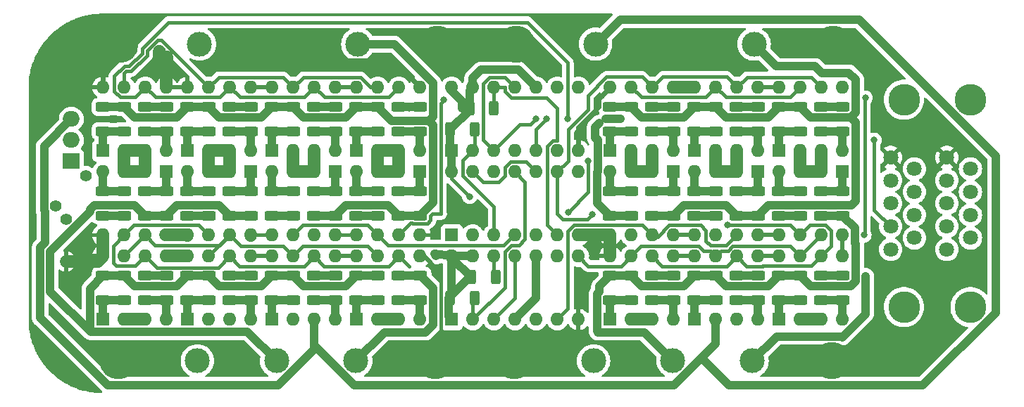
<source format=gbr>
%TF.GenerationSoftware,KiCad,Pcbnew,7.0.5*%
%TF.CreationDate,2024-12-02T20:38:49-05:00*%
%TF.ProjectId,stepper_motor_controller_2,73746570-7065-4725-9f6d-6f746f725f63,rev?*%
%TF.SameCoordinates,Original*%
%TF.FileFunction,Copper,L2,Bot*%
%TF.FilePolarity,Positive*%
%FSLAX46Y46*%
G04 Gerber Fmt 4.6, Leading zero omitted, Abs format (unit mm)*
G04 Created by KiCad (PCBNEW 7.0.5) date 2024-12-02 20:38:49*
%MOMM*%
%LPD*%
G01*
G04 APERTURE LIST*
G04 Aperture macros list*
%AMRoundRect*
0 Rectangle with rounded corners*
0 $1 Rounding radius*
0 $2 $3 $4 $5 $6 $7 $8 $9 X,Y pos of 4 corners*
0 Add a 4 corners polygon primitive as box body*
4,1,4,$2,$3,$4,$5,$6,$7,$8,$9,$2,$3,0*
0 Add four circle primitives for the rounded corners*
1,1,$1+$1,$2,$3*
1,1,$1+$1,$4,$5*
1,1,$1+$1,$6,$7*
1,1,$1+$1,$8,$9*
0 Add four rect primitives between the rounded corners*
20,1,$1+$1,$2,$3,$4,$5,0*
20,1,$1+$1,$4,$5,$6,$7,0*
20,1,$1+$1,$6,$7,$8,$9,0*
20,1,$1+$1,$8,$9,$2,$3,0*%
%AMHorizOval*
0 Thick line with rounded ends*
0 $1 width*
0 $2 $3 position (X,Y) of the first rounded end (center of the circle)*
0 $4 $5 position (X,Y) of the second rounded end (center of the circle)*
0 Add line between two ends*
20,1,$1,$2,$3,$4,$5,0*
0 Add two circle primitives to create the rounded ends*
1,1,$1,$2,$3*
1,1,$1,$4,$5*%
G04 Aperture macros list end*
%TA.AperFunction,ComponentPad*%
%ADD10R,1.600000X1.600000*%
%TD*%
%TA.AperFunction,ComponentPad*%
%ADD11O,1.600000X1.600000*%
%TD*%
%TA.AperFunction,ComponentPad*%
%ADD12C,1.800000*%
%TD*%
%TA.AperFunction,ComponentPad*%
%ADD13C,3.810000*%
%TD*%
%TA.AperFunction,ComponentPad*%
%ADD14C,1.400000*%
%TD*%
%TA.AperFunction,ComponentPad*%
%ADD15O,1.400000X1.400000*%
%TD*%
%TA.AperFunction,ComponentPad*%
%ADD16R,2.000000X1.905000*%
%TD*%
%TA.AperFunction,ComponentPad*%
%ADD17O,2.000000X1.905000*%
%TD*%
%TA.AperFunction,ComponentPad*%
%ADD18HorizOval,1.400000X0.000000X0.000000X0.000000X0.000000X0*%
%TD*%
%TA.AperFunction,SMDPad,CuDef*%
%ADD19RoundRect,0.250000X0.625000X-0.312500X0.625000X0.312500X-0.625000X0.312500X-0.625000X-0.312500X0*%
%TD*%
%TA.AperFunction,SMDPad,CuDef*%
%ADD20RoundRect,0.250000X-0.625000X0.312500X-0.625000X-0.312500X0.625000X-0.312500X0.625000X0.312500X0*%
%TD*%
%TA.AperFunction,SMDPad,CuDef*%
%ADD21RoundRect,0.250000X0.312500X0.625000X-0.312500X0.625000X-0.312500X-0.625000X0.312500X-0.625000X0*%
%TD*%
%TA.AperFunction,ViaPad*%
%ADD22C,3.000000*%
%TD*%
%TA.AperFunction,ViaPad*%
%ADD23C,0.800000*%
%TD*%
%TA.AperFunction,ViaPad*%
%ADD24C,4.500000*%
%TD*%
%TA.AperFunction,Conductor*%
%ADD25C,1.000000*%
%TD*%
%TA.AperFunction,Conductor*%
%ADD26C,0.400000*%
%TD*%
%TA.AperFunction,Conductor*%
%ADD27C,1.500000*%
%TD*%
%TA.AperFunction,Conductor*%
%ADD28C,0.600000*%
%TD*%
G04 APERTURE END LIST*
D10*
%TO.P,U10,1,OA*%
%TO.N,Net-(R15-Pad1)*%
X138440000Y-83120000D03*
D11*
%TO.P,U10,2,VCC*%
%TO.N,VCC*%
X140980000Y-83120000D03*
%TO.P,U10,3,VCC*%
X143520000Y-83120000D03*
%TO.P,U10,4,OA*%
%TO.N,Net-(R16-Pad1)*%
X146060000Y-83120000D03*
%TO.P,U10,5,GND*%
%TO.N,GND*%
X146060000Y-75500000D03*
%TO.P,U10,6,IA*%
%TO.N,/B_logic*%
X143520000Y-75500000D03*
%TO.P,U10,7,IB*%
%TO.N,/B_n_logic*%
X140980000Y-75500000D03*
%TO.P,U10,8,GND*%
%TO.N,GND*%
X138440000Y-75500000D03*
%TD*%
D10*
%TO.P,U15,1,OA*%
%TO.N,Net-(R25-Pad1)*%
X209550000Y-83130000D03*
D11*
%TO.P,U15,2,VCC*%
%TO.N,VCC*%
X212090000Y-83130000D03*
%TO.P,U15,3,VCC*%
X214630000Y-83130000D03*
%TO.P,U15,4,OA*%
%TO.N,Net-(R26-Pad1)*%
X217170000Y-83130000D03*
%TO.P,U15,5,GND*%
%TO.N,GND*%
X217170000Y-75510000D03*
%TO.P,U15,6,IA*%
%TO.N,/F_logic*%
X214630000Y-75510000D03*
%TO.P,U15,7,IB*%
%TO.N,/F_n_logic*%
X212090000Y-75510000D03*
%TO.P,U15,8,GND*%
%TO.N,GND*%
X209550000Y-75510000D03*
%TD*%
D12*
%TO.P,J2,1A*%
%TO.N,+5V*%
X239875000Y-74700000D03*
%TO.P,J2,1B*%
X233125000Y-74700000D03*
%TO.P,J2,2A*%
%TO.N,VCC*%
X239875000Y-71930000D03*
%TO.P,J2,2B*%
X233125000Y-71930000D03*
%TO.P,J2,3A*%
%TO.N,unconnected-(J2-Pad3A)*%
X239875000Y-69160000D03*
%TO.P,J2,3B*%
%TO.N,unconnected-(J2-Pad3B)*%
X233125000Y-69160000D03*
%TO.P,J2,4A*%
%TO.N,unconnected-(J2-Pad4A)*%
X239875000Y-66390000D03*
%TO.P,J2,4B*%
%TO.N,unconnected-(J2-Pad4B)*%
X233125000Y-66390000D03*
%TO.P,J2,5A*%
%TO.N,GND*%
X239875000Y-63620000D03*
%TO.P,J2,5B*%
X233125000Y-63620000D03*
%TO.P,J2,6A*%
%TO.N,/CLOCK_upper*%
X242715000Y-73315000D03*
%TO.P,J2,6B*%
X235965000Y-73315000D03*
%TO.P,J2,7A*%
%TO.N,/DIRECTION_upper*%
X242715000Y-70545000D03*
%TO.P,J2,7B*%
X235965000Y-70545000D03*
%TO.P,J2,8A*%
%TO.N,/CLOCK_lower*%
X242715000Y-67775000D03*
%TO.P,J2,8B*%
X235965000Y-67775000D03*
%TO.P,J2,9A*%
%TO.N,/DIRECTION_lower*%
X242715000Y-65005000D03*
%TO.P,J2,9B*%
X235965000Y-65005000D03*
D13*
%TO.P,J2,MH1*%
%TO.N,N/C*%
X234715000Y-81650000D03*
%TO.P,J2,MH2*%
X242715000Y-81650000D03*
%TO.P,J2,MH3*%
X234715000Y-56670000D03*
%TO.P,J2,MH4*%
X242715000Y-56670000D03*
%TD*%
D10*
%TO.P,U2,1,OA*%
%TO.N,Net-(R1-Pad1)*%
X148600000Y-62800000D03*
D11*
%TO.P,U2,2,VCC*%
%TO.N,VCC*%
X151140000Y-62800000D03*
%TO.P,U2,3,VCC*%
X153680000Y-62800000D03*
%TO.P,U2,4,OA*%
%TO.N,Net-(R2-Pad1)*%
X156220000Y-62800000D03*
%TO.P,U2,5,GND*%
%TO.N,GND*%
X156220000Y-55180000D03*
%TO.P,U2,6,IA*%
%TO.N,/A_logic*%
X153680000Y-55180000D03*
%TO.P,U2,7,IB*%
%TO.N,/A_n_logic*%
X151140000Y-55180000D03*
%TO.P,U2,8,GND*%
%TO.N,GND*%
X148600000Y-55180000D03*
%TD*%
D10*
%TO.P,U6,1,OA*%
%TO.N,Net-(R69-Pad1)*%
X148590000Y-83130000D03*
D11*
%TO.P,U6,2,VCC*%
%TO.N,VCC*%
X151130000Y-83130000D03*
%TO.P,U6,3,VCC*%
X153670000Y-83130000D03*
%TO.P,U6,4,OA*%
%TO.N,Net-(R70-Pad1)*%
X156210000Y-83130000D03*
%TO.P,U6,5,GND*%
%TO.N,GND*%
X156210000Y-75510000D03*
%TO.P,U6,6,IA*%
%TO.N,/B_logic*%
X153670000Y-75510000D03*
%TO.P,U6,7,IB*%
%TO.N,/B_n_logic*%
X151130000Y-75510000D03*
%TO.P,U6,8,GND*%
%TO.N,GND*%
X148590000Y-75510000D03*
%TD*%
D10*
%TO.P,U13,1,OA*%
%TO.N,Net-(R21-Pad1)*%
X199390000Y-83130000D03*
D11*
%TO.P,U13,2,VCC*%
%TO.N,VCC*%
X201930000Y-83130000D03*
%TO.P,U13,3,VCC*%
X204470000Y-83130000D03*
%TO.P,U13,4,OA*%
%TO.N,Net-(R22-Pad1)*%
X207010000Y-83130000D03*
%TO.P,U13,5,GND*%
%TO.N,GND*%
X207010000Y-75510000D03*
%TO.P,U13,6,IA*%
%TO.N,/F_logic*%
X204470000Y-75510000D03*
%TO.P,U13,7,IB*%
%TO.N,/F_n_logic*%
X201930000Y-75510000D03*
%TO.P,U13,8,GND*%
%TO.N,GND*%
X199390000Y-75510000D03*
%TD*%
D10*
%TO.P,U28,1,~{R}*%
%TO.N,+5V*%
X180340000Y-83130000D03*
D11*
%TO.P,U28,2,D*%
%TO.N,Net-(U28A-D)*%
X182880000Y-83130000D03*
%TO.P,U28,3,C*%
%TO.N,/CLOCK_lower*%
X185420000Y-83130000D03*
%TO.P,U28,4,~{S}*%
%TO.N,+5V*%
X187960000Y-83130000D03*
%TO.P,U28,5,Q*%
%TO.N,/E_logic*%
X190500000Y-83130000D03*
%TO.P,U28,6,~{Q}*%
%TO.N,/E_n_logic*%
X193040000Y-83130000D03*
%TO.P,U28,7,GND*%
%TO.N,GND*%
X195580000Y-83130000D03*
%TO.P,U28,8,~{Q}*%
%TO.N,/F_n_logic*%
X195580000Y-75510000D03*
%TO.P,U28,9,Q*%
%TO.N,/F_logic*%
X193040000Y-75510000D03*
%TO.P,U28,10,~{S}*%
%TO.N,+5V*%
X190500000Y-75510000D03*
%TO.P,U28,11,C*%
%TO.N,/CLOCK_lower*%
X187960000Y-75510000D03*
%TO.P,U28,12,D*%
%TO.N,Net-(U28B-D)*%
X185420000Y-75510000D03*
%TO.P,U28,13,~{R}*%
%TO.N,+5V*%
X182880000Y-75510000D03*
%TO.P,U28,14,VCC*%
X180340000Y-75510000D03*
%TD*%
D10*
%TO.P,U14,1,OA*%
%TO.N,Net-(R23-Pad1)*%
X219720000Y-62800000D03*
D11*
%TO.P,U14,2,VCC*%
%TO.N,VCC*%
X222260000Y-62800000D03*
%TO.P,U14,3,VCC*%
X224800000Y-62800000D03*
%TO.P,U14,4,OA*%
%TO.N,Net-(R24-Pad1)*%
X227340000Y-62800000D03*
%TO.P,U14,5,GND*%
%TO.N,GND*%
X227340000Y-55180000D03*
%TO.P,U14,6,IA*%
%TO.N,/E_logic*%
X224800000Y-55180000D03*
%TO.P,U14,7,IB*%
%TO.N,/E_n_logic*%
X222260000Y-55180000D03*
%TO.P,U14,8,GND*%
%TO.N,GND*%
X219720000Y-55180000D03*
%TD*%
D10*
%TO.P,U25,1,OA*%
%TO.N,Net-(R45-Pad1)*%
X158750000Y-83130000D03*
D11*
%TO.P,U25,2,VCC*%
%TO.N,VCC*%
X161290000Y-83130000D03*
%TO.P,U25,3,VCC*%
X163830000Y-83130000D03*
%TO.P,U25,4,OA*%
%TO.N,Net-(R46-Pad1)*%
X166370000Y-83130000D03*
%TO.P,U25,5,GND*%
%TO.N,GND*%
X166370000Y-75510000D03*
%TO.P,U25,6,IA*%
%TO.N,/B_logic*%
X163830000Y-75510000D03*
%TO.P,U25,7,IB*%
%TO.N,/B_n_logic*%
X161290000Y-75510000D03*
%TO.P,U25,8,GND*%
%TO.N,GND*%
X158750000Y-75510000D03*
%TD*%
D10*
%TO.P,U18,1,OA*%
%TO.N,Net-(R31-Pad1)*%
X217170000Y-65350000D03*
D11*
%TO.P,U18,2,VCC*%
%TO.N,VCC*%
X214630000Y-65350000D03*
%TO.P,U18,3,VCC*%
X212090000Y-65350000D03*
%TO.P,U18,4,OA*%
%TO.N,Net-(R32-Pad1)*%
X209550000Y-65350000D03*
%TO.P,U18,5,GND*%
%TO.N,GND*%
X209550000Y-72970000D03*
%TO.P,U18,6,IA*%
%TO.N,/E_logic*%
X212090000Y-72970000D03*
%TO.P,U18,7,IB*%
%TO.N,/E_n_logic*%
X214630000Y-72970000D03*
%TO.P,U18,8,GND*%
%TO.N,GND*%
X217170000Y-72970000D03*
%TD*%
D10*
%TO.P,U12,1,OA*%
%TO.N,Net-(R19-Pad1)*%
X209560000Y-62800000D03*
D11*
%TO.P,U12,2,VCC*%
%TO.N,VCC*%
X212100000Y-62800000D03*
%TO.P,U12,3,VCC*%
X214640000Y-62800000D03*
%TO.P,U12,4,OA*%
%TO.N,Net-(R20-Pad1)*%
X217180000Y-62800000D03*
%TO.P,U12,5,GND*%
%TO.N,GND*%
X217180000Y-55180000D03*
%TO.P,U12,6,IA*%
%TO.N,/E_logic*%
X214640000Y-55180000D03*
%TO.P,U12,7,IB*%
%TO.N,/E_n_logic*%
X212100000Y-55180000D03*
%TO.P,U12,8,GND*%
%TO.N,GND*%
X209560000Y-55180000D03*
%TD*%
D10*
%TO.P,U17,1,OA*%
%TO.N,Net-(R29-Pad1)*%
X219720000Y-83120000D03*
D11*
%TO.P,U17,2,VCC*%
%TO.N,VCC*%
X222260000Y-83120000D03*
%TO.P,U17,3,VCC*%
X224800000Y-83120000D03*
%TO.P,U17,4,OA*%
%TO.N,Net-(R30-Pad1)*%
X227340000Y-83120000D03*
%TO.P,U17,5,GND*%
%TO.N,GND*%
X227340000Y-75500000D03*
%TO.P,U17,6,IA*%
%TO.N,/F_logic*%
X224800000Y-75500000D03*
%TO.P,U17,7,IB*%
%TO.N,/F_n_logic*%
X222260000Y-75500000D03*
%TO.P,U17,8,GND*%
%TO.N,GND*%
X219720000Y-75500000D03*
%TD*%
D10*
%TO.P,U16,1,OA*%
%TO.N,Net-(R27-Pad1)*%
X207010000Y-65350000D03*
D11*
%TO.P,U16,2,VCC*%
%TO.N,VCC*%
X204470000Y-65350000D03*
%TO.P,U16,3,VCC*%
X201930000Y-65350000D03*
%TO.P,U16,4,OA*%
%TO.N,Net-(R28-Pad1)*%
X199390000Y-65350000D03*
%TO.P,U16,5,GND*%
%TO.N,GND*%
X199390000Y-72970000D03*
%TO.P,U16,6,IA*%
%TO.N,/E_logic*%
X201930000Y-72970000D03*
%TO.P,U16,7,IB*%
%TO.N,/E_n_logic*%
X204470000Y-72970000D03*
%TO.P,U16,8,GND*%
%TO.N,GND*%
X207010000Y-72970000D03*
%TD*%
D14*
%TO.P,R38,1*%
%TO.N,Net-(U11-ADJ)*%
X133985000Y-71065000D03*
D15*
%TO.P,R38,2*%
%TO.N,GND*%
X133985000Y-76145000D03*
%TD*%
D10*
%TO.P,U4,1,OA*%
%TO.N,Net-(R3-Pad1)*%
X146040000Y-65360000D03*
D11*
%TO.P,U4,2,VCC*%
%TO.N,VCC*%
X143500000Y-65360000D03*
%TO.P,U4,3,VCC*%
X140960000Y-65360000D03*
%TO.P,U4,4,OA*%
%TO.N,Net-(R4-Pad1)*%
X138420000Y-65360000D03*
%TO.P,U4,5,GND*%
%TO.N,GND*%
X138420000Y-72980000D03*
%TO.P,U4,6,IA*%
%TO.N,/B_logic*%
X140960000Y-72980000D03*
%TO.P,U4,7,IB*%
%TO.N,/B_n_logic*%
X143500000Y-72980000D03*
%TO.P,U4,8,GND*%
%TO.N,GND*%
X146040000Y-72980000D03*
%TD*%
D10*
%TO.P,U20,1,OA*%
%TO.N,Net-(R35-Pad1)*%
X199400000Y-62800000D03*
D11*
%TO.P,U20,2,VCC*%
%TO.N,VCC*%
X201940000Y-62800000D03*
%TO.P,U20,3,VCC*%
X204480000Y-62800000D03*
%TO.P,U20,4,OA*%
%TO.N,Net-(R36-Pad1)*%
X207020000Y-62800000D03*
%TO.P,U20,5,GND*%
%TO.N,GND*%
X207020000Y-55180000D03*
%TO.P,U20,6,IA*%
%TO.N,/E_logic*%
X204480000Y-55180000D03*
%TO.P,U20,7,IB*%
%TO.N,/E_n_logic*%
X201940000Y-55180000D03*
%TO.P,U20,8,GND*%
%TO.N,GND*%
X199400000Y-55180000D03*
%TD*%
D10*
%TO.P,U5,1,OA*%
%TO.N,Net-(R41-Pad1)*%
X138440000Y-62800000D03*
D11*
%TO.P,U5,2,VCC*%
%TO.N,VCC*%
X140980000Y-62800000D03*
%TO.P,U5,3,VCC*%
X143520000Y-62800000D03*
%TO.P,U5,4,OA*%
%TO.N,Net-(R42-Pad1)*%
X146060000Y-62800000D03*
%TO.P,U5,5,GND*%
%TO.N,GND*%
X146060000Y-55180000D03*
%TO.P,U5,6,IA*%
%TO.N,/A_logic*%
X143520000Y-55180000D03*
%TO.P,U5,7,IB*%
%TO.N,/A_n_logic*%
X140980000Y-55180000D03*
%TO.P,U5,8,GND*%
%TO.N,GND*%
X138440000Y-55180000D03*
%TD*%
D10*
%TO.P,U3,1*%
%TO.N,/B_n_logic*%
X180340000Y-72970000D03*
D11*
%TO.P,U3,2*%
%TO.N,/DIRECTION_upper*%
X182880000Y-72970000D03*
%TO.P,U3,3*%
%TO.N,Net-(U1A-D)*%
X185420000Y-72970000D03*
%TO.P,U3,4*%
%TO.N,/A_logic*%
X187960000Y-72970000D03*
%TO.P,U3,5*%
%TO.N,/DIRECTION_upper*%
X190500000Y-72970000D03*
%TO.P,U3,6*%
%TO.N,Net-(U1B-D)*%
X193040000Y-72970000D03*
%TO.P,U3,7,GND*%
%TO.N,GND*%
X195580000Y-72970000D03*
%TO.P,U3,8*%
%TO.N,Net-(U28B-D)*%
X195580000Y-65350000D03*
%TO.P,U3,9*%
%TO.N,/E_logic*%
X193040000Y-65350000D03*
%TO.P,U3,10*%
%TO.N,/DIRECTION_lower*%
X190500000Y-65350000D03*
%TO.P,U3,11*%
%TO.N,Net-(U28A-D)*%
X187960000Y-65350000D03*
%TO.P,U3,12*%
%TO.N,/F_n_logic*%
X185420000Y-65350000D03*
%TO.P,U3,13*%
%TO.N,/DIRECTION_lower*%
X182880000Y-65350000D03*
%TO.P,U3,14,VCC*%
%TO.N,+5V*%
X180340000Y-65350000D03*
%TD*%
D10*
%TO.P,U1,1,~{R}*%
%TO.N,+5V*%
X180335000Y-62800000D03*
D11*
%TO.P,U1,2,D*%
%TO.N,Net-(U1A-D)*%
X182875000Y-62800000D03*
%TO.P,U1,3,C*%
%TO.N,/CLOCK_upper*%
X185415000Y-62800000D03*
%TO.P,U1,4,~{S}*%
%TO.N,+5V*%
X187955000Y-62800000D03*
%TO.P,U1,5,Q*%
%TO.N,/A_logic*%
X190495000Y-62800000D03*
%TO.P,U1,6,~{Q}*%
%TO.N,/A_n_logic*%
X193035000Y-62800000D03*
%TO.P,U1,7,GND*%
%TO.N,GND*%
X195575000Y-62800000D03*
%TO.P,U1,8,~{Q}*%
%TO.N,/B_n_logic*%
X195575000Y-55180000D03*
%TO.P,U1,9,Q*%
%TO.N,/B_logic*%
X193035000Y-55180000D03*
%TO.P,U1,10,~{S}*%
%TO.N,+5V*%
X190495000Y-55180000D03*
%TO.P,U1,11,C*%
%TO.N,/CLOCK_upper*%
X187955000Y-55180000D03*
%TO.P,U1,12,D*%
%TO.N,Net-(U1B-D)*%
X185415000Y-55180000D03*
%TO.P,U1,13,~{R}*%
%TO.N,+5V*%
X182875000Y-55180000D03*
%TO.P,U1,14,VCC*%
X180335000Y-55180000D03*
%TD*%
D16*
%TO.P,U11,1,ADJ*%
%TO.N,Net-(U11-ADJ)*%
X134620000Y-64080000D03*
D17*
%TO.P,U11,2,VO*%
%TO.N,+5V*%
X134620000Y-61540000D03*
%TO.P,U11,3,VI*%
%TO.N,VCC*%
X134620000Y-59000000D03*
%TD*%
D10*
%TO.P,U8,1,OA*%
%TO.N,Net-(R11-Pad1)*%
X156200000Y-65360000D03*
D11*
%TO.P,U8,2,VCC*%
%TO.N,VCC*%
X153660000Y-65360000D03*
%TO.P,U8,3,VCC*%
X151120000Y-65360000D03*
%TO.P,U8,4,OA*%
%TO.N,Net-(R12-Pad1)*%
X148580000Y-65360000D03*
%TO.P,U8,5,GND*%
%TO.N,GND*%
X148580000Y-72980000D03*
%TO.P,U8,6,IA*%
%TO.N,/B_logic*%
X151120000Y-72980000D03*
%TO.P,U8,7,IB*%
%TO.N,/B_n_logic*%
X153660000Y-72980000D03*
%TO.P,U8,8,GND*%
%TO.N,GND*%
X156200000Y-72980000D03*
%TD*%
D10*
%TO.P,U26,1,OA*%
%TO.N,Net-(R47-Pad1)*%
X176520000Y-65360000D03*
D11*
%TO.P,U26,2,VCC*%
%TO.N,VCC*%
X173980000Y-65360000D03*
%TO.P,U26,3,VCC*%
X171440000Y-65360000D03*
%TO.P,U26,4,OA*%
%TO.N,Net-(R48-Pad1)*%
X168900000Y-65360000D03*
%TO.P,U26,5,GND*%
%TO.N,GND*%
X168900000Y-72980000D03*
%TO.P,U26,6,IA*%
%TO.N,/A_logic*%
X171440000Y-72980000D03*
%TO.P,U26,7,IB*%
%TO.N,/A_n_logic*%
X173980000Y-72980000D03*
%TO.P,U26,8,GND*%
%TO.N,GND*%
X176520000Y-72980000D03*
%TD*%
D10*
%TO.P,U9,1,OA*%
%TO.N,Net-(R13-Pad1)*%
X168920000Y-62800000D03*
D11*
%TO.P,U9,2,VCC*%
%TO.N,VCC*%
X171460000Y-62800000D03*
%TO.P,U9,3,VCC*%
X174000000Y-62800000D03*
%TO.P,U9,4,OA*%
%TO.N,Net-(R14-Pad1)*%
X176540000Y-62800000D03*
%TO.P,U9,5,GND*%
%TO.N,GND*%
X176540000Y-55180000D03*
%TO.P,U9,6,IA*%
%TO.N,/A_logic*%
X174000000Y-55180000D03*
%TO.P,U9,7,IB*%
%TO.N,/A_n_logic*%
X171460000Y-55180000D03*
%TO.P,U9,8,GND*%
%TO.N,GND*%
X168920000Y-55180000D03*
%TD*%
D10*
%TO.P,U7,1,OA*%
%TO.N,Net-(R53-Pad1)*%
X158760000Y-62800000D03*
D11*
%TO.P,U7,2,VCC*%
%TO.N,VCC*%
X161300000Y-62800000D03*
%TO.P,U7,3,VCC*%
X163840000Y-62800000D03*
%TO.P,U7,4,OA*%
%TO.N,Net-(R10-Pad1)*%
X166380000Y-62800000D03*
%TO.P,U7,5,GND*%
%TO.N,GND*%
X166380000Y-55180000D03*
%TO.P,U7,6,IA*%
%TO.N,/A_logic*%
X163840000Y-55180000D03*
%TO.P,U7,7,IB*%
%TO.N,/A_n_logic*%
X161300000Y-55180000D03*
%TO.P,U7,8,GND*%
%TO.N,GND*%
X158760000Y-55180000D03*
%TD*%
D14*
%TO.P,R37,1*%
%TO.N,+5V*%
X132739946Y-69435678D03*
D18*
%TO.P,R37,2*%
%TO.N,Net-(U11-ADJ)*%
X136332048Y-65843576D03*
%TD*%
D10*
%TO.P,U19,1,OA*%
%TO.N,Net-(R33-Pad1)*%
X227330000Y-65350000D03*
D11*
%TO.P,U19,2,VCC*%
%TO.N,VCC*%
X224790000Y-65350000D03*
%TO.P,U19,3,VCC*%
X222250000Y-65350000D03*
%TO.P,U19,4,OA*%
%TO.N,Net-(R34-Pad1)*%
X219710000Y-65350000D03*
%TO.P,U19,5,GND*%
%TO.N,GND*%
X219710000Y-72970000D03*
%TO.P,U19,6,IA*%
%TO.N,/F_logic*%
X222250000Y-72970000D03*
%TO.P,U19,7,IB*%
%TO.N,/F_n_logic*%
X224790000Y-72970000D03*
%TO.P,U19,8,GND*%
%TO.N,GND*%
X227330000Y-72970000D03*
%TD*%
D10*
%TO.P,U24,1,OA*%
%TO.N,Net-(R43-Pad1)*%
X166360000Y-65360000D03*
D11*
%TO.P,U24,2,VCC*%
%TO.N,VCC*%
X163820000Y-65360000D03*
%TO.P,U24,3,VCC*%
X161280000Y-65360000D03*
%TO.P,U24,4,OA*%
%TO.N,Net-(R44-Pad1)*%
X158740000Y-65360000D03*
%TO.P,U24,5,GND*%
%TO.N,GND*%
X158740000Y-72980000D03*
%TO.P,U24,6,IA*%
%TO.N,/A_logic*%
X161280000Y-72980000D03*
%TO.P,U24,7,IB*%
%TO.N,/A_n_logic*%
X163820000Y-72980000D03*
%TO.P,U24,8,GND*%
%TO.N,GND*%
X166360000Y-72980000D03*
%TD*%
D10*
%TO.P,U27,1,OA*%
%TO.N,Net-(R49-Pad1)*%
X168920000Y-83120000D03*
D11*
%TO.P,U27,2,VCC*%
%TO.N,VCC*%
X171460000Y-83120000D03*
%TO.P,U27,3,VCC*%
X174000000Y-83120000D03*
%TO.P,U27,4,OA*%
%TO.N,Net-(R50-Pad1)*%
X176540000Y-83120000D03*
%TO.P,U27,5,GND*%
%TO.N,GND*%
X176540000Y-75500000D03*
%TO.P,U27,6,IA*%
%TO.N,/B_logic*%
X174000000Y-75500000D03*
%TO.P,U27,7,IB*%
%TO.N,/B_n_logic*%
X171460000Y-75500000D03*
%TO.P,U27,8,GND*%
%TO.N,GND*%
X168920000Y-75500000D03*
%TD*%
D19*
%TO.P,R42,1*%
%TO.N,Net-(R42-Pad1)*%
X146050000Y-60462500D03*
%TO.P,R42,2*%
%TO.N,/B*%
X146050000Y-57537500D03*
%TD*%
D20*
%TO.P,R27,1*%
%TO.N,Net-(R27-Pad1)*%
X207010000Y-67697500D03*
%TO.P,R27,2*%
%TO.N,/E*%
X207010000Y-70622500D03*
%TD*%
D19*
%TO.P,R75,1*%
%TO.N,Net-(R23-Pad1)*%
X222250000Y-60462500D03*
%TO.P,R75,2*%
%TO.N,/E*%
X222250000Y-57537500D03*
%TD*%
D20*
%TO.P,R44,1*%
%TO.N,Net-(R44-Pad1)*%
X158750000Y-67697500D03*
%TO.P,R44,2*%
%TO.N,/B*%
X158750000Y-70622500D03*
%TD*%
%TO.P,R43,1*%
%TO.N,Net-(R43-Pad1)*%
X166370000Y-67697500D03*
%TO.P,R43,2*%
%TO.N,/A*%
X166370000Y-70622500D03*
%TD*%
%TO.P,R3,1*%
%TO.N,Net-(R3-Pad1)*%
X146050000Y-67697500D03*
%TO.P,R3,2*%
%TO.N,/C*%
X146050000Y-70622500D03*
%TD*%
D19*
%TO.P,R88,1*%
%TO.N,Net-(R26-Pad1)*%
X214630000Y-80782500D03*
%TO.P,R88,2*%
%TO.N,/H*%
X214630000Y-77857500D03*
%TD*%
%TO.P,R39,1*%
%TO.N,Net-(R1-Pad1)*%
X151130000Y-60462500D03*
%TO.P,R39,2*%
%TO.N,/A*%
X151130000Y-57537500D03*
%TD*%
%TO.P,R81,1*%
%TO.N,Net-(R35-Pad1)*%
X199390000Y-60462500D03*
%TO.P,R81,2*%
%TO.N,/E*%
X199390000Y-57537500D03*
%TD*%
D20*
%TO.P,R12,1*%
%TO.N,Net-(R12-Pad1)*%
X151130000Y-67697500D03*
%TO.P,R12,2*%
%TO.N,/D*%
X151130000Y-70622500D03*
%TD*%
D19*
%TO.P,R62,1*%
%TO.N,Net-(R50-Pad1)*%
X173990000Y-80782500D03*
%TO.P,R62,2*%
%TO.N,/D*%
X173990000Y-77857500D03*
%TD*%
%TO.P,R10,1*%
%TO.N,Net-(R10-Pad1)*%
X163830000Y-60462500D03*
%TO.P,R10,2*%
%TO.N,/B*%
X163830000Y-57537500D03*
%TD*%
%TO.P,R22,1*%
%TO.N,Net-(R22-Pad1)*%
X207010000Y-80782500D03*
%TO.P,R22,2*%
%TO.N,/H*%
X207010000Y-77857500D03*
%TD*%
%TO.P,R20,1*%
%TO.N,Net-(R20-Pad1)*%
X217170000Y-60462500D03*
%TO.P,R20,2*%
%TO.N,/F*%
X217170000Y-57537500D03*
%TD*%
%TO.P,R1,1*%
%TO.N,Net-(R1-Pad1)*%
X148590000Y-60462500D03*
%TO.P,R1,2*%
%TO.N,/A*%
X148590000Y-57537500D03*
%TD*%
D20*
%TO.P,R72,1*%
%TO.N,Net-(R4-Pad1)*%
X140970000Y-67697500D03*
%TO.P,R72,2*%
%TO.N,/D*%
X140970000Y-70622500D03*
%TD*%
D19*
%TO.P,R9,1*%
%TO.N,Net-(R53-Pad1)*%
X161290000Y-60462500D03*
%TO.P,R9,2*%
%TO.N,/A*%
X161290000Y-57537500D03*
%TD*%
%TO.P,R61,1*%
%TO.N,Net-(R49-Pad1)*%
X171450000Y-80782500D03*
%TO.P,R61,2*%
%TO.N,/C*%
X171450000Y-77857500D03*
%TD*%
D21*
%TO.P,R18,1*%
%TO.N,Net-(U1A-D)*%
X183072500Y-60270000D03*
%TO.P,R18,2*%
%TO.N,+5V*%
X180147500Y-60270000D03*
%TD*%
D19*
%TO.P,R85,1*%
%TO.N,Net-(R29-Pad1)*%
X222250000Y-80782500D03*
%TO.P,R85,2*%
%TO.N,/G*%
X222250000Y-77857500D03*
%TD*%
D20*
%TO.P,R28,1*%
%TO.N,Net-(R28-Pad1)*%
X199390000Y-67697500D03*
%TO.P,R28,2*%
%TO.N,/F*%
X199390000Y-70622500D03*
%TD*%
%TO.P,R77,1*%
%TO.N,Net-(R27-Pad1)*%
X204470000Y-67697500D03*
%TO.P,R77,2*%
%TO.N,/E*%
X204470000Y-70622500D03*
%TD*%
D19*
%TO.P,R54,1*%
%TO.N,Net-(R10-Pad1)*%
X166370000Y-60462500D03*
%TO.P,R54,2*%
%TO.N,/B*%
X166370000Y-57537500D03*
%TD*%
D21*
%TO.P,R17,1*%
%TO.N,Net-(U1B-D)*%
X185420000Y-57730000D03*
%TO.P,R17,2*%
%TO.N,+5V*%
X182495000Y-57730000D03*
%TD*%
D20*
%TO.P,R31,1*%
%TO.N,Net-(R31-Pad1)*%
X214630000Y-67697500D03*
%TO.P,R31,2*%
%TO.N,/E*%
X214630000Y-70622500D03*
%TD*%
D19*
%TO.P,R70,1*%
%TO.N,Net-(R70-Pad1)*%
X156210000Y-80782500D03*
%TO.P,R70,2*%
%TO.N,/D*%
X156210000Y-77857500D03*
%TD*%
D20*
%TO.P,R59,1*%
%TO.N,Net-(R47-Pad1)*%
X173990000Y-67697500D03*
%TO.P,R59,2*%
%TO.N,/A*%
X173990000Y-70622500D03*
%TD*%
%TO.P,R47,1*%
%TO.N,Net-(R47-Pad1)*%
X176530000Y-67697500D03*
%TO.P,R47,2*%
%TO.N,/A*%
X176530000Y-70622500D03*
%TD*%
%TO.P,R58,1*%
%TO.N,Net-(R44-Pad1)*%
X161290000Y-67697500D03*
%TO.P,R58,2*%
%TO.N,/B*%
X161290000Y-70622500D03*
%TD*%
%TO.P,R79,1*%
%TO.N,Net-(R31-Pad1)*%
X217170000Y-67697500D03*
%TO.P,R79,2*%
%TO.N,/E*%
X217170000Y-70622500D03*
%TD*%
%TO.P,R57,1*%
%TO.N,Net-(R43-Pad1)*%
X163830000Y-67697500D03*
%TO.P,R57,2*%
%TO.N,/A*%
X163830000Y-70622500D03*
%TD*%
D21*
%TO.P,R51,1*%
%TO.N,Net-(U28B-D)*%
X185612500Y-78050000D03*
%TO.P,R51,2*%
%TO.N,+5V*%
X182687500Y-78050000D03*
%TD*%
D19*
%TO.P,R36,1*%
%TO.N,Net-(R36-Pad1)*%
X204470000Y-60462500D03*
%TO.P,R36,2*%
%TO.N,/F*%
X204470000Y-57537500D03*
%TD*%
%TO.P,R6,1*%
%TO.N,Net-(R42-Pad1)*%
X143510000Y-60462500D03*
%TO.P,R6,2*%
%TO.N,/B*%
X143510000Y-57537500D03*
%TD*%
%TO.P,R21,1*%
%TO.N,Net-(R21-Pad1)*%
X199390000Y-80782500D03*
%TO.P,R21,2*%
%TO.N,/G*%
X199390000Y-77857500D03*
%TD*%
%TO.P,R14,1*%
%TO.N,Net-(R14-Pad1)*%
X176530000Y-60462500D03*
%TO.P,R14,2*%
%TO.N,/B*%
X176530000Y-57537500D03*
%TD*%
%TO.P,R69,1*%
%TO.N,Net-(R69-Pad1)*%
X148590000Y-80782500D03*
%TO.P,R69,2*%
%TO.N,/C*%
X148590000Y-77857500D03*
%TD*%
%TO.P,R24,1*%
%TO.N,Net-(R24-Pad1)*%
X227330000Y-60462500D03*
%TO.P,R24,2*%
%TO.N,/F*%
X227330000Y-57537500D03*
%TD*%
%TO.P,R73,1*%
%TO.N,Net-(R19-Pad1)*%
X212090000Y-60462500D03*
%TO.P,R73,2*%
%TO.N,/E*%
X212090000Y-57537500D03*
%TD*%
%TO.P,R8,1*%
%TO.N,Net-(R70-Pad1)*%
X153670000Y-80782500D03*
%TO.P,R8,2*%
%TO.N,/D*%
X153670000Y-77857500D03*
%TD*%
%TO.P,R23,1*%
%TO.N,Net-(R23-Pad1)*%
X219710000Y-60462500D03*
%TO.P,R23,2*%
%TO.N,/E*%
X219710000Y-57537500D03*
%TD*%
%TO.P,R56,1*%
%TO.N,Net-(R14-Pad1)*%
X173990000Y-60462500D03*
%TO.P,R56,2*%
%TO.N,/B*%
X173990000Y-57537500D03*
%TD*%
%TO.P,R63,1*%
%TO.N,Net-(R45-Pad1)*%
X161290000Y-80782500D03*
%TO.P,R63,2*%
%TO.N,/C*%
X161290000Y-77857500D03*
%TD*%
%TO.P,R82,1*%
%TO.N,Net-(R36-Pad1)*%
X207010000Y-60462500D03*
%TO.P,R82,2*%
%TO.N,/F*%
X207010000Y-57537500D03*
%TD*%
%TO.P,R66,1*%
%TO.N,Net-(R16-Pad1)*%
X146050000Y-80782500D03*
%TO.P,R66,2*%
%TO.N,/D*%
X146050000Y-77857500D03*
%TD*%
D20*
%TO.P,R32,1*%
%TO.N,Net-(R32-Pad1)*%
X209550000Y-67697500D03*
%TO.P,R32,2*%
%TO.N,/F*%
X209550000Y-70622500D03*
%TD*%
%TO.P,R80,1*%
%TO.N,Net-(R32-Pad1)*%
X212090000Y-67697500D03*
%TO.P,R80,2*%
%TO.N,/F*%
X212090000Y-70622500D03*
%TD*%
D19*
%TO.P,R5,1*%
%TO.N,Net-(R41-Pad1)*%
X140970000Y-60462500D03*
%TO.P,R5,2*%
%TO.N,/A*%
X140970000Y-57537500D03*
%TD*%
%TO.P,R53,1*%
%TO.N,Net-(R53-Pad1)*%
X158750000Y-60462500D03*
%TO.P,R53,2*%
%TO.N,/A*%
X158750000Y-57537500D03*
%TD*%
%TO.P,R7,1*%
%TO.N,Net-(R69-Pad1)*%
X151130000Y-80782500D03*
%TO.P,R7,2*%
%TO.N,/C*%
X151130000Y-77857500D03*
%TD*%
%TO.P,R74,1*%
%TO.N,Net-(R20-Pad1)*%
X214630000Y-60462500D03*
%TO.P,R74,2*%
%TO.N,/F*%
X214630000Y-57537500D03*
%TD*%
%TO.P,R30,1*%
%TO.N,Net-(R30-Pad1)*%
X227330000Y-80782500D03*
%TO.P,R30,2*%
%TO.N,/H*%
X227330000Y-77857500D03*
%TD*%
%TO.P,R29,1*%
%TO.N,Net-(R29-Pad1)*%
X219710000Y-80782500D03*
%TO.P,R29,2*%
%TO.N,/G*%
X219710000Y-77857500D03*
%TD*%
%TO.P,R50,1*%
%TO.N,Net-(R50-Pad1)*%
X176530000Y-80782500D03*
%TO.P,R50,2*%
%TO.N,/D*%
X176530000Y-77857500D03*
%TD*%
D20*
%TO.P,R67,1*%
%TO.N,Net-(R11-Pad1)*%
X156210000Y-67697500D03*
%TO.P,R67,2*%
%TO.N,/C*%
X156210000Y-70622500D03*
%TD*%
D19*
%TO.P,R13,1*%
%TO.N,Net-(R13-Pad1)*%
X171450000Y-60462500D03*
%TO.P,R13,2*%
%TO.N,/A*%
X171450000Y-57537500D03*
%TD*%
%TO.P,R16,1*%
%TO.N,Net-(R16-Pad1)*%
X143510000Y-80782500D03*
%TO.P,R16,2*%
%TO.N,/D*%
X143510000Y-77857500D03*
%TD*%
D20*
%TO.P,R60,1*%
%TO.N,Net-(R48-Pad1)*%
X171450000Y-67697500D03*
%TO.P,R60,2*%
%TO.N,/B*%
X171450000Y-70622500D03*
%TD*%
D19*
%TO.P,R89,1*%
%TO.N,Net-(R21-Pad1)*%
X201930000Y-80782500D03*
%TO.P,R89,2*%
%TO.N,/G*%
X201930000Y-77857500D03*
%TD*%
%TO.P,R87,1*%
%TO.N,Net-(R25-Pad1)*%
X212090000Y-80782500D03*
%TO.P,R87,2*%
%TO.N,/G*%
X212090000Y-77857500D03*
%TD*%
%TO.P,R45,1*%
%TO.N,Net-(R45-Pad1)*%
X158750000Y-80782500D03*
%TO.P,R45,2*%
%TO.N,/C*%
X158750000Y-77857500D03*
%TD*%
D20*
%TO.P,R33,1*%
%TO.N,Net-(R33-Pad1)*%
X224790000Y-67697500D03*
%TO.P,R33,2*%
%TO.N,/G*%
X224790000Y-70622500D03*
%TD*%
D19*
%TO.P,R40,1*%
%TO.N,Net-(R2-Pad1)*%
X156210000Y-60462500D03*
%TO.P,R40,2*%
%TO.N,/B*%
X156210000Y-57537500D03*
%TD*%
D20*
%TO.P,R48,1*%
%TO.N,Net-(R48-Pad1)*%
X168910000Y-67697500D03*
%TO.P,R48,2*%
%TO.N,/B*%
X168910000Y-70622500D03*
%TD*%
D19*
%TO.P,R2,1*%
%TO.N,Net-(R2-Pad1)*%
X153670000Y-60462500D03*
%TO.P,R2,2*%
%TO.N,/B*%
X153670000Y-57537500D03*
%TD*%
%TO.P,R25,1*%
%TO.N,Net-(R25-Pad1)*%
X209550000Y-80782500D03*
%TO.P,R25,2*%
%TO.N,/G*%
X209550000Y-77857500D03*
%TD*%
%TO.P,R49,1*%
%TO.N,Net-(R49-Pad1)*%
X168910000Y-80782500D03*
%TO.P,R49,2*%
%TO.N,/C*%
X168910000Y-77857500D03*
%TD*%
%TO.P,R46,1*%
%TO.N,Net-(R46-Pad1)*%
X166370000Y-80782500D03*
%TO.P,R46,2*%
%TO.N,/D*%
X166370000Y-77857500D03*
%TD*%
%TO.P,R65,1*%
%TO.N,Net-(R15-Pad1)*%
X140970000Y-80782500D03*
%TO.P,R65,2*%
%TO.N,/C*%
X140970000Y-77857500D03*
%TD*%
D20*
%TO.P,R34,1*%
%TO.N,Net-(R34-Pad1)*%
X219710000Y-67697500D03*
%TO.P,R34,2*%
%TO.N,/H*%
X219710000Y-70622500D03*
%TD*%
D19*
%TO.P,R26,1*%
%TO.N,Net-(R26-Pad1)*%
X217170000Y-80782500D03*
%TO.P,R26,2*%
%TO.N,/H*%
X217170000Y-77857500D03*
%TD*%
D20*
%TO.P,R68,1*%
%TO.N,Net-(R12-Pad1)*%
X148590000Y-67697500D03*
%TO.P,R68,2*%
%TO.N,/D*%
X148590000Y-70622500D03*
%TD*%
D19*
%TO.P,R15,1*%
%TO.N,Net-(R15-Pad1)*%
X138430000Y-80782500D03*
%TO.P,R15,2*%
%TO.N,/C*%
X138430000Y-77857500D03*
%TD*%
%TO.P,R19,1*%
%TO.N,Net-(R19-Pad1)*%
X209550000Y-60462500D03*
%TO.P,R19,2*%
%TO.N,/E*%
X209550000Y-57537500D03*
%TD*%
D21*
%TO.P,R52,1*%
%TO.N,Net-(U28A-D)*%
X183072500Y-80590000D03*
%TO.P,R52,2*%
%TO.N,+5V*%
X180147500Y-80590000D03*
%TD*%
D20*
%TO.P,R84,1*%
%TO.N,Net-(R34-Pad1)*%
X222250000Y-67697500D03*
%TO.P,R84,2*%
%TO.N,/H*%
X222250000Y-70622500D03*
%TD*%
D19*
%TO.P,R41,1*%
%TO.N,Net-(R41-Pad1)*%
X138430000Y-60462500D03*
%TO.P,R41,2*%
%TO.N,/A*%
X138430000Y-57537500D03*
%TD*%
D20*
%TO.P,R83,1*%
%TO.N,Net-(R33-Pad1)*%
X227330000Y-67697500D03*
%TO.P,R83,2*%
%TO.N,/G*%
X227330000Y-70622500D03*
%TD*%
D19*
%TO.P,R64,1*%
%TO.N,Net-(R46-Pad1)*%
X163830000Y-80782500D03*
%TO.P,R64,2*%
%TO.N,/D*%
X163830000Y-77857500D03*
%TD*%
D20*
%TO.P,R78,1*%
%TO.N,Net-(R28-Pad1)*%
X201930000Y-67697500D03*
%TO.P,R78,2*%
%TO.N,/F*%
X201930000Y-70622500D03*
%TD*%
D19*
%TO.P,R86,1*%
%TO.N,Net-(R30-Pad1)*%
X224790000Y-80782500D03*
%TO.P,R86,2*%
%TO.N,/H*%
X224790000Y-77857500D03*
%TD*%
D20*
%TO.P,R4,1*%
%TO.N,Net-(R4-Pad1)*%
X138430000Y-67697500D03*
%TO.P,R4,2*%
%TO.N,/D*%
X138430000Y-70622500D03*
%TD*%
D19*
%TO.P,R55,1*%
%TO.N,Net-(R13-Pad1)*%
X168910000Y-60462500D03*
%TO.P,R55,2*%
%TO.N,/A*%
X168910000Y-57537500D03*
%TD*%
%TO.P,R76,1*%
%TO.N,Net-(R24-Pad1)*%
X224790000Y-60462500D03*
%TO.P,R76,2*%
%TO.N,/F*%
X224790000Y-57537500D03*
%TD*%
D20*
%TO.P,R71,1*%
%TO.N,Net-(R3-Pad1)*%
X143510000Y-67697500D03*
%TO.P,R71,2*%
%TO.N,/C*%
X143510000Y-70622500D03*
%TD*%
D19*
%TO.P,R35,1*%
%TO.N,Net-(R35-Pad1)*%
X201930000Y-60462500D03*
%TO.P,R35,2*%
%TO.N,/E*%
X201930000Y-57537500D03*
%TD*%
%TO.P,R90,1*%
%TO.N,Net-(R22-Pad1)*%
X204470000Y-80782500D03*
%TO.P,R90,2*%
%TO.N,/H*%
X204470000Y-77857500D03*
%TD*%
D20*
%TO.P,R11,1*%
%TO.N,Net-(R11-Pad1)*%
X153670000Y-67697500D03*
%TO.P,R11,2*%
%TO.N,/C*%
X153670000Y-70622500D03*
%TD*%
D22*
%TO.N,/A*%
X169060000Y-49980000D03*
D23*
%TO.N,/B*%
X160020000Y-70684000D03*
X173990000Y-57603000D03*
X163830000Y-57476000D03*
X171450000Y-70557000D03*
X158750000Y-70684000D03*
X145923000Y-57476000D03*
X144653000Y-57476000D03*
X166370000Y-57476000D03*
X161290000Y-70684000D03*
X143637000Y-57700500D03*
X156210000Y-57603000D03*
D22*
X149770000Y-88120000D03*
D23*
X170180000Y-70557000D03*
X154940000Y-57603000D03*
X165100000Y-57476000D03*
X168910000Y-70557000D03*
X175260000Y-57730000D03*
X153670000Y-57603000D03*
D22*
%TO.N,/C*%
X159290000Y-88130000D03*
%TO.N,/D*%
X168820000Y-88130000D03*
D23*
X163957000Y-77923000D03*
X176657000Y-77923000D03*
X153670000Y-77796000D03*
X146050000Y-77923000D03*
X149860000Y-70684000D03*
X166497000Y-77923000D03*
X154940000Y-77796000D03*
X165227000Y-77923000D03*
X151130000Y-70684000D03*
X175387000Y-77923000D03*
X144780000Y-77923000D03*
X138430000Y-70684000D03*
X156210000Y-77796000D03*
X143510000Y-77923000D03*
X140970000Y-70684000D03*
X148590000Y-70684000D03*
X174117000Y-77923000D03*
X139700000Y-70684000D03*
%TO.N,+5V*%
X178249863Y-75255596D03*
X181610000Y-57730000D03*
X182510685Y-68326516D03*
%TO.N,/A_logic*%
X191770000Y-59000000D03*
X194310000Y-59000000D03*
%TO.N,/A_n_logic*%
X179413726Y-56690658D03*
D24*
%TO.N,GND*%
X178590000Y-49980000D03*
D22*
X159530000Y-49980000D03*
X207180000Y-49980000D03*
D24*
X226240000Y-49980000D03*
X178350000Y-88130000D03*
D23*
X145138003Y-51577652D03*
D24*
X140230000Y-88130000D03*
X188120000Y-49980000D03*
X187880000Y-88130000D03*
D23*
X146069119Y-51516595D03*
X207010000Y-55190000D03*
D24*
X226000000Y-88130000D03*
D23*
X145290645Y-50921292D03*
D24*
X140470000Y-49980000D03*
D23*
%TO.N,VCC*%
X231140000Y-61540000D03*
D22*
X197650000Y-49980000D03*
X150010000Y-49970000D03*
D23*
%TO.N,/CLOCK_upper*%
X194351784Y-70243295D03*
X190500000Y-59000000D03*
X196740078Y-64082114D03*
D22*
%TO.N,/E*%
X216710000Y-49980000D03*
D23*
%TO.N,/F*%
X217170000Y-57603000D03*
X207010000Y-57476000D03*
X212090000Y-70557000D03*
X200660000Y-70684000D03*
X227457000Y-57476000D03*
X198104735Y-59497573D03*
X199390000Y-70684000D03*
X199768532Y-59009119D03*
X226187000Y-57476000D03*
X224917000Y-57476000D03*
X210820000Y-70557000D03*
X200660000Y-59000000D03*
X205740000Y-57476000D03*
X215900000Y-57603000D03*
X209550000Y-70557000D03*
X198867945Y-59009119D03*
X201930000Y-70684000D03*
X214630000Y-57603000D03*
X204470000Y-57476000D03*
D22*
X197410000Y-88130000D03*
%TO.N,/G*%
X206940000Y-88130000D03*
D23*
%TO.N,/H*%
X214630000Y-77796000D03*
X230124000Y-78812000D03*
X222250000Y-70684000D03*
X224790000Y-77796000D03*
X230124000Y-77923000D03*
X215900000Y-77796000D03*
X220980000Y-70684000D03*
X226060000Y-77796000D03*
X219710000Y-70684000D03*
D22*
X216470000Y-88130000D03*
D23*
X230124000Y-80717000D03*
X207010000Y-77796000D03*
X217170000Y-77796000D03*
X204470000Y-77796000D03*
X230124000Y-79701000D03*
X227330000Y-77796000D03*
X205740000Y-77796000D03*
%TO.N,/E_logic*%
X197233340Y-70472304D03*
%TO.N,/E_n_logic*%
X229929500Y-72970000D03*
X230065361Y-56452564D03*
%TO.N,/F_logic*%
X213492977Y-71790454D03*
%TD*%
D25*
%TO.N,Net-(R1-Pad1)*%
X151130000Y-60462500D02*
X148590000Y-60462500D01*
X148590000Y-60462500D02*
X148590000Y-62790000D01*
X148590000Y-62790000D02*
X148600000Y-62800000D01*
%TO.N,/A*%
X167632500Y-69360000D02*
X166370000Y-70622500D01*
X147327500Y-58800000D02*
X148590000Y-57537500D01*
X178105000Y-58695000D02*
X178105000Y-54623679D01*
X138430000Y-57537500D02*
X140970000Y-57537500D01*
X173990000Y-70622500D02*
X172727500Y-69360000D01*
X178105000Y-54623679D02*
X173461321Y-49980000D01*
X162552500Y-58800000D02*
X167647500Y-58800000D01*
X177600000Y-59200000D02*
X178105000Y-59705000D01*
X172727500Y-69360000D02*
X167632500Y-69360000D01*
X163830000Y-70622500D02*
X166370000Y-70622500D01*
X152392500Y-58800000D02*
X157487500Y-58800000D01*
X158750000Y-57537500D02*
X161290000Y-57537500D01*
X173990000Y-70622500D02*
X176530000Y-70622500D01*
X161290000Y-57537500D02*
X162552500Y-58800000D01*
X167647500Y-58800000D02*
X168910000Y-57537500D01*
X142232500Y-58800000D02*
X147327500Y-58800000D01*
X171450000Y-57537500D02*
X173112500Y-59200000D01*
X178105000Y-69047500D02*
X176530000Y-70622500D01*
X148590000Y-57537500D02*
X151130000Y-57537500D01*
X140970000Y-57537500D02*
X142232500Y-58800000D01*
X177600000Y-59200000D02*
X178105000Y-58695000D01*
X173112500Y-59200000D02*
X177600000Y-59200000D01*
X151130000Y-57537500D02*
X152392500Y-58800000D01*
X178105000Y-59705000D02*
X178105000Y-69047500D01*
X157487500Y-58800000D02*
X158750000Y-57537500D01*
X173461321Y-49980000D02*
X169060000Y-49980000D01*
X168910000Y-57537500D02*
X171450000Y-57537500D01*
%TO.N,Net-(R2-Pad1)*%
X153670000Y-60462500D02*
X156210000Y-60462500D01*
X156210000Y-60462500D02*
X156210000Y-62790000D01*
X156210000Y-62790000D02*
X156220000Y-62800000D01*
%TO.N,/B*%
X158750000Y-70622500D02*
X161290000Y-70622500D01*
X163830000Y-57537500D02*
X166370000Y-57537500D01*
X173990000Y-57537500D02*
X176530000Y-57537500D01*
X153670000Y-57537500D02*
X156210000Y-57537500D01*
X168910000Y-70622500D02*
X171450000Y-70622500D01*
X143510000Y-57537500D02*
X146050000Y-57537500D01*
%TO.N,Net-(R3-Pad1)*%
X146050000Y-65370000D02*
X146040000Y-65360000D01*
X146050000Y-67697500D02*
X146050000Y-65370000D01*
X143510000Y-67697500D02*
X146050000Y-67697500D01*
%TO.N,/C*%
X139710000Y-84630000D02*
X155790000Y-84630000D01*
X136855000Y-70174899D02*
X132080000Y-74949899D01*
X162552500Y-79120000D02*
X167647500Y-79120000D01*
X136940000Y-84620000D02*
X139700000Y-84620000D01*
X132080000Y-74949899D02*
X132080000Y-79760000D01*
X142247500Y-69360000D02*
X137411497Y-69360000D01*
X167647500Y-79120000D02*
X168910000Y-77857500D01*
X157487500Y-79120000D02*
X158750000Y-77857500D01*
X161290000Y-77857500D02*
X162552500Y-79120000D01*
X152392500Y-79120000D02*
X157487500Y-79120000D01*
X155790000Y-84630000D02*
X159290000Y-88130000D01*
X158750000Y-77857500D02*
X161290000Y-77857500D01*
X168910000Y-77857500D02*
X171450000Y-77857500D01*
X153670000Y-70622500D02*
X156210000Y-70622500D01*
X151130000Y-77857500D02*
X152392500Y-79120000D01*
X140970000Y-77857500D02*
X142232500Y-79120000D01*
X142232500Y-79120000D02*
X147327500Y-79120000D01*
X148590000Y-77857500D02*
X151130000Y-77857500D01*
X153670000Y-70622500D02*
X152407500Y-69360000D01*
X136855000Y-84535000D02*
X136940000Y-84620000D01*
X147312500Y-69360000D02*
X146050000Y-70622500D01*
X152407500Y-69360000D02*
X147312500Y-69360000D01*
X147327500Y-79120000D02*
X148590000Y-77857500D01*
X132080000Y-79760000D02*
X136940000Y-84620000D01*
X138430000Y-77857500D02*
X140970000Y-77857500D01*
X137411497Y-69360000D02*
X136855000Y-69916497D01*
X143510000Y-70622500D02*
X146050000Y-70622500D01*
X136855000Y-69916497D02*
X136855000Y-70174899D01*
X138430000Y-77857500D02*
X136855000Y-79432500D01*
X139700000Y-84620000D02*
X139710000Y-84630000D01*
X143510000Y-70622500D02*
X142247500Y-69360000D01*
X136855000Y-79432500D02*
X136855000Y-84535000D01*
%TO.N,Net-(R4-Pad1)*%
X140970000Y-67697500D02*
X138430000Y-67697500D01*
X138430000Y-65370000D02*
X138420000Y-65360000D01*
X138430000Y-67697500D02*
X138430000Y-65370000D01*
%TO.N,/D*%
X143510000Y-77857500D02*
X146050000Y-77857500D01*
X177165000Y-84680000D02*
X172270000Y-84680000D01*
X148590000Y-70622500D02*
X151130000Y-70622500D01*
X178105000Y-83740000D02*
X177165000Y-84680000D01*
X173990000Y-77857500D02*
X176530000Y-77857500D01*
X172270000Y-84680000D02*
X168820000Y-88130000D01*
X176657000Y-77923000D02*
X178105000Y-79371000D01*
X138430000Y-70622500D02*
X140970000Y-70622500D01*
X153670000Y-77857500D02*
X156210000Y-77857500D01*
X163830000Y-77857500D02*
X166370000Y-77857500D01*
X178105000Y-79371000D02*
X178105000Y-83740000D01*
%TO.N,Net-(R10-Pad1)*%
X166370000Y-62790000D02*
X166380000Y-62800000D01*
X166370000Y-60462500D02*
X166370000Y-62790000D01*
X163830000Y-60462500D02*
X166370000Y-60462500D01*
%TO.N,Net-(R11-Pad1)*%
X156200000Y-65360000D02*
X156200000Y-67687500D01*
X156200000Y-67687500D02*
X156210000Y-67697500D01*
X153670000Y-67697500D02*
X156210000Y-67697500D01*
%TO.N,Net-(R12-Pad1)*%
X151130000Y-67697500D02*
X148590000Y-67697500D01*
X148590000Y-67697500D02*
X148590000Y-65370000D01*
X148590000Y-65370000D02*
X148580000Y-65360000D01*
%TO.N,Net-(R13-Pad1)*%
X171450000Y-60462500D02*
X168910000Y-60462500D01*
X168910000Y-62790000D02*
X168920000Y-62800000D01*
X168910000Y-60462500D02*
X168910000Y-62790000D01*
%TO.N,Net-(R14-Pad1)*%
X176530000Y-62790000D02*
X176540000Y-62800000D01*
X173990000Y-60462500D02*
X176530000Y-60462500D01*
X176530000Y-60462500D02*
X176530000Y-62790000D01*
%TO.N,Net-(R15-Pad1)*%
X138430000Y-80782500D02*
X138430000Y-83110000D01*
X140970000Y-80782500D02*
X138430000Y-80782500D01*
X138430000Y-83110000D02*
X138440000Y-83120000D01*
%TO.N,Net-(R16-Pad1)*%
X146050000Y-83110000D02*
X146060000Y-83120000D01*
X143510000Y-80782500D02*
X146050000Y-80782500D01*
X146050000Y-80782500D02*
X146050000Y-83110000D01*
D26*
%TO.N,Net-(U1B-D)*%
X191770000Y-56460000D02*
X193040000Y-57730000D01*
X186755000Y-55677057D02*
X187537943Y-56460000D01*
X192980000Y-61600000D02*
X192537943Y-61600000D01*
X191835000Y-62302943D02*
X191835000Y-71765000D01*
X186755000Y-55180000D02*
X186755000Y-55677057D01*
X193040000Y-61540000D02*
X192980000Y-61600000D01*
X191835000Y-71765000D02*
X193040000Y-72970000D01*
X185415000Y-55180000D02*
X186755000Y-55180000D01*
X192537943Y-61600000D02*
X191835000Y-62302943D01*
X193040000Y-57730000D02*
X193040000Y-61540000D01*
X185420000Y-55185000D02*
X185415000Y-55180000D01*
X185420000Y-57730000D02*
X185420000Y-55185000D01*
X187537943Y-56460000D02*
X191770000Y-56460000D01*
D25*
%TO.N,+5V*%
X180335000Y-62800000D02*
X180335000Y-65345000D01*
X180335000Y-55180000D02*
X180335000Y-55570000D01*
X190500000Y-80590000D02*
X190500000Y-75510000D01*
X190495000Y-55180000D02*
X188395000Y-53080000D01*
D26*
X182510685Y-68326516D02*
X180340000Y-66155831D01*
D25*
X181610000Y-56845000D02*
X181610000Y-57730000D01*
X180340000Y-75510000D02*
X178249863Y-75255596D01*
X180340000Y-75510000D02*
X180340000Y-80205000D01*
X187960000Y-83130000D02*
X190500000Y-80590000D01*
X182495000Y-57922500D02*
X180147500Y-60270000D01*
D26*
X182687500Y-75702500D02*
X182880000Y-75510000D01*
D25*
X182495000Y-55560000D02*
X182875000Y-55180000D01*
X182687500Y-78050000D02*
X182495000Y-78050000D01*
X188395000Y-53080000D02*
X183843630Y-53080000D01*
X179955000Y-80590000D02*
X179955000Y-82745000D01*
X182495000Y-78050000D02*
X179955000Y-80590000D01*
X180147500Y-60270000D02*
X180147500Y-62612500D01*
X180340000Y-75702500D02*
X182687500Y-78050000D01*
X178249863Y-75255596D02*
X178494090Y-75510000D01*
X182495000Y-57730000D02*
X182495000Y-55560000D01*
X180335000Y-55570000D02*
X181417500Y-56652500D01*
X180335000Y-65345000D02*
X180340000Y-65350000D01*
X180340000Y-80205000D02*
X179955000Y-80590000D01*
D26*
X180340000Y-66155831D02*
X180340000Y-65350000D01*
D25*
X182875000Y-54048630D02*
X182875000Y-55180000D01*
X180147500Y-62612500D02*
X180335000Y-62800000D01*
X179955000Y-82745000D02*
X180340000Y-83130000D01*
X180340000Y-75510000D02*
X182880000Y-75510000D01*
X181417500Y-56652500D02*
X181610000Y-56845000D01*
X180340000Y-75510000D02*
X180340000Y-75702500D01*
X182495000Y-57730000D02*
X182495000Y-57922500D01*
X183843630Y-53080000D02*
X182875000Y-54048630D01*
X181417500Y-56652500D02*
X182495000Y-57730000D01*
D26*
%TO.N,Net-(U1A-D)*%
X181680000Y-63995000D02*
X181680000Y-65847057D01*
X181680000Y-65847057D02*
X185420000Y-69587057D01*
X183072500Y-60270000D02*
X183072500Y-62602500D01*
X185420000Y-69587057D02*
X185420000Y-72970000D01*
X183072500Y-62602500D02*
X182875000Y-62800000D01*
X182875000Y-62800000D02*
X181680000Y-63995000D01*
%TO.N,/A_logic*%
X165040000Y-56380000D02*
X172800000Y-56380000D01*
X172700000Y-74240000D02*
X186614415Y-74240000D01*
X190495000Y-62800000D02*
X190495000Y-60275000D01*
X140990000Y-52630000D02*
X141567666Y-52630000D01*
X143120000Y-51077666D02*
X143120000Y-50500000D01*
X139780000Y-55677057D02*
X139780000Y-53840000D01*
X143520000Y-55180000D02*
X144720000Y-56380000D01*
X140482943Y-56380000D02*
X139780000Y-55677057D01*
X153680000Y-55180000D02*
X154880000Y-56380000D01*
X143520000Y-55180000D02*
X142320000Y-56380000D01*
X146290000Y-47330000D02*
X189422057Y-47330000D01*
X139780000Y-53840000D02*
X140990000Y-52630000D01*
X142320000Y-56380000D02*
X140482943Y-56380000D01*
X186614415Y-74240000D02*
X187884415Y-72970000D01*
X172800000Y-56380000D02*
X174000000Y-55180000D01*
X152480000Y-56380000D02*
X153680000Y-55180000D01*
X170240000Y-71780000D02*
X162480000Y-71780000D01*
X194310000Y-52217943D02*
X194310000Y-59000000D01*
X162480000Y-71780000D02*
X161280000Y-72980000D01*
X189422057Y-47330000D02*
X194310000Y-52217943D01*
X171440000Y-72980000D02*
X170240000Y-71780000D01*
X154880000Y-56380000D02*
X162640000Y-56380000D01*
X141567666Y-52630000D02*
X143120000Y-51077666D01*
X171440000Y-72980000D02*
X172700000Y-74240000D01*
X144720000Y-56380000D02*
X152480000Y-56380000D01*
X190495000Y-60275000D02*
X191770000Y-59000000D01*
X162640000Y-56380000D02*
X163840000Y-55180000D01*
X143120000Y-50500000D02*
X146290000Y-47330000D01*
X187884415Y-72970000D02*
X187960000Y-72970000D01*
X163840000Y-55180000D02*
X165040000Y-56380000D01*
%TO.N,/A_n_logic*%
X177805000Y-71204239D02*
X177424239Y-71585000D01*
X169417057Y-53980000D02*
X162500000Y-53980000D01*
X179005000Y-57099384D02*
X179005000Y-70365000D01*
X144993528Y-49475000D02*
X145435000Y-49475000D01*
X175437500Y-71522500D02*
X173980000Y-72980000D01*
X170617057Y-55180000D02*
X169417057Y-53980000D01*
X177995292Y-70430000D02*
X177805000Y-70620292D01*
X179005000Y-70365000D02*
X179070000Y-70430000D01*
X161300000Y-55180000D02*
X160100000Y-53980000D01*
X145435000Y-49475000D02*
X151140000Y-55180000D01*
X177805000Y-70620292D02*
X177805000Y-71204239D01*
X162500000Y-53980000D02*
X161300000Y-55180000D01*
X140980000Y-53488528D02*
X141238528Y-53230000D01*
X143720000Y-51326194D02*
X143720000Y-50748528D01*
X143720000Y-50748528D02*
X144993528Y-49475000D01*
X179413726Y-56690658D02*
X179005000Y-57099384D01*
X177424239Y-71585000D02*
X175635761Y-71585000D01*
X141816194Y-53230000D02*
X143720000Y-51326194D01*
X160100000Y-53980000D02*
X152340000Y-53980000D01*
X175573261Y-71522500D02*
X175437500Y-71522500D01*
X175635761Y-71585000D02*
X175573261Y-71522500D01*
X171460000Y-55180000D02*
X170617057Y-55180000D01*
X141238528Y-53230000D02*
X141816194Y-53230000D01*
X140980000Y-55180000D02*
X140980000Y-53488528D01*
X152340000Y-53980000D02*
X151140000Y-55180000D01*
X179070000Y-70430000D02*
X177995292Y-70430000D01*
D27*
%TO.N,GND*%
X145290645Y-50956991D02*
X145290645Y-50921292D01*
D28*
X161530000Y-51980000D02*
X159530000Y-49980000D01*
D27*
X145138003Y-50804349D02*
X145290645Y-50956991D01*
X158740000Y-75500000D02*
X158750000Y-75510000D01*
D28*
X176540000Y-75500000D02*
X176789481Y-75749481D01*
D27*
X145850249Y-51516595D02*
X145911306Y-51577652D01*
X145254946Y-50921292D02*
X145246827Y-50913173D01*
D28*
X198015000Y-57554950D02*
X198015000Y-56565000D01*
D27*
X146060000Y-55180000D02*
X146060000Y-51726346D01*
X219710000Y-75490000D02*
X219720000Y-75500000D01*
X148463000Y-72970000D02*
X145923000Y-72970000D01*
X146040000Y-75480000D02*
X146060000Y-75500000D01*
D28*
X177031186Y-75500000D02*
X177676186Y-76145000D01*
D27*
X148580000Y-75500000D02*
X148590000Y-75510000D01*
D28*
X176540000Y-75500000D02*
X177031186Y-75500000D01*
D27*
X176520000Y-75480000D02*
X176540000Y-75500000D01*
X146069119Y-51516595D02*
X145850249Y-51516595D01*
X146069119Y-51735465D02*
X146069119Y-51516595D01*
D28*
X173340000Y-51980000D02*
X161530000Y-51980000D01*
D27*
X195580000Y-72970000D02*
X199390000Y-72970000D01*
D28*
X138440000Y-52010000D02*
X140470000Y-49980000D01*
D27*
X145911306Y-51577652D02*
X145138003Y-51577652D01*
X168900000Y-75480000D02*
X168920000Y-75500000D01*
D26*
X179055000Y-77523814D02*
X179055000Y-87425000D01*
D28*
X195575000Y-62800000D02*
X195575000Y-59994950D01*
D27*
X133985000Y-76145000D02*
X137795000Y-76145000D01*
X199390000Y-72970000D02*
X199390000Y-75510000D01*
X166360000Y-75500000D02*
X166370000Y-75510000D01*
X156210000Y-72990000D02*
X156200000Y-72980000D01*
X138420000Y-72980000D02*
X138420000Y-75480000D01*
X137795000Y-76145000D02*
X138440000Y-75500000D01*
X145290645Y-50921292D02*
X145254946Y-50921292D01*
D28*
X195575000Y-59994950D02*
X198015000Y-57554950D01*
X138440000Y-55180000D02*
X138440000Y-52010000D01*
D27*
X207020000Y-55180000D02*
X207010000Y-55190000D01*
D28*
X198015000Y-56565000D02*
X199400000Y-55180000D01*
D27*
X207010000Y-55190000D02*
X209560000Y-55180000D01*
D26*
X177676186Y-76145000D02*
X179055000Y-77523814D01*
D27*
X145138003Y-51577652D02*
X145138003Y-50804349D01*
X138420000Y-75480000D02*
X138440000Y-75500000D01*
X148590000Y-72990000D02*
X148580000Y-72980000D01*
D26*
X177676186Y-76145000D02*
X177717859Y-76198223D01*
X179055000Y-87425000D02*
X178350000Y-88130000D01*
D27*
X148590000Y-75510000D02*
X146050000Y-75510000D01*
D28*
X176540000Y-55180000D02*
X173340000Y-51980000D01*
D27*
X146060000Y-51726346D02*
X146069119Y-51735465D01*
D26*
%TO.N,/B_n_logic*%
X161290000Y-75510000D02*
X162490000Y-74310000D01*
X153660000Y-72980000D02*
X154990000Y-74310000D01*
X151130000Y-75510000D02*
X153660000Y-72980000D01*
X140980000Y-75500000D02*
X143500000Y-72980000D01*
X144700000Y-74180000D02*
X152460000Y-74180000D01*
X160090000Y-74310000D02*
X161290000Y-75510000D01*
X166877057Y-74300000D02*
X170260000Y-74300000D01*
X143500000Y-72980000D02*
X144700000Y-74180000D01*
X170260000Y-74300000D02*
X171460000Y-75500000D01*
X166867057Y-74310000D02*
X166877057Y-74300000D01*
X154990000Y-74310000D02*
X160090000Y-74310000D01*
X152460000Y-74180000D02*
X153660000Y-72980000D01*
X162490000Y-74310000D02*
X166867057Y-74310000D01*
%TO.N,/B_logic*%
X142320000Y-76700000D02*
X140034000Y-76700000D01*
X174000000Y-75500000D02*
X175210000Y-76710000D01*
X163830000Y-75510000D02*
X162630000Y-76710000D01*
X152285000Y-76895000D02*
X144915000Y-76895000D01*
X140034000Y-76700000D02*
X139640000Y-76306000D01*
X153670000Y-75510000D02*
X152285000Y-76895000D01*
X140960000Y-72980000D02*
X142160000Y-71780000D01*
X139640000Y-74300000D02*
X140960000Y-72980000D01*
X162630000Y-76710000D02*
X154870000Y-76710000D01*
X143520000Y-75500000D02*
X142320000Y-76700000D01*
X149920000Y-71780000D02*
X151120000Y-72980000D01*
X165030000Y-76710000D02*
X172790000Y-76710000D01*
X139640000Y-76306000D02*
X139640000Y-74300000D01*
X154870000Y-76710000D02*
X153670000Y-75510000D01*
X163830000Y-75510000D02*
X165030000Y-76710000D01*
X172790000Y-76710000D02*
X174000000Y-75500000D01*
X142160000Y-71780000D02*
X149920000Y-71780000D01*
X144915000Y-76895000D02*
X143520000Y-75500000D01*
D25*
%TO.N,VCC*%
X210395635Y-87785635D02*
X212090000Y-86091270D01*
D27*
X222250000Y-65350000D02*
X222250000Y-62810000D01*
D25*
X210395635Y-87785635D02*
X213690000Y-91080000D01*
D27*
X222250000Y-62810000D02*
X222260000Y-62800000D01*
D25*
X207101270Y-91080000D02*
X210395635Y-87785635D01*
D27*
X224800000Y-62800000D02*
X224800000Y-65340000D01*
X212090000Y-65350000D02*
X212090000Y-62810000D01*
D25*
X200600000Y-47030000D02*
X197650000Y-49980000D01*
D27*
X151140000Y-62800000D02*
X153680000Y-62800000D01*
D25*
X245745000Y-63445000D02*
X229330000Y-47030000D01*
X159451270Y-91080000D02*
X139008069Y-91080000D01*
X236969027Y-91080000D02*
X245745000Y-82304027D01*
D27*
X214630000Y-65350000D02*
X212090000Y-65350000D01*
X201930000Y-62810000D02*
X201940000Y-62800000D01*
D25*
X212090000Y-86091270D02*
X212090000Y-83130000D01*
D27*
X174000000Y-65340000D02*
X173980000Y-65360000D01*
X140980000Y-62800000D02*
X143520000Y-62800000D01*
X224800000Y-65340000D02*
X224790000Y-65350000D01*
X174000000Y-62800000D02*
X174000000Y-65340000D01*
X143520000Y-65340000D02*
X143500000Y-65360000D01*
X171440000Y-65360000D02*
X171440000Y-62820000D01*
X151140000Y-65340000D02*
X151120000Y-65360000D01*
D25*
X163830000Y-86701270D02*
X159451270Y-91080000D01*
X163830000Y-83130000D02*
X163830000Y-86251270D01*
D26*
X233125000Y-71930000D02*
X231140000Y-69945000D01*
D27*
X140960000Y-65360000D02*
X140960000Y-62820000D01*
X222260000Y-83120000D02*
X224800000Y-83120000D01*
X140960000Y-62820000D02*
X140980000Y-62800000D01*
X153680000Y-65340000D02*
X153660000Y-65360000D01*
X143520000Y-62800000D02*
X143520000Y-65340000D01*
D25*
X139008069Y-91080000D02*
X130880000Y-82951931D01*
D27*
X212090000Y-62810000D02*
X212100000Y-62800000D01*
X201930000Y-65350000D02*
X201930000Y-62810000D01*
X173980000Y-65360000D02*
X171440000Y-65360000D01*
D25*
X245745000Y-82304027D02*
X245745000Y-63445000D01*
X163830000Y-86251270D02*
X168658730Y-91080000D01*
D27*
X143520000Y-83120000D02*
X140980000Y-83120000D01*
X161280000Y-62820000D02*
X161300000Y-62800000D01*
X204470000Y-65350000D02*
X201930000Y-65350000D01*
X214640000Y-62800000D02*
X214640000Y-65340000D01*
D25*
X131445000Y-73887843D02*
X131445000Y-70120631D01*
X213690000Y-91080000D02*
X236969027Y-91080000D01*
D27*
X214640000Y-65340000D02*
X214630000Y-65350000D01*
X163840000Y-65340000D02*
X163820000Y-65360000D01*
X171440000Y-62820000D02*
X171460000Y-62800000D01*
D25*
X168658730Y-91080000D02*
X207101270Y-91080000D01*
X131445000Y-70120631D02*
X131339946Y-70015577D01*
X130880000Y-82951931D02*
X130880000Y-74452843D01*
D27*
X161280000Y-65360000D02*
X161280000Y-62820000D01*
X204470000Y-83130000D02*
X201930000Y-83130000D01*
D25*
X131339946Y-70015577D02*
X131339946Y-62280054D01*
X163830000Y-86251270D02*
X163830000Y-86701270D01*
D27*
X153680000Y-62800000D02*
X153680000Y-65340000D01*
X171460000Y-83120000D02*
X174000000Y-83120000D01*
D25*
X229330000Y-47030000D02*
X200600000Y-47030000D01*
X131339946Y-62280054D02*
X134620000Y-59000000D01*
D27*
X204480000Y-62800000D02*
X204480000Y-65340000D01*
X204480000Y-65340000D02*
X204470000Y-65350000D01*
X224790000Y-65350000D02*
X222250000Y-65350000D01*
X151120000Y-65360000D02*
X153660000Y-65360000D01*
D26*
X231140000Y-69945000D02*
X231140000Y-61540000D01*
D25*
X130880000Y-74452843D02*
X131445000Y-73887843D01*
D27*
X163840000Y-62800000D02*
X163840000Y-65340000D01*
X143500000Y-65360000D02*
X140960000Y-65360000D01*
X171460000Y-62800000D02*
X174000000Y-62800000D01*
X151140000Y-62800000D02*
X151140000Y-65340000D01*
X163820000Y-65360000D02*
X161280000Y-65360000D01*
D26*
%TO.N,/CLOCK_lower*%
X187960000Y-75510000D02*
X187960000Y-80590000D01*
X187960000Y-80590000D02*
X185420000Y-83130000D01*
%TO.N,/CLOCK_upper*%
X196780000Y-64150000D02*
X196740078Y-64189922D01*
X184917943Y-53980000D02*
X184150000Y-54747943D01*
X196740078Y-64082114D02*
X196847886Y-64082114D01*
X189822231Y-59677769D02*
X188537231Y-59677769D01*
X196740078Y-64189922D02*
X196740078Y-64082114D01*
X196847886Y-64082114D02*
X196850000Y-64080000D01*
X184150000Y-54747943D02*
X184150000Y-61535000D01*
X186755000Y-53980000D02*
X184917943Y-53980000D01*
X196780000Y-67815079D02*
X196780000Y-64150000D01*
X194351784Y-70243295D02*
X196780000Y-67815079D01*
X187955000Y-55180000D02*
X186755000Y-53980000D01*
X184150000Y-61535000D02*
X185415000Y-62800000D01*
X188537231Y-59677769D02*
X185415000Y-62800000D01*
X190500000Y-59000000D02*
X189822231Y-59677769D01*
%TO.N,/DIRECTION_lower*%
X182880000Y-65350000D02*
X184150000Y-66620000D01*
X185987057Y-66620000D02*
X186760000Y-65847057D01*
X184150000Y-66620000D02*
X185987057Y-66620000D01*
X186760000Y-65847057D02*
X186760000Y-64852943D01*
X187462943Y-64150000D02*
X189300000Y-64150000D01*
X189300000Y-64150000D02*
X190500000Y-65350000D01*
X186760000Y-64852943D02*
X187462943Y-64150000D01*
%TO.N,Net-(U28B-D)*%
X185420000Y-75510000D02*
X185420000Y-77857500D01*
X185420000Y-77857500D02*
X185612500Y-78050000D01*
%TO.N,Net-(U28A-D)*%
X188457057Y-74170000D02*
X189160000Y-73467057D01*
X187532943Y-74170000D02*
X188457057Y-74170000D01*
X182880000Y-80590000D02*
X182880000Y-83130000D01*
X186760000Y-74942943D02*
X187532943Y-74170000D01*
X182880000Y-83130000D02*
X186760000Y-79250000D01*
X186760000Y-79250000D02*
X186760000Y-74942943D01*
X189160000Y-73467057D02*
X189160000Y-66550000D01*
X189160000Y-66550000D02*
X187960000Y-65350000D01*
D25*
%TO.N,Net-(R69-Pad1)*%
X151130000Y-80782500D02*
X148590000Y-80782500D01*
X148590000Y-80782500D02*
X148590000Y-83130000D01*
%TO.N,Net-(R70-Pad1)*%
X153670000Y-80782500D02*
X156210000Y-80782500D01*
X156210000Y-80782500D02*
X156210000Y-83130000D01*
%TO.N,Net-(R19-Pad1)*%
X209550000Y-62790000D02*
X209560000Y-62800000D01*
X212090000Y-60462500D02*
X209550000Y-60462500D01*
X209550000Y-60462500D02*
X209550000Y-62790000D01*
%TO.N,/E*%
X228400000Y-69360000D02*
X218432500Y-69360000D01*
X199390000Y-57537500D02*
X201930000Y-57537500D01*
X228905000Y-58243503D02*
X228905000Y-54225000D01*
X222250000Y-57537500D02*
X223512500Y-58800000D01*
X203192500Y-58800000D02*
X208287500Y-58800000D01*
X223512500Y-58800000D02*
X228348503Y-58800000D01*
X213367500Y-69360000D02*
X208272500Y-69360000D01*
X208272500Y-69360000D02*
X207010000Y-70622500D01*
X224810963Y-53430000D02*
X224030963Y-52650000D01*
X228905000Y-54225000D02*
X228110000Y-53430000D01*
X218432500Y-69360000D02*
X217170000Y-70622500D01*
X209550000Y-57537500D02*
X212090000Y-57537500D01*
X208287500Y-58800000D02*
X209550000Y-57537500D01*
X228905000Y-59356497D02*
X228905000Y-68855000D01*
X214630000Y-70622500D02*
X217170000Y-70622500D01*
X212090000Y-57537500D02*
X213352500Y-58800000D01*
X219380000Y-52650000D02*
X216710000Y-49980000D01*
X228110000Y-53430000D02*
X224810963Y-53430000D01*
X228348503Y-58800000D02*
X228905000Y-59356497D01*
X213352500Y-58800000D02*
X218447500Y-58800000D01*
X224030963Y-52650000D02*
X219380000Y-52650000D01*
X218447500Y-58800000D02*
X219710000Y-57537500D01*
X214630000Y-70622500D02*
X213367500Y-69360000D01*
X201930000Y-57537500D02*
X203192500Y-58800000D01*
X228905000Y-68855000D02*
X228400000Y-69360000D01*
X228348503Y-58800000D02*
X228905000Y-58243503D01*
X204470000Y-70622500D02*
X207010000Y-70622500D01*
X219710000Y-57537500D02*
X222250000Y-57537500D01*
%TO.N,Net-(R20-Pad1)*%
X217170000Y-60462500D02*
X217170000Y-62790000D01*
X217170000Y-62790000D02*
X217180000Y-62800000D01*
X214630000Y-60462500D02*
X217170000Y-60462500D01*
%TO.N,/F*%
X199390000Y-70684000D02*
X197815000Y-69109000D01*
X204470000Y-57537500D02*
X207010000Y-57537500D01*
X199759413Y-59000000D02*
X198877064Y-59000000D01*
X197815000Y-69109000D02*
X197815000Y-65425000D01*
X199768532Y-59009119D02*
X199759413Y-59000000D01*
X201930000Y-70622500D02*
X199390000Y-70622500D01*
X197900000Y-62810000D02*
X197900000Y-61540000D01*
X200660000Y-59000000D02*
X199777651Y-59000000D01*
X214630000Y-57537500D02*
X217170000Y-57537500D01*
X224790000Y-57537500D02*
X227330000Y-57537500D01*
X197612000Y-59959497D02*
X198073924Y-59497573D01*
X197815000Y-65425000D02*
X197890000Y-65350000D01*
X197890000Y-62820000D02*
X197900000Y-62810000D01*
X209550000Y-70622500D02*
X212090000Y-70622500D01*
X197612000Y-61252000D02*
X197612000Y-59959497D01*
X197900000Y-61540000D02*
X197612000Y-61252000D01*
X197890000Y-65350000D02*
X197890000Y-62820000D01*
X198877064Y-59000000D02*
X198867945Y-59009119D01*
X198073924Y-59497573D02*
X198104735Y-59497573D01*
X199777651Y-59000000D02*
X199768532Y-59009119D01*
%TO.N,Net-(R21-Pad1)*%
X201930000Y-80782500D02*
X199390000Y-80782500D01*
X199390000Y-80782500D02*
X199390000Y-83130000D01*
%TO.N,/G*%
X212090000Y-77857500D02*
X209550000Y-77857500D01*
X213352500Y-79120000D02*
X218447500Y-79120000D01*
X199390000Y-77857500D02*
X198120000Y-79127500D01*
X218447500Y-79120000D02*
X219710000Y-77857500D01*
X197940000Y-84680000D02*
X203490000Y-84680000D01*
X201930000Y-77857500D02*
X203192500Y-79120000D01*
X203490000Y-84680000D02*
X206940000Y-88130000D01*
X223512500Y-79120000D02*
X228348503Y-79120000D01*
X228830000Y-72122500D02*
X227330000Y-70622500D01*
X208287500Y-79120000D02*
X209550000Y-77857500D01*
X228905000Y-78563503D02*
X228905000Y-74037000D01*
X197815000Y-84555000D02*
X197940000Y-84680000D01*
X228905000Y-74037000D02*
X228830000Y-73962000D01*
X198120000Y-79771497D02*
X197815000Y-80076497D01*
X203192500Y-79120000D02*
X208287500Y-79120000D01*
X224790000Y-70622500D02*
X227330000Y-70622500D01*
X197815000Y-80076497D02*
X197815000Y-84555000D01*
X198120000Y-79127500D02*
X198120000Y-79771497D01*
X228830000Y-73962000D02*
X228830000Y-72122500D01*
X228348503Y-79120000D02*
X228905000Y-78563503D01*
X219710000Y-77857500D02*
X222250000Y-77857500D01*
X212090000Y-77857500D02*
X213352500Y-79120000D01*
X201930000Y-77857500D02*
X199390000Y-77857500D01*
X222250000Y-77857500D02*
X223512500Y-79120000D01*
%TO.N,Net-(R22-Pad1)*%
X207010000Y-80782500D02*
X207010000Y-83130000D01*
X204470000Y-80782500D02*
X207010000Y-80782500D01*
%TO.N,/H*%
X230105000Y-82476321D02*
X230105000Y-77942000D01*
X230105000Y-77942000D02*
X230124000Y-77923000D01*
X224790000Y-77857500D02*
X227330000Y-77857500D01*
X220980000Y-70684000D02*
X222250000Y-70684000D01*
X222250000Y-70684000D02*
X222250000Y-70622500D01*
X230105000Y-82476321D02*
X227311626Y-85269695D01*
X227311626Y-85269695D02*
X227221931Y-85180000D01*
X219420000Y-85180000D02*
X216470000Y-88130000D01*
X217170000Y-77857500D02*
X214630000Y-77857500D01*
X207010000Y-77857500D02*
X204470000Y-77857500D01*
X219710000Y-70684000D02*
X220980000Y-70684000D01*
X227221931Y-85180000D02*
X219420000Y-85180000D01*
X219710000Y-70622500D02*
X219710000Y-70684000D01*
%TO.N,Net-(R23-Pad1)*%
X222250000Y-60462500D02*
X219710000Y-60462500D01*
X219710000Y-60462500D02*
X219710000Y-62790000D01*
X219710000Y-62790000D02*
X219720000Y-62800000D01*
%TO.N,Net-(R24-Pad1)*%
X224790000Y-60462500D02*
X227330000Y-60462500D01*
X227330000Y-62790000D02*
X227340000Y-62800000D01*
X227330000Y-60462500D02*
X227330000Y-62790000D01*
%TO.N,Net-(R25-Pad1)*%
X212090000Y-80782500D02*
X209550000Y-80782500D01*
X209550000Y-80782500D02*
X209550000Y-83130000D01*
%TO.N,Net-(R26-Pad1)*%
X217170000Y-80782500D02*
X217170000Y-83130000D01*
X214630000Y-80782500D02*
X217170000Y-80782500D01*
%TO.N,Net-(R27-Pad1)*%
X204470000Y-67697500D02*
X207010000Y-67697500D01*
X207010000Y-67697500D02*
X207010000Y-65350000D01*
%TO.N,Net-(R28-Pad1)*%
X199390000Y-67697500D02*
X199390000Y-65350000D01*
X201930000Y-67697500D02*
X199390000Y-67697500D01*
%TO.N,Net-(R29-Pad1)*%
X222250000Y-80782500D02*
X219710000Y-80782500D01*
X219710000Y-83110000D02*
X219720000Y-83120000D01*
X219710000Y-80782500D02*
X219710000Y-83110000D01*
%TO.N,Net-(R30-Pad1)*%
X227330000Y-80782500D02*
X227330000Y-83110000D01*
X224790000Y-80782500D02*
X227330000Y-80782500D01*
X227330000Y-83110000D02*
X227340000Y-83120000D01*
%TO.N,Net-(R31-Pad1)*%
X214630000Y-67697500D02*
X217170000Y-67697500D01*
X217170000Y-67697500D02*
X217170000Y-65350000D01*
%TO.N,Net-(R32-Pad1)*%
X212090000Y-67697500D02*
X209550000Y-67697500D01*
X209550000Y-67697500D02*
X209550000Y-65350000D01*
%TO.N,Net-(R33-Pad1)*%
X227330000Y-67697500D02*
X227330000Y-65350000D01*
X224790000Y-67697500D02*
X227330000Y-67697500D01*
%TO.N,Net-(R34-Pad1)*%
X222250000Y-67697500D02*
X219710000Y-67697500D01*
X219710000Y-67697500D02*
X219710000Y-65350000D01*
D26*
%TO.N,/E_logic*%
X203220000Y-53920000D02*
X204480000Y-55180000D01*
X224800000Y-55180000D02*
X223600000Y-53980000D01*
X194375000Y-64015000D02*
X194375000Y-60205000D01*
X198962943Y-53920000D02*
X203220000Y-53920000D01*
X213380000Y-53920000D02*
X214640000Y-55180000D01*
X223600000Y-53980000D02*
X215840000Y-53980000D01*
X204480000Y-55180000D02*
X205740000Y-53920000D01*
X197233340Y-70472304D02*
X196662349Y-71043295D01*
X196712000Y-57868000D02*
X196712000Y-56170943D01*
X193040000Y-65350000D02*
X194375000Y-64015000D01*
X205740000Y-53920000D02*
X213380000Y-53920000D01*
X194375000Y-60205000D02*
X196712000Y-57868000D01*
X215840000Y-53980000D02*
X214640000Y-55180000D01*
X193653295Y-71043295D02*
X193040000Y-70430000D01*
X196662349Y-71043295D02*
X193653295Y-71043295D01*
X196712000Y-56170943D02*
X198962943Y-53920000D01*
X193040000Y-70430000D02*
X193040000Y-65350000D01*
%TO.N,/E_n_logic*%
X229978610Y-72920890D02*
X229978610Y-56539315D01*
X195082943Y-71770000D02*
X194310000Y-72542943D01*
X196077057Y-71770000D02*
X195082943Y-71770000D01*
X210890000Y-72405000D02*
X210255000Y-71770000D01*
X213354415Y-74240000D02*
X211455000Y-74240000D01*
X201940000Y-55180000D02*
X203140000Y-56380000D01*
X194310000Y-72542943D02*
X194310000Y-81860000D01*
X214624415Y-72970000D02*
X213354415Y-74240000D01*
X221060000Y-56380000D02*
X222260000Y-55180000D01*
X194310000Y-81860000D02*
X193040000Y-83130000D01*
X210890000Y-73675000D02*
X210890000Y-72405000D01*
X203270000Y-71770000D02*
X196077057Y-71770000D01*
X206512943Y-71770000D02*
X205105000Y-73177943D01*
X211455000Y-74240000D02*
X210890000Y-73675000D01*
X229978610Y-56539315D02*
X230065361Y-56452564D01*
X210255000Y-71770000D02*
X206512943Y-71770000D01*
X213300000Y-56380000D02*
X221060000Y-56380000D01*
X210900000Y-56380000D02*
X212100000Y-55180000D01*
X229929500Y-72970000D02*
X229978610Y-72920890D01*
X214630000Y-72970000D02*
X214624415Y-72970000D01*
X203140000Y-56380000D02*
X210900000Y-56380000D01*
X204470000Y-72970000D02*
X203270000Y-71770000D01*
X212100000Y-55180000D02*
X213300000Y-56380000D01*
%TO.N,/F_logic*%
X213513431Y-71770000D02*
X221050000Y-71770000D01*
X224800000Y-75500000D02*
X225990000Y-74310000D01*
X213492977Y-71790454D02*
X213513431Y-71770000D01*
X225990000Y-72472943D02*
X225287057Y-71770000D01*
X221050000Y-71770000D02*
X222250000Y-72970000D01*
X224800000Y-75500000D02*
X223600000Y-76700000D01*
X217725000Y-76700000D02*
X217715000Y-76710000D01*
X223450000Y-71770000D02*
X222250000Y-72970000D01*
X225990000Y-74310000D02*
X225990000Y-72472943D01*
X205670000Y-76710000D02*
X204470000Y-75510000D01*
X217715000Y-76710000D02*
X215830000Y-76710000D01*
X214630000Y-75510000D02*
X213430000Y-76710000D01*
X223600000Y-76700000D02*
X217725000Y-76700000D01*
X225287057Y-71770000D02*
X223450000Y-71770000D01*
X213430000Y-76710000D02*
X205670000Y-76710000D01*
X215830000Y-76710000D02*
X214630000Y-75510000D01*
%TO.N,/F_n_logic*%
X201930000Y-75510000D02*
X203130000Y-74310000D01*
X211455000Y-74875000D02*
X212090000Y-75510000D01*
X217667057Y-74310000D02*
X217677057Y-74300000D01*
X203130000Y-74310000D02*
X210047057Y-74310000D01*
X212090000Y-75510000D02*
X212725000Y-74875000D01*
X221060000Y-74300000D02*
X222260000Y-75500000D01*
X222260000Y-75500000D02*
X224790000Y-72970000D01*
X201930000Y-75510000D02*
X200730000Y-76710000D01*
X214132943Y-74310000D02*
X217667057Y-74310000D01*
X200730000Y-76710000D02*
X196780000Y-76710000D01*
X212725000Y-74875000D02*
X213567943Y-74875000D01*
X196780000Y-76710000D02*
X195580000Y-75510000D01*
X210047057Y-74310000D02*
X210612057Y-74875000D01*
X210612057Y-74875000D02*
X211455000Y-74875000D01*
X213567943Y-74875000D02*
X214132943Y-74310000D01*
X217677057Y-74300000D02*
X221060000Y-74300000D01*
D25*
%TO.N,Net-(R35-Pad1)*%
X199390000Y-60462500D02*
X199390000Y-62790000D01*
X199390000Y-62790000D02*
X199400000Y-62800000D01*
X199390000Y-60462500D02*
X201930000Y-60462500D01*
%TO.N,Net-(R36-Pad1)*%
X204470000Y-60462500D02*
X207010000Y-60462500D01*
X207010000Y-60462500D02*
X207010000Y-62790000D01*
X207010000Y-62790000D02*
X207020000Y-62800000D01*
%TO.N,Net-(R41-Pad1)*%
X138430000Y-60462500D02*
X138430000Y-62790000D01*
X140970000Y-60462500D02*
X138430000Y-60462500D01*
X138430000Y-62790000D02*
X138440000Y-62800000D01*
%TO.N,Net-(R42-Pad1)*%
X146050000Y-60462500D02*
X146050000Y-62790000D01*
X146050000Y-62790000D02*
X146060000Y-62800000D01*
X143510000Y-60462500D02*
X146050000Y-60462500D01*
%TO.N,Net-(R43-Pad1)*%
X166370000Y-67697500D02*
X166370000Y-65370000D01*
X166370000Y-65370000D02*
X166360000Y-65360000D01*
X163830000Y-67697500D02*
X166370000Y-67697500D01*
%TO.N,Net-(R44-Pad1)*%
X158750000Y-67697500D02*
X158750000Y-65370000D01*
X161290000Y-67697500D02*
X158750000Y-67697500D01*
X158750000Y-65370000D02*
X158740000Y-65360000D01*
%TO.N,Net-(R45-Pad1)*%
X161290000Y-80782500D02*
X158750000Y-80782500D01*
X158750000Y-80782500D02*
X158750000Y-83130000D01*
%TO.N,Net-(R46-Pad1)*%
X163830000Y-80782500D02*
X166370000Y-80782500D01*
X166370000Y-80782500D02*
X166370000Y-83130000D01*
%TO.N,Net-(R47-Pad1)*%
X176530000Y-67697500D02*
X176530000Y-65370000D01*
X176530000Y-65370000D02*
X176520000Y-65360000D01*
X173990000Y-67697500D02*
X176530000Y-67697500D01*
%TO.N,Net-(R48-Pad1)*%
X168910000Y-65370000D02*
X168900000Y-65360000D01*
X171450000Y-67697500D02*
X168910000Y-67697500D01*
X168910000Y-67697500D02*
X168910000Y-65370000D01*
%TO.N,Net-(R49-Pad1)*%
X168910000Y-80782500D02*
X168910000Y-83110000D01*
X168910000Y-83110000D02*
X168920000Y-83120000D01*
X171450000Y-80782500D02*
X168910000Y-80782500D01*
%TO.N,Net-(R50-Pad1)*%
X176530000Y-80782500D02*
X176530000Y-83110000D01*
X173990000Y-80782500D02*
X176530000Y-80782500D01*
X176530000Y-83110000D02*
X176540000Y-83120000D01*
%TO.N,Net-(R53-Pad1)*%
X158750000Y-62790000D02*
X158760000Y-62800000D01*
X158750000Y-60462500D02*
X158750000Y-62790000D01*
X161290000Y-60462500D02*
X158750000Y-60462500D01*
%TD*%
%TA.AperFunction,Conductor*%
%TO.N,GND*%
G36*
X199682255Y-46320185D02*
G01*
X199728010Y-46372989D01*
X199737954Y-46442147D01*
X199708929Y-46505703D01*
X199702897Y-46512181D01*
X198217259Y-47997819D01*
X198155936Y-48031304D01*
X198103220Y-48031304D01*
X197935435Y-47994805D01*
X197935428Y-47994804D01*
X197650001Y-47974390D01*
X197649999Y-47974390D01*
X197364566Y-47994804D01*
X197084962Y-48055628D01*
X196816833Y-48155635D01*
X196565690Y-48292770D01*
X196565682Y-48292775D01*
X196336612Y-48464254D01*
X196336594Y-48464270D01*
X196134270Y-48666594D01*
X196134254Y-48666612D01*
X195962775Y-48895682D01*
X195962770Y-48895690D01*
X195825635Y-49146833D01*
X195725628Y-49414962D01*
X195664804Y-49694566D01*
X195644390Y-49979998D01*
X195644390Y-49980001D01*
X195664804Y-50265433D01*
X195725628Y-50545037D01*
X195725630Y-50545043D01*
X195725631Y-50545046D01*
X195796908Y-50736146D01*
X195825635Y-50813166D01*
X195962770Y-51064309D01*
X195962775Y-51064317D01*
X196134254Y-51293387D01*
X196134270Y-51293405D01*
X196336594Y-51495729D01*
X196336612Y-51495745D01*
X196565682Y-51667224D01*
X196565690Y-51667229D01*
X196816833Y-51804364D01*
X196816832Y-51804364D01*
X196816836Y-51804365D01*
X196816839Y-51804367D01*
X197084954Y-51904369D01*
X197084960Y-51904370D01*
X197084962Y-51904371D01*
X197364566Y-51965195D01*
X197364568Y-51965195D01*
X197364572Y-51965196D01*
X197596058Y-51981752D01*
X197649999Y-51985610D01*
X197650000Y-51985610D01*
X197650001Y-51985610D01*
X197703942Y-51981752D01*
X197935428Y-51965196D01*
X197976291Y-51956307D01*
X198215037Y-51904371D01*
X198215037Y-51904370D01*
X198215046Y-51904369D01*
X198483161Y-51804367D01*
X198734315Y-51667226D01*
X198963395Y-51495739D01*
X199165739Y-51293395D01*
X199337226Y-51064315D01*
X199474367Y-50813161D01*
X199574369Y-50545046D01*
X199593436Y-50457395D01*
X199635195Y-50265433D01*
X199635195Y-50265431D01*
X199635196Y-50265428D01*
X199655610Y-49980000D01*
X199635196Y-49694572D01*
X199598694Y-49526777D01*
X199603678Y-49457088D01*
X199632177Y-49412742D01*
X200978101Y-48066818D01*
X201039424Y-48033334D01*
X201065782Y-48030500D01*
X215620176Y-48030500D01*
X215687215Y-48050185D01*
X215732970Y-48102989D01*
X215742914Y-48172147D01*
X215713889Y-48235703D01*
X215679603Y-48263332D01*
X215625690Y-48292770D01*
X215625682Y-48292775D01*
X215396612Y-48464254D01*
X215396594Y-48464270D01*
X215194270Y-48666594D01*
X215194254Y-48666612D01*
X215022775Y-48895682D01*
X215022770Y-48895690D01*
X214885635Y-49146833D01*
X214785628Y-49414962D01*
X214724804Y-49694566D01*
X214704390Y-49979998D01*
X214704390Y-49980001D01*
X214724804Y-50265433D01*
X214785628Y-50545037D01*
X214785630Y-50545043D01*
X214785631Y-50545046D01*
X214856908Y-50736146D01*
X214885635Y-50813166D01*
X215022770Y-51064309D01*
X215022775Y-51064317D01*
X215194254Y-51293387D01*
X215194270Y-51293405D01*
X215396594Y-51495729D01*
X215396612Y-51495745D01*
X215625682Y-51667224D01*
X215625690Y-51667229D01*
X215876833Y-51804364D01*
X215876832Y-51804364D01*
X215876836Y-51804365D01*
X215876839Y-51804367D01*
X216144954Y-51904369D01*
X216144960Y-51904370D01*
X216144962Y-51904371D01*
X216424566Y-51965195D01*
X216424568Y-51965195D01*
X216424572Y-51965196D01*
X216656058Y-51981752D01*
X216709999Y-51985610D01*
X216710000Y-51985610D01*
X216710001Y-51985610D01*
X216753148Y-51982524D01*
X216995428Y-51965196D01*
X217163222Y-51928694D01*
X217232910Y-51933678D01*
X217277259Y-51962179D01*
X218382899Y-53067819D01*
X218416384Y-53129142D01*
X218411400Y-53198834D01*
X218369528Y-53254767D01*
X218304064Y-53279184D01*
X218295218Y-53279500D01*
X215863037Y-53279500D01*
X215859293Y-53279387D01*
X215797397Y-53275643D01*
X215797390Y-53275643D01*
X215736402Y-53286819D01*
X215732701Y-53287382D01*
X215671125Y-53294860D01*
X215661642Y-53298456D01*
X215640038Y-53304478D01*
X215638535Y-53304754D01*
X215630065Y-53306306D01*
X215630063Y-53306307D01*
X215573527Y-53331752D01*
X215570069Y-53333184D01*
X215512069Y-53355182D01*
X215503724Y-53360942D01*
X215484183Y-53371964D01*
X215474944Y-53376122D01*
X215474939Y-53376125D01*
X215426121Y-53414370D01*
X215423106Y-53416589D01*
X215372072Y-53451816D01*
X215372065Y-53451822D01*
X215330942Y-53498240D01*
X215328375Y-53500966D01*
X214970369Y-53858972D01*
X214909046Y-53892457D01*
X214871881Y-53894819D01*
X214866680Y-53894364D01*
X214847171Y-53892657D01*
X214640002Y-53874532D01*
X214639998Y-53874532D01*
X214408117Y-53894819D01*
X214339617Y-53881052D01*
X214309629Y-53858972D01*
X214101152Y-53650495D01*
X213891598Y-53440941D01*
X213889064Y-53438250D01*
X213847929Y-53391817D01*
X213847928Y-53391816D01*
X213847924Y-53391812D01*
X213796896Y-53356591D01*
X213793887Y-53354377D01*
X213764835Y-53331617D01*
X213745060Y-53316124D01*
X213745055Y-53316120D01*
X213735813Y-53311961D01*
X213716266Y-53300936D01*
X213707937Y-53295187D01*
X213707930Y-53295182D01*
X213649941Y-53273189D01*
X213646490Y-53271759D01*
X213589930Y-53246304D01*
X213579946Y-53244474D01*
X213558343Y-53238451D01*
X213548874Y-53234860D01*
X213548870Y-53234859D01*
X213487313Y-53227384D01*
X213483612Y-53226821D01*
X213422608Y-53215642D01*
X213422603Y-53215642D01*
X213360697Y-53219387D01*
X213356952Y-53219500D01*
X205763037Y-53219500D01*
X205759293Y-53219387D01*
X205697397Y-53215643D01*
X205697390Y-53215643D01*
X205656413Y-53223152D01*
X205636387Y-53226821D01*
X205632698Y-53227383D01*
X205571128Y-53234859D01*
X205571127Y-53234860D01*
X205561653Y-53238453D01*
X205540042Y-53244477D01*
X205530068Y-53246305D01*
X205473513Y-53271757D01*
X205470055Y-53273189D01*
X205412077Y-53295179D01*
X205412074Y-53295180D01*
X205412070Y-53295182D01*
X205412067Y-53295183D01*
X205412061Y-53295187D01*
X205403723Y-53300942D01*
X205384188Y-53311960D01*
X205374948Y-53316119D01*
X205374939Y-53316124D01*
X205326124Y-53354368D01*
X205323109Y-53356586D01*
X205272068Y-53391818D01*
X205230942Y-53438240D01*
X205228375Y-53440966D01*
X204810369Y-53858972D01*
X204749046Y-53892457D01*
X204711881Y-53894819D01*
X204706680Y-53894364D01*
X204687171Y-53892657D01*
X204480002Y-53874532D01*
X204479998Y-53874532D01*
X204248117Y-53894819D01*
X204179617Y-53881052D01*
X204149629Y-53858972D01*
X203941152Y-53650495D01*
X203731598Y-53440941D01*
X203729064Y-53438250D01*
X203687929Y-53391817D01*
X203687928Y-53391816D01*
X203687924Y-53391812D01*
X203636896Y-53356591D01*
X203633887Y-53354377D01*
X203604835Y-53331617D01*
X203585060Y-53316124D01*
X203585055Y-53316120D01*
X203575813Y-53311961D01*
X203556266Y-53300936D01*
X203547937Y-53295187D01*
X203547930Y-53295182D01*
X203489941Y-53273189D01*
X203486490Y-53271759D01*
X203429930Y-53246304D01*
X203419946Y-53244474D01*
X203398343Y-53238451D01*
X203388874Y-53234860D01*
X203388870Y-53234859D01*
X203327313Y-53227384D01*
X203323612Y-53226821D01*
X203262608Y-53215642D01*
X203262603Y-53215642D01*
X203200697Y-53219387D01*
X203196952Y-53219500D01*
X198985980Y-53219500D01*
X198982236Y-53219387D01*
X198920340Y-53215643D01*
X198920333Y-53215643D01*
X198859345Y-53226819D01*
X198855644Y-53227382D01*
X198794068Y-53234860D01*
X198784585Y-53238456D01*
X198762981Y-53244478D01*
X198761478Y-53244754D01*
X198753008Y-53246306D01*
X198696465Y-53271754D01*
X198693006Y-53273187D01*
X198657064Y-53286819D01*
X198635013Y-53295182D01*
X198635011Y-53295183D01*
X198635009Y-53295184D01*
X198635004Y-53295186D01*
X198626665Y-53300942D01*
X198607133Y-53311959D01*
X198597889Y-53316120D01*
X198597887Y-53316121D01*
X198597886Y-53316122D01*
X198576096Y-53333193D01*
X198549067Y-53354368D01*
X198546052Y-53356586D01*
X198495011Y-53391818D01*
X198453885Y-53438240D01*
X198451318Y-53440966D01*
X197029059Y-54863225D01*
X196967736Y-54896710D01*
X196898044Y-54891726D01*
X196842111Y-54849854D01*
X196821603Y-54807637D01*
X196801741Y-54733511D01*
X196801738Y-54733502D01*
X196705568Y-54527266D01*
X196575047Y-54340861D01*
X196575045Y-54340858D01*
X196414141Y-54179954D01*
X196227734Y-54049432D01*
X196227732Y-54049431D01*
X196021497Y-53953261D01*
X196021488Y-53953258D01*
X195801697Y-53894366D01*
X195801693Y-53894365D01*
X195801692Y-53894365D01*
X195801691Y-53894364D01*
X195801686Y-53894364D01*
X195575002Y-53874532D01*
X195574998Y-53874532D01*
X195348313Y-53894364D01*
X195348302Y-53894366D01*
X195166592Y-53943054D01*
X195096742Y-53941391D01*
X195038879Y-53902228D01*
X195011376Y-53837999D01*
X195010500Y-53823295D01*
X195010500Y-52240977D01*
X195010613Y-52237233D01*
X195014357Y-52175337D01*
X195003177Y-52114329D01*
X195002615Y-52110632D01*
X194995140Y-52049072D01*
X194995139Y-52049068D01*
X194991546Y-52039594D01*
X194985519Y-52017972D01*
X194983694Y-52008013D01*
X194983694Y-52008011D01*
X194958239Y-51951455D01*
X194956809Y-51948000D01*
X194952569Y-51936819D01*
X194934818Y-51890013D01*
X194929059Y-51881670D01*
X194918030Y-51862115D01*
X194913877Y-51852886D01*
X194913874Y-51852881D01*
X194875633Y-51804070D01*
X194873413Y-51801053D01*
X194852465Y-51770705D01*
X194838183Y-51750014D01*
X194791750Y-51708878D01*
X194789056Y-51706342D01*
X189933655Y-46850941D01*
X189931121Y-46848250D01*
X189889986Y-46801817D01*
X189889985Y-46801816D01*
X189889981Y-46801812D01*
X189838953Y-46766591D01*
X189835944Y-46764377D01*
X189787117Y-46726124D01*
X189787112Y-46726120D01*
X189777870Y-46721961D01*
X189758323Y-46710936D01*
X189756714Y-46709826D01*
X189749987Y-46705182D01*
X189691998Y-46683189D01*
X189688547Y-46681759D01*
X189631987Y-46656304D01*
X189622003Y-46654474D01*
X189600400Y-46648451D01*
X189590931Y-46644860D01*
X189590927Y-46644859D01*
X189529370Y-46637384D01*
X189525669Y-46636821D01*
X189464665Y-46625642D01*
X189464660Y-46625642D01*
X189402754Y-46629387D01*
X189399009Y-46629500D01*
X146313048Y-46629500D01*
X146309303Y-46629387D01*
X146247396Y-46625642D01*
X146247390Y-46625642D01*
X146186386Y-46636821D01*
X146182685Y-46637384D01*
X146121128Y-46644859D01*
X146121127Y-46644860D01*
X146111653Y-46648453D01*
X146090042Y-46654477D01*
X146080068Y-46656305D01*
X146023513Y-46681757D01*
X146020055Y-46683189D01*
X145962077Y-46705179D01*
X145962074Y-46705180D01*
X145962070Y-46705182D01*
X145962067Y-46705183D01*
X145962061Y-46705187D01*
X145953723Y-46710942D01*
X145934188Y-46721960D01*
X145924948Y-46726119D01*
X145924939Y-46726124D01*
X145876124Y-46764368D01*
X145873109Y-46766586D01*
X145822068Y-46801818D01*
X145780942Y-46848240D01*
X145778375Y-46850966D01*
X142640966Y-49988375D01*
X142638240Y-49990942D01*
X142591818Y-50032068D01*
X142556586Y-50083109D01*
X142554368Y-50086124D01*
X142516124Y-50134939D01*
X142516119Y-50134948D01*
X142511960Y-50144188D01*
X142500942Y-50163723D01*
X142495187Y-50172061D01*
X142495183Y-50172067D01*
X142495182Y-50172070D01*
X142495180Y-50172074D01*
X142495179Y-50172077D01*
X142473189Y-50230055D01*
X142471757Y-50233513D01*
X142446305Y-50290068D01*
X142444477Y-50300042D01*
X142438453Y-50321653D01*
X142434860Y-50331127D01*
X142434859Y-50331128D01*
X142427384Y-50392685D01*
X142426821Y-50396386D01*
X142415642Y-50457390D01*
X142415642Y-50457395D01*
X142419387Y-50519302D01*
X142419500Y-50523047D01*
X142419500Y-50736146D01*
X142399815Y-50803185D01*
X142383181Y-50823827D01*
X141313828Y-51893181D01*
X141252505Y-51926666D01*
X141226147Y-51929500D01*
X141013036Y-51929500D01*
X141009292Y-51929387D01*
X140947397Y-51925643D01*
X140947390Y-51925643D01*
X140886402Y-51936819D01*
X140882701Y-51937382D01*
X140821125Y-51944860D01*
X140811642Y-51948456D01*
X140790038Y-51954478D01*
X140788535Y-51954754D01*
X140780065Y-51956306D01*
X140780063Y-51956307D01*
X140723527Y-51981752D01*
X140720069Y-51983184D01*
X140662069Y-52005182D01*
X140653724Y-52010942D01*
X140634183Y-52021964D01*
X140624944Y-52026122D01*
X140624939Y-52026125D01*
X140576121Y-52064370D01*
X140573106Y-52066589D01*
X140522072Y-52101816D01*
X140522065Y-52101822D01*
X140480942Y-52148240D01*
X140478375Y-52150966D01*
X139300966Y-53328375D01*
X139298240Y-53330942D01*
X139251818Y-53372068D01*
X139216586Y-53423109D01*
X139214368Y-53426124D01*
X139176124Y-53474939D01*
X139176119Y-53474948D01*
X139171960Y-53484188D01*
X139160942Y-53503723D01*
X139155187Y-53512061D01*
X139155183Y-53512067D01*
X139155182Y-53512070D01*
X139155180Y-53512074D01*
X139155179Y-53512077D01*
X139133189Y-53570055D01*
X139131757Y-53573513D01*
X139106305Y-53630068D01*
X139104477Y-53640042D01*
X139098453Y-53661653D01*
X139094860Y-53671127D01*
X139094859Y-53671128D01*
X139087384Y-53732685D01*
X139086821Y-53736386D01*
X139075642Y-53797390D01*
X139075642Y-53797395D01*
X139078293Y-53841226D01*
X139062692Y-53909332D01*
X139012746Y-53958192D01*
X138944314Y-53972292D01*
X138902117Y-53961097D01*
X138886326Y-53953734D01*
X138690000Y-53901127D01*
X138690000Y-54864314D01*
X138678045Y-54852359D01*
X138565148Y-54794835D01*
X138471481Y-54780000D01*
X138408519Y-54780000D01*
X138314852Y-54794835D01*
X138201955Y-54852359D01*
X138190000Y-54864314D01*
X138190000Y-53901127D01*
X137993671Y-53953734D01*
X137787517Y-54049865D01*
X137601179Y-54180342D01*
X137440342Y-54341179D01*
X137309865Y-54527517D01*
X137213734Y-54733673D01*
X137213730Y-54733682D01*
X137161127Y-54929999D01*
X137161128Y-54930000D01*
X138124314Y-54930000D01*
X138112359Y-54941955D01*
X138054835Y-55054852D01*
X138035014Y-55180000D01*
X138054835Y-55305148D01*
X138112359Y-55418045D01*
X138124314Y-55430000D01*
X137161128Y-55430000D01*
X137213730Y-55626317D01*
X137213734Y-55626326D01*
X137309865Y-55832482D01*
X137440342Y-56018820D01*
X137601183Y-56179661D01*
X137715342Y-56259597D01*
X137758967Y-56314174D01*
X137766159Y-56383672D01*
X137734637Y-56446027D01*
X137674407Y-56481440D01*
X137656824Y-56484529D01*
X137652201Y-56485001D01*
X137652200Y-56485001D01*
X137485668Y-56540185D01*
X137485663Y-56540187D01*
X137336342Y-56632289D01*
X137212289Y-56756342D01*
X137120187Y-56905663D01*
X137120185Y-56905668D01*
X137098178Y-56972081D01*
X137065001Y-57072203D01*
X137065001Y-57072204D01*
X137065000Y-57072204D01*
X137054500Y-57174983D01*
X137054500Y-57900001D01*
X137054501Y-57900019D01*
X137065000Y-58002796D01*
X137065001Y-58002799D01*
X137120185Y-58169331D01*
X137120187Y-58169336D01*
X137148878Y-58215851D01*
X137212288Y-58318656D01*
X137336344Y-58442712D01*
X137485666Y-58534814D01*
X137652203Y-58589999D01*
X137754991Y-58600500D01*
X139105008Y-58600499D01*
X139207797Y-58589999D01*
X139345725Y-58544293D01*
X139384729Y-58538000D01*
X140015271Y-58538000D01*
X140054274Y-58544293D01*
X140192203Y-58589999D01*
X140294991Y-58600500D01*
X140566716Y-58600499D01*
X140633755Y-58620183D01*
X140654397Y-58636818D01*
X141205398Y-59187819D01*
X141238883Y-59249142D01*
X141233899Y-59318834D01*
X141192027Y-59374767D01*
X141126563Y-59399184D01*
X141117717Y-59399500D01*
X140294998Y-59399500D01*
X140294981Y-59399501D01*
X140192203Y-59410000D01*
X140192200Y-59410001D01*
X140054275Y-59455706D01*
X140015271Y-59462000D01*
X139384729Y-59462000D01*
X139345725Y-59455706D01*
X139207797Y-59410001D01*
X139207795Y-59410000D01*
X139105010Y-59399500D01*
X137754998Y-59399500D01*
X137754981Y-59399501D01*
X137652203Y-59410000D01*
X137652200Y-59410001D01*
X137485668Y-59465185D01*
X137485663Y-59465187D01*
X137336342Y-59557289D01*
X137212289Y-59681342D01*
X137120187Y-59830663D01*
X137120185Y-59830668D01*
X137097045Y-59900500D01*
X137065001Y-59997203D01*
X137065001Y-59997204D01*
X137065000Y-59997204D01*
X137054500Y-60099983D01*
X137054500Y-60825001D01*
X137054501Y-60825019D01*
X137065000Y-60927796D01*
X137065001Y-60927799D01*
X137120185Y-61094331D01*
X137120187Y-61094336D01*
X137155069Y-61150888D01*
X137212288Y-61243656D01*
X137336344Y-61367712D01*
X137352963Y-61377963D01*
X137399690Y-61429909D01*
X137410914Y-61498871D01*
X137383073Y-61562954D01*
X137362182Y-61582769D01*
X137282452Y-61642455D01*
X137196206Y-61757664D01*
X137196202Y-61757671D01*
X137145908Y-61892517D01*
X137139501Y-61952116D01*
X137139500Y-61952135D01*
X137139500Y-63647870D01*
X137139501Y-63647876D01*
X137145908Y-63707483D01*
X137196202Y-63842328D01*
X137196206Y-63842335D01*
X137282452Y-63957544D01*
X137282455Y-63957547D01*
X137397664Y-64043793D01*
X137397671Y-64043797D01*
X137439774Y-64059500D01*
X137532517Y-64094091D01*
X137575021Y-64098660D01*
X137639568Y-64125397D01*
X137679417Y-64182789D01*
X137681912Y-64252614D01*
X137646260Y-64312703D01*
X137632887Y-64323524D01*
X137580856Y-64359956D01*
X137419954Y-64520858D01*
X137289433Y-64707264D01*
X137233679Y-64826827D01*
X137187506Y-64879266D01*
X137120312Y-64898417D01*
X137056020Y-64879848D01*
X136869452Y-64764330D01*
X136869446Y-64764328D01*
X136661988Y-64683958D01*
X136443291Y-64643076D01*
X136244499Y-64643076D01*
X136177460Y-64623391D01*
X136131705Y-64570587D01*
X136120499Y-64519076D01*
X136120499Y-63079629D01*
X136120498Y-63079623D01*
X136120497Y-63079616D01*
X136114091Y-63020017D01*
X136113481Y-63018382D01*
X136063797Y-62885171D01*
X136063793Y-62885164D01*
X135977547Y-62769955D01*
X135977544Y-62769952D01*
X135862335Y-62683706D01*
X135862328Y-62683702D01*
X135831687Y-62672274D01*
X135775753Y-62630403D01*
X135751336Y-62564938D01*
X135766188Y-62496665D01*
X135777161Y-62479937D01*
X135888072Y-62337439D01*
X136002679Y-62125664D01*
X136080866Y-61897913D01*
X136120500Y-61660399D01*
X136120500Y-61419601D01*
X136080866Y-61182087D01*
X136077305Y-61171715D01*
X136034764Y-61047796D01*
X136002679Y-60954336D01*
X135997631Y-60945009D01*
X135895263Y-60755849D01*
X135888072Y-60742561D01*
X135740171Y-60552537D01*
X135563010Y-60389449D01*
X135539071Y-60373809D01*
X135493714Y-60320664D01*
X135484290Y-60251433D01*
X135513791Y-60188096D01*
X135539070Y-60166191D01*
X135563010Y-60150551D01*
X135740171Y-59987463D01*
X135888072Y-59797439D01*
X136002679Y-59585664D01*
X136080866Y-59357913D01*
X136120500Y-59120399D01*
X136120500Y-58879601D01*
X136080866Y-58642087D01*
X136079057Y-58636818D01*
X136034764Y-58507797D01*
X136002679Y-58414336D01*
X135997631Y-58405009D01*
X135969913Y-58353790D01*
X135888072Y-58202561D01*
X135878060Y-58189698D01*
X135838489Y-58138857D01*
X135740171Y-58012537D01*
X135563010Y-57849449D01*
X135361422Y-57717745D01*
X135361419Y-57717743D01*
X135361418Y-57717743D01*
X135140905Y-57621017D01*
X134907472Y-57561904D01*
X134727610Y-57547000D01*
X134727600Y-57547000D01*
X134512400Y-57547000D01*
X134512389Y-57547000D01*
X134332527Y-57561904D01*
X134099094Y-57621017D01*
X133878581Y-57717743D01*
X133676990Y-57849449D01*
X133510411Y-58002796D01*
X133499829Y-58012537D01*
X133474438Y-58045160D01*
X133351929Y-58202558D01*
X133237321Y-58414334D01*
X133237318Y-58414343D01*
X133159134Y-58642083D01*
X133130824Y-58811739D01*
X133121227Y-58869255D01*
X133119500Y-58879602D01*
X133119500Y-59034216D01*
X133099815Y-59101255D01*
X133083181Y-59121897D01*
X130642037Y-61563041D01*
X130640913Y-61564137D01*
X130576892Y-61624996D01*
X130541845Y-61675348D01*
X130539008Y-61679110D01*
X130500248Y-61726646D01*
X130500245Y-61726651D01*
X130484338Y-61757101D01*
X130480270Y-61763815D01*
X130460648Y-61792008D01*
X130436455Y-61848384D01*
X130434434Y-61852638D01*
X130406037Y-61907005D01*
X130406036Y-61907006D01*
X130396586Y-61940029D01*
X130393953Y-61947425D01*
X130380405Y-61978997D01*
X130368059Y-62039073D01*
X130366936Y-62043649D01*
X130350059Y-62102631D01*
X130350059Y-62102633D01*
X130347449Y-62136895D01*
X130346360Y-62144662D01*
X130340926Y-62171106D01*
X130339446Y-62178312D01*
X130339446Y-62239651D01*
X130339267Y-62244360D01*
X130334608Y-62305528D01*
X130336653Y-62321581D01*
X130338949Y-62339614D01*
X130339446Y-62347442D01*
X130339446Y-70002083D01*
X130339426Y-70003653D01*
X130337189Y-70091939D01*
X130337189Y-70091947D01*
X130348010Y-70152316D01*
X130348664Y-70156981D01*
X130354871Y-70218007D01*
X130354873Y-70218021D01*
X130365154Y-70250790D01*
X130367025Y-70258414D01*
X130373088Y-70292229D01*
X130373088Y-70292232D01*
X130395840Y-70349189D01*
X130397420Y-70353628D01*
X130415787Y-70412165D01*
X130415790Y-70412170D01*
X130428918Y-70435822D01*
X130444500Y-70496001D01*
X130444500Y-73422060D01*
X130424815Y-73489099D01*
X130408181Y-73509741D01*
X130182091Y-73735830D01*
X130180967Y-73736926D01*
X130116946Y-73797785D01*
X130081899Y-73848137D01*
X130079062Y-73851899D01*
X130040302Y-73899435D01*
X130040299Y-73899440D01*
X130024392Y-73929890D01*
X130020324Y-73936604D01*
X130000702Y-73964797D01*
X129976509Y-74021173D01*
X129974488Y-74025427D01*
X129946091Y-74079794D01*
X129946090Y-74079795D01*
X129936640Y-74112818D01*
X129934007Y-74120214D01*
X129920459Y-74151786D01*
X129908113Y-74211862D01*
X129906990Y-74216438D01*
X129890113Y-74275420D01*
X129890113Y-74275422D01*
X129887503Y-74309684D01*
X129886414Y-74317451D01*
X129881654Y-74340619D01*
X129879500Y-74351101D01*
X129879500Y-74412440D01*
X129879321Y-74417149D01*
X129874662Y-74478317D01*
X129876338Y-74491470D01*
X129879003Y-74512403D01*
X129879500Y-74520231D01*
X129879499Y-82938437D01*
X129879479Y-82940006D01*
X129877243Y-83028292D01*
X129877243Y-83028301D01*
X129888064Y-83088670D01*
X129888718Y-83093335D01*
X129894925Y-83154361D01*
X129894927Y-83154375D01*
X129905208Y-83187144D01*
X129907079Y-83194768D01*
X129913142Y-83228583D01*
X129913142Y-83228586D01*
X129935894Y-83285543D01*
X129937474Y-83289982D01*
X129955841Y-83348519D01*
X129955844Y-83348526D01*
X129972509Y-83378550D01*
X129975879Y-83385645D01*
X129988622Y-83417545D01*
X129988627Y-83417555D01*
X130022377Y-83468764D01*
X130024818Y-83472794D01*
X130054588Y-83526429D01*
X130054589Y-83526430D01*
X130054591Y-83526433D01*
X130076968Y-83552498D01*
X130081693Y-83558766D01*
X130086788Y-83566496D01*
X130100598Y-83587450D01*
X130143978Y-83630830D01*
X130147169Y-83634274D01*
X130187131Y-83680823D01*
X130187134Y-83680826D01*
X130192585Y-83685045D01*
X130214294Y-83701849D01*
X130220190Y-83707042D01*
X138291112Y-91777964D01*
X138292171Y-91779051D01*
X138317272Y-91805457D01*
X138349193Y-91867609D01*
X138342445Y-91937152D01*
X138299170Y-91992007D01*
X138233108Y-92014757D01*
X138223341Y-92014823D01*
X138007516Y-92007757D01*
X138007459Y-92007756D01*
X138007380Y-92007753D01*
X138006686Y-92007729D01*
X138006565Y-92007726D01*
X138006565Y-92007725D01*
X137781973Y-92000061D01*
X137778009Y-91999799D01*
X137453764Y-91967862D01*
X137190597Y-91940807D01*
X137186837Y-91940304D01*
X136874174Y-91888682D01*
X136604540Y-91842192D01*
X136600994Y-91841473D01*
X136295961Y-91770348D01*
X136026406Y-91704660D01*
X136023087Y-91703753D01*
X135725295Y-91613418D01*
X135458750Y-91528820D01*
X135455666Y-91527751D01*
X135165590Y-91418573D01*
X134904171Y-91315482D01*
X134901328Y-91314278D01*
X134619738Y-91186692D01*
X134365068Y-91065576D01*
X134362498Y-91064279D01*
X134090872Y-90919090D01*
X134089712Y-90918454D01*
X133843937Y-90780261D01*
X133841584Y-90778868D01*
X133580366Y-90616432D01*
X133579123Y-90615638D01*
X133343032Y-90460786D01*
X133340941Y-90459352D01*
X133091131Y-90280340D01*
X133089804Y-90279361D01*
X132864617Y-90108595D01*
X132862747Y-90107120D01*
X132682935Y-89959552D01*
X132625311Y-89912261D01*
X132623908Y-89911073D01*
X132606706Y-89896074D01*
X132410866Y-89725309D01*
X132409228Y-89723830D01*
X132185068Y-89513881D01*
X132183610Y-89512469D01*
X131983708Y-89312567D01*
X131982297Y-89311109D01*
X131828507Y-89146909D01*
X131772366Y-89086968D01*
X131770899Y-89085344D01*
X131585088Y-88872246D01*
X131583920Y-88870867D01*
X131389041Y-88633406D01*
X131387590Y-88631566D01*
X131216822Y-88406373D01*
X131215827Y-88405024D01*
X131036841Y-88155248D01*
X131035414Y-88153169D01*
X130880528Y-87917025D01*
X130879751Y-87915808D01*
X130717299Y-87654565D01*
X130715945Y-87652276D01*
X130577716Y-87406435D01*
X130577096Y-87405304D01*
X130563117Y-87379151D01*
X130431901Y-87133663D01*
X130430626Y-87131137D01*
X130309512Y-86876472D01*
X130181918Y-86594866D01*
X130180718Y-86592031D01*
X130077614Y-86330580D01*
X129968428Y-86040479D01*
X129967373Y-86037433D01*
X129965558Y-86031715D01*
X129882763Y-85770847D01*
X129841656Y-85635337D01*
X129792434Y-85473076D01*
X129791548Y-85469831D01*
X129725851Y-85200248D01*
X129654717Y-84895170D01*
X129654007Y-84891665D01*
X129607544Y-84622191D01*
X129555883Y-84309281D01*
X129555391Y-84305604D01*
X129528357Y-84042642D01*
X129496396Y-83718136D01*
X129496137Y-83714230D01*
X129488685Y-83496122D01*
X129476711Y-83130365D01*
X129476679Y-83128339D01*
X129476679Y-69159993D01*
X129476679Y-55190964D01*
X129476710Y-55189047D01*
X129487904Y-54847089D01*
X129496179Y-54605128D01*
X129496439Y-54601207D01*
X129527369Y-54287173D01*
X129555483Y-54013701D01*
X129555973Y-54010037D01*
X129606534Y-53703796D01*
X129654159Y-53427575D01*
X129654854Y-53424149D01*
X129724873Y-53123852D01*
X129791748Y-52849434D01*
X129792626Y-52846219D01*
X129881804Y-52552240D01*
X129967652Y-52281756D01*
X129968682Y-52278785D01*
X130076642Y-51991941D01*
X130181059Y-51727158D01*
X130182222Y-51724412D01*
X130308561Y-51445574D01*
X130431025Y-51188071D01*
X130432293Y-51185558D01*
X130576203Y-50916321D01*
X130576746Y-50915331D01*
X130716443Y-50666880D01*
X130717790Y-50664605D01*
X130878901Y-50405516D01*
X130879487Y-50404599D01*
X131036007Y-50165964D01*
X131037421Y-50163905D01*
X131214970Y-49916134D01*
X131215843Y-49914951D01*
X131388293Y-49687541D01*
X131389703Y-49685753D01*
X131583078Y-49450125D01*
X131584130Y-49448882D01*
X131771745Y-49233715D01*
X131773089Y-49232228D01*
X131981480Y-49009731D01*
X131982707Y-49008463D01*
X132184640Y-48806530D01*
X132185970Y-48805244D01*
X132408415Y-48596901D01*
X132409871Y-48595586D01*
X132625075Y-48407937D01*
X132626308Y-48406893D01*
X132861961Y-48213496D01*
X132863701Y-48212124D01*
X133091153Y-48039640D01*
X133092235Y-48038842D01*
X133340200Y-47861153D01*
X133342110Y-47859843D01*
X133580741Y-47703324D01*
X133581702Y-47702711D01*
X133840822Y-47541579D01*
X133843026Y-47540274D01*
X134091550Y-47400535D01*
X134092475Y-47400028D01*
X134361728Y-47256109D01*
X134364243Y-47254839D01*
X134621735Y-47132380D01*
X134900597Y-47006029D01*
X134903350Y-47004863D01*
X135168084Y-46900465D01*
X135454970Y-46792488D01*
X135457943Y-46791457D01*
X135728442Y-46705604D01*
X136022423Y-46616425D01*
X136025600Y-46615557D01*
X136300011Y-46548683D01*
X136550675Y-46490236D01*
X136600290Y-46478668D01*
X136603810Y-46477953D01*
X136879935Y-46430344D01*
X137186237Y-46379773D01*
X137189865Y-46379288D01*
X137463236Y-46351183D01*
X137777370Y-46320242D01*
X137781305Y-46319981D01*
X138030035Y-46311483D01*
X138325085Y-46301823D01*
X138364519Y-46300533D01*
X138366548Y-46300500D01*
X138366679Y-46300500D01*
X199615216Y-46300500D01*
X199682255Y-46320185D01*
G37*
%TD.AperFunction*%
%TA.AperFunction,Conductor*%
G36*
X132085702Y-81181069D02*
G01*
X132092180Y-81187101D01*
X136073255Y-85168175D01*
X136073275Y-85168197D01*
X136095598Y-85190519D01*
X136118984Y-85213905D01*
X136122175Y-85217349D01*
X136162130Y-85263891D01*
X136162132Y-85263893D01*
X136162134Y-85263895D01*
X136187969Y-85283893D01*
X136189299Y-85284922D01*
X136195195Y-85290115D01*
X136222986Y-85317906D01*
X136224051Y-85318997D01*
X136280066Y-85377925D01*
X136284940Y-85383052D01*
X136284947Y-85383058D01*
X136319053Y-85406795D01*
X136335303Y-85418106D01*
X136339044Y-85420926D01*
X136386593Y-85459698D01*
X136417045Y-85475604D01*
X136423756Y-85479671D01*
X136428587Y-85483033D01*
X136451951Y-85499295D01*
X136508329Y-85523489D01*
X136512578Y-85525507D01*
X136566951Y-85553909D01*
X136585775Y-85559295D01*
X136599974Y-85563358D01*
X136607368Y-85565990D01*
X136638942Y-85579540D01*
X136638945Y-85579540D01*
X136638946Y-85579541D01*
X136699022Y-85591887D01*
X136703600Y-85593010D01*
X136717501Y-85596987D01*
X136762582Y-85609887D01*
X136796839Y-85612495D01*
X136804614Y-85613586D01*
X136838255Y-85620500D01*
X136838259Y-85620500D01*
X136899598Y-85620500D01*
X136904304Y-85620678D01*
X136937793Y-85623229D01*
X136965475Y-85625337D01*
X136965475Y-85625336D01*
X136965476Y-85625337D01*
X136999559Y-85620996D01*
X137007389Y-85620500D01*
X139538285Y-85620500D01*
X139542992Y-85620679D01*
X139549503Y-85621174D01*
X139566837Y-85622494D01*
X139574609Y-85623585D01*
X139608256Y-85630500D01*
X139608259Y-85630500D01*
X139669601Y-85630500D01*
X139674308Y-85630678D01*
X139710651Y-85633446D01*
X139735475Y-85635337D01*
X139735475Y-85635336D01*
X139735476Y-85635337D01*
X139769559Y-85630996D01*
X139777389Y-85630500D01*
X155324217Y-85630500D01*
X155391256Y-85650185D01*
X155411898Y-85666819D01*
X157307819Y-87562740D01*
X157341304Y-87624063D01*
X157341304Y-87676779D01*
X157304805Y-87844564D01*
X157304804Y-87844571D01*
X157284390Y-88129998D01*
X157284390Y-88130001D01*
X157304804Y-88415433D01*
X157365628Y-88695037D01*
X157365630Y-88695043D01*
X157365631Y-88695046D01*
X157455396Y-88935714D01*
X157465635Y-88963166D01*
X157602770Y-89214309D01*
X157602775Y-89214317D01*
X157774254Y-89443387D01*
X157774270Y-89443405D01*
X157976594Y-89645729D01*
X157976612Y-89645745D01*
X158205682Y-89817224D01*
X158205690Y-89817229D01*
X158259603Y-89846668D01*
X158309008Y-89896073D01*
X158323860Y-89964346D01*
X158299443Y-90029811D01*
X158243509Y-90071682D01*
X158200176Y-90079500D01*
X150841511Y-90079500D01*
X150774472Y-90059815D01*
X150728717Y-90007011D01*
X150718773Y-89937853D01*
X150747798Y-89874297D01*
X150782084Y-89846668D01*
X150842876Y-89813472D01*
X150854315Y-89807226D01*
X151083395Y-89635739D01*
X151285739Y-89433395D01*
X151457226Y-89204315D01*
X151594367Y-88953161D01*
X151694369Y-88685046D01*
X151713523Y-88596995D01*
X151755195Y-88405433D01*
X151755195Y-88405432D01*
X151755196Y-88405428D01*
X151775610Y-88120000D01*
X151771943Y-88068735D01*
X151758766Y-87884492D01*
X151755196Y-87834572D01*
X151753613Y-87827296D01*
X151694371Y-87554962D01*
X151694370Y-87554960D01*
X151694369Y-87554954D01*
X151594367Y-87286839D01*
X151510744Y-87133696D01*
X151457229Y-87035690D01*
X151457224Y-87035682D01*
X151285745Y-86806612D01*
X151285729Y-86806594D01*
X151083405Y-86604270D01*
X151083387Y-86604254D01*
X150854317Y-86432775D01*
X150854309Y-86432770D01*
X150603166Y-86295635D01*
X150603167Y-86295635D01*
X150479002Y-86249324D01*
X150335046Y-86195631D01*
X150335043Y-86195630D01*
X150335037Y-86195628D01*
X150055433Y-86134804D01*
X149770001Y-86114390D01*
X149769999Y-86114390D01*
X149484566Y-86134804D01*
X149204962Y-86195628D01*
X148936833Y-86295635D01*
X148685690Y-86432770D01*
X148685682Y-86432775D01*
X148456612Y-86604254D01*
X148456594Y-86604270D01*
X148254270Y-86806594D01*
X148254254Y-86806612D01*
X148082775Y-87035682D01*
X148082770Y-87035690D01*
X147945635Y-87286833D01*
X147845628Y-87554962D01*
X147784804Y-87834566D01*
X147764390Y-88119998D01*
X147764390Y-88120001D01*
X147784804Y-88405433D01*
X147845628Y-88685037D01*
X147845630Y-88685043D01*
X147845631Y-88685046D01*
X147914926Y-88870832D01*
X147945635Y-88953166D01*
X148082770Y-89204309D01*
X148082775Y-89204317D01*
X148254254Y-89433387D01*
X148254270Y-89433405D01*
X148456594Y-89635729D01*
X148456612Y-89635745D01*
X148685682Y-89807224D01*
X148685690Y-89807229D01*
X148757916Y-89846668D01*
X148807321Y-89896074D01*
X148822173Y-89964347D01*
X148797756Y-90029811D01*
X148741822Y-90071682D01*
X148698489Y-90079500D01*
X139473852Y-90079500D01*
X139406813Y-90059815D01*
X139386171Y-90043181D01*
X131916818Y-82573828D01*
X131883333Y-82512505D01*
X131880499Y-82486155D01*
X131880499Y-81274781D01*
X131900184Y-81207743D01*
X131952988Y-81161988D01*
X132022146Y-81152044D01*
X132085702Y-81181069D01*
G37*
%TD.AperFunction*%
%TA.AperFunction,Conductor*%
G36*
X195830000Y-84408872D02*
G01*
X196026317Y-84356269D01*
X196026326Y-84356265D01*
X196232482Y-84260134D01*
X196418820Y-84129657D01*
X196579659Y-83968818D01*
X196588925Y-83955586D01*
X196643501Y-83911961D01*
X196713000Y-83904767D01*
X196775355Y-83936289D01*
X196810769Y-83996519D01*
X196814500Y-84026709D01*
X196814500Y-84541506D01*
X196814480Y-84543076D01*
X196812243Y-84631362D01*
X196812243Y-84631370D01*
X196823064Y-84691739D01*
X196823718Y-84696404D01*
X196829925Y-84757430D01*
X196829927Y-84757444D01*
X196840208Y-84790213D01*
X196842079Y-84797837D01*
X196848142Y-84831652D01*
X196848142Y-84831655D01*
X196870894Y-84888612D01*
X196872474Y-84893051D01*
X196890841Y-84951588D01*
X196890844Y-84951595D01*
X196907509Y-84981619D01*
X196910879Y-84988714D01*
X196923622Y-85020614D01*
X196923627Y-85020624D01*
X196957377Y-85071833D01*
X196959818Y-85075863D01*
X196989588Y-85129498D01*
X196989589Y-85129499D01*
X196989591Y-85129502D01*
X197011968Y-85155567D01*
X197016693Y-85161835D01*
X197029263Y-85180906D01*
X197035598Y-85190519D01*
X197078978Y-85233899D01*
X197082169Y-85237343D01*
X197122131Y-85283892D01*
X197122134Y-85283895D01*
X197130170Y-85290115D01*
X197149294Y-85304918D01*
X197155190Y-85310111D01*
X197223042Y-85377963D01*
X197224101Y-85379050D01*
X197284937Y-85443050D01*
X197284941Y-85443053D01*
X197335281Y-85478092D01*
X197339043Y-85480928D01*
X197386587Y-85519694D01*
X197386590Y-85519695D01*
X197386593Y-85519698D01*
X197417045Y-85535604D01*
X197423758Y-85539672D01*
X197451951Y-85559295D01*
X197508329Y-85583489D01*
X197512578Y-85585507D01*
X197566951Y-85613909D01*
X197589986Y-85620500D01*
X197599974Y-85623358D01*
X197607368Y-85625990D01*
X197638942Y-85639540D01*
X197638945Y-85639540D01*
X197638946Y-85639541D01*
X197699022Y-85651887D01*
X197703600Y-85653010D01*
X197705704Y-85653612D01*
X197762582Y-85669887D01*
X197796839Y-85672495D01*
X197804614Y-85673586D01*
X197838255Y-85680500D01*
X197838259Y-85680500D01*
X197899599Y-85680500D01*
X197904305Y-85680678D01*
X197931596Y-85682757D01*
X197965476Y-85685337D01*
X197965476Y-85685336D01*
X197965477Y-85685337D01*
X197999560Y-85680996D01*
X198007390Y-85680500D01*
X203024217Y-85680500D01*
X203091256Y-85700185D01*
X203111898Y-85716819D01*
X204039756Y-86644677D01*
X204957819Y-87562739D01*
X204991304Y-87624062D01*
X204991304Y-87676778D01*
X204954805Y-87844564D01*
X204954804Y-87844571D01*
X204934390Y-88129998D01*
X204934390Y-88130001D01*
X204954804Y-88415433D01*
X205015628Y-88695037D01*
X205015630Y-88695043D01*
X205015631Y-88695046D01*
X205105396Y-88935714D01*
X205115635Y-88963166D01*
X205252770Y-89214309D01*
X205252775Y-89214317D01*
X205424254Y-89443387D01*
X205424270Y-89443405D01*
X205626594Y-89645729D01*
X205626612Y-89645745D01*
X205855682Y-89817224D01*
X205855690Y-89817229D01*
X205909603Y-89846668D01*
X205959008Y-89896073D01*
X205973860Y-89964346D01*
X205949443Y-90029811D01*
X205893509Y-90071682D01*
X205850176Y-90079500D01*
X198499824Y-90079500D01*
X198432785Y-90059815D01*
X198387030Y-90007011D01*
X198377086Y-89937853D01*
X198406111Y-89874297D01*
X198440397Y-89846668D01*
X198473177Y-89828768D01*
X198494315Y-89817226D01*
X198723395Y-89645739D01*
X198925739Y-89443395D01*
X199097226Y-89214315D01*
X199234367Y-88963161D01*
X199334369Y-88695046D01*
X199395196Y-88415428D01*
X199415610Y-88130000D01*
X199395196Y-87844572D01*
X199395194Y-87844564D01*
X199334371Y-87564962D01*
X199334370Y-87564960D01*
X199334369Y-87564954D01*
X199234367Y-87296839D01*
X199228903Y-87286833D01*
X199097229Y-87045690D01*
X199097224Y-87045682D01*
X198925745Y-86816612D01*
X198925729Y-86816594D01*
X198723405Y-86614270D01*
X198723387Y-86614254D01*
X198494317Y-86442775D01*
X198494309Y-86442770D01*
X198243166Y-86305635D01*
X198243167Y-86305635D01*
X198118066Y-86258975D01*
X197975046Y-86205631D01*
X197975043Y-86205630D01*
X197975037Y-86205628D01*
X197695433Y-86144804D01*
X197410001Y-86124390D01*
X197409999Y-86124390D01*
X197124566Y-86144804D01*
X196844962Y-86205628D01*
X196576833Y-86305635D01*
X196325690Y-86442770D01*
X196325682Y-86442775D01*
X196096612Y-86614254D01*
X196096594Y-86614270D01*
X195894270Y-86816594D01*
X195894254Y-86816612D01*
X195722775Y-87045682D01*
X195722770Y-87045690D01*
X195585635Y-87296833D01*
X195485628Y-87564962D01*
X195424804Y-87844566D01*
X195404390Y-88129998D01*
X195404390Y-88130001D01*
X195424804Y-88415433D01*
X195485628Y-88695037D01*
X195485630Y-88695043D01*
X195485631Y-88695046D01*
X195575396Y-88935714D01*
X195585635Y-88963166D01*
X195722770Y-89214309D01*
X195722775Y-89214317D01*
X195894254Y-89443387D01*
X195894270Y-89443405D01*
X196096594Y-89645729D01*
X196096612Y-89645745D01*
X196325682Y-89817224D01*
X196325690Y-89817229D01*
X196379603Y-89846668D01*
X196429008Y-89896073D01*
X196443860Y-89964346D01*
X196419443Y-90029811D01*
X196363509Y-90071682D01*
X196320176Y-90079500D01*
X169909824Y-90079500D01*
X169842785Y-90059815D01*
X169797030Y-90007011D01*
X169787086Y-89937853D01*
X169816111Y-89874297D01*
X169850397Y-89846668D01*
X169883177Y-89828768D01*
X169904315Y-89817226D01*
X170133395Y-89645739D01*
X170335739Y-89443395D01*
X170507226Y-89214315D01*
X170644367Y-88963161D01*
X170744369Y-88695046D01*
X170805196Y-88415428D01*
X170825610Y-88130000D01*
X170805196Y-87844572D01*
X170768694Y-87676777D01*
X170773678Y-87607088D01*
X170802177Y-87562742D01*
X172648101Y-85716819D01*
X172709424Y-85683334D01*
X172735782Y-85680500D01*
X177151507Y-85680500D01*
X177153069Y-85680519D01*
X177190283Y-85681462D01*
X177241358Y-85682757D01*
X177241358Y-85682756D01*
X177241363Y-85682757D01*
X177301753Y-85671932D01*
X177306412Y-85671280D01*
X177350277Y-85666819D01*
X177367438Y-85665074D01*
X177400227Y-85654786D01*
X177407840Y-85652918D01*
X177441653Y-85646858D01*
X177498621Y-85624101D01*
X177503053Y-85622524D01*
X177507920Y-85620997D01*
X177561588Y-85604159D01*
X177591627Y-85587484D01*
X177598708Y-85584122D01*
X177630617Y-85571377D01*
X177681854Y-85537608D01*
X177685851Y-85535187D01*
X177739502Y-85505409D01*
X177765568Y-85483030D01*
X177771843Y-85478300D01*
X177773172Y-85477424D01*
X177800519Y-85459402D01*
X177843917Y-85416002D01*
X177847336Y-85412834D01*
X177893895Y-85372866D01*
X177914931Y-85345688D01*
X177920101Y-85339818D01*
X178803001Y-84456918D01*
X178804014Y-84455931D01*
X178868053Y-84395059D01*
X178903112Y-84344686D01*
X178905925Y-84340957D01*
X178944698Y-84293407D01*
X178953048Y-84277420D01*
X179001533Y-84227114D01*
X179069520Y-84211006D01*
X179135424Y-84234211D01*
X179162220Y-84260517D01*
X179182454Y-84287546D01*
X179182455Y-84287546D01*
X179182456Y-84287548D01*
X179297664Y-84373793D01*
X179297671Y-84373797D01*
X179432517Y-84424091D01*
X179432516Y-84424091D01*
X179439444Y-84424835D01*
X179492127Y-84430500D01*
X181187872Y-84430499D01*
X181247483Y-84424091D01*
X181382331Y-84373796D01*
X181497546Y-84287546D01*
X181583796Y-84172331D01*
X181634091Y-84037483D01*
X181637862Y-84002401D01*
X181664599Y-83937855D01*
X181721990Y-83898006D01*
X181791816Y-83895511D01*
X181851905Y-83931163D01*
X181862725Y-83944535D01*
X181872952Y-83959141D01*
X181879956Y-83969143D01*
X182040858Y-84130045D01*
X182040861Y-84130047D01*
X182227266Y-84260568D01*
X182433504Y-84356739D01*
X182433509Y-84356740D01*
X182433511Y-84356741D01*
X182459830Y-84363793D01*
X182653308Y-84415635D01*
X182815230Y-84429801D01*
X182879998Y-84435468D01*
X182880000Y-84435468D01*
X182880002Y-84435468D01*
X182936807Y-84430498D01*
X183106692Y-84415635D01*
X183326496Y-84356739D01*
X183532734Y-84260568D01*
X183719139Y-84130047D01*
X183880047Y-83969139D01*
X184010568Y-83782734D01*
X184037618Y-83724724D01*
X184083790Y-83672285D01*
X184150983Y-83653133D01*
X184217865Y-83673348D01*
X184262382Y-83724725D01*
X184289429Y-83782728D01*
X184289432Y-83782734D01*
X184419954Y-83969141D01*
X184580858Y-84130045D01*
X184580861Y-84130047D01*
X184767266Y-84260568D01*
X184973504Y-84356739D01*
X184973509Y-84356740D01*
X184973511Y-84356741D01*
X184999830Y-84363793D01*
X185193308Y-84415635D01*
X185355230Y-84429801D01*
X185419998Y-84435468D01*
X185420000Y-84435468D01*
X185420002Y-84435468D01*
X185476807Y-84430498D01*
X185646692Y-84415635D01*
X185866496Y-84356739D01*
X186072734Y-84260568D01*
X186259139Y-84130047D01*
X186420047Y-83969139D01*
X186550568Y-83782734D01*
X186577618Y-83724724D01*
X186623790Y-83672285D01*
X186690983Y-83653133D01*
X186757865Y-83673348D01*
X186802382Y-83724725D01*
X186829429Y-83782728D01*
X186829432Y-83782734D01*
X186959954Y-83969141D01*
X187120858Y-84130045D01*
X187120861Y-84130047D01*
X187307266Y-84260568D01*
X187513504Y-84356739D01*
X187513509Y-84356740D01*
X187513511Y-84356741D01*
X187539830Y-84363793D01*
X187733308Y-84415635D01*
X187895230Y-84429801D01*
X187959998Y-84435468D01*
X187960000Y-84435468D01*
X187960002Y-84435468D01*
X188016807Y-84430498D01*
X188186692Y-84415635D01*
X188406496Y-84356739D01*
X188612734Y-84260568D01*
X188799139Y-84130047D01*
X188960047Y-83969139D01*
X189090568Y-83782734D01*
X189117618Y-83724724D01*
X189163790Y-83672285D01*
X189230983Y-83653133D01*
X189297865Y-83673348D01*
X189342382Y-83724725D01*
X189369429Y-83782728D01*
X189369432Y-83782734D01*
X189499954Y-83969141D01*
X189660858Y-84130045D01*
X189660861Y-84130047D01*
X189847266Y-84260568D01*
X190053504Y-84356739D01*
X190053509Y-84356740D01*
X190053511Y-84356741D01*
X190079830Y-84363793D01*
X190273308Y-84415635D01*
X190435230Y-84429801D01*
X190499998Y-84435468D01*
X190500000Y-84435468D01*
X190500002Y-84435468D01*
X190556807Y-84430498D01*
X190726692Y-84415635D01*
X190946496Y-84356739D01*
X191152734Y-84260568D01*
X191339139Y-84130047D01*
X191500047Y-83969139D01*
X191630568Y-83782734D01*
X191657618Y-83724724D01*
X191703790Y-83672285D01*
X191770983Y-83653133D01*
X191837865Y-83673348D01*
X191882382Y-83724725D01*
X191909429Y-83782728D01*
X191909432Y-83782734D01*
X192039954Y-83969141D01*
X192200858Y-84130045D01*
X192200861Y-84130047D01*
X192387266Y-84260568D01*
X192593504Y-84356739D01*
X192593509Y-84356740D01*
X192593511Y-84356741D01*
X192619830Y-84363793D01*
X192813308Y-84415635D01*
X192975230Y-84429801D01*
X193039998Y-84435468D01*
X193040000Y-84435468D01*
X193040002Y-84435468D01*
X193096807Y-84430498D01*
X193266692Y-84415635D01*
X193486496Y-84356739D01*
X193692734Y-84260568D01*
X193879139Y-84130047D01*
X194040047Y-83969139D01*
X194170568Y-83782734D01*
X194197895Y-83724129D01*
X194244064Y-83671695D01*
X194311257Y-83652542D01*
X194378139Y-83672757D01*
X194422657Y-83724133D01*
X194449865Y-83782482D01*
X194580342Y-83968820D01*
X194741179Y-84129657D01*
X194927517Y-84260134D01*
X195133673Y-84356265D01*
X195133682Y-84356269D01*
X195329999Y-84408872D01*
X195330000Y-84408871D01*
X195330000Y-83445686D01*
X195341955Y-83457641D01*
X195454852Y-83515165D01*
X195548519Y-83530000D01*
X195611481Y-83530000D01*
X195705148Y-83515165D01*
X195818045Y-83457641D01*
X195829999Y-83445686D01*
X195830000Y-84408872D01*
G37*
%TD.AperFunction*%
%TA.AperFunction,Conductor*%
G36*
X228931256Y-48050185D02*
G01*
X228951898Y-48066819D01*
X234937898Y-54052819D01*
X234971383Y-54114142D01*
X234966399Y-54183834D01*
X234924527Y-54239767D01*
X234859063Y-54264184D01*
X234850217Y-54264500D01*
X234563647Y-54264500D01*
X234263372Y-54302434D01*
X234263359Y-54302436D01*
X233970189Y-54377709D01*
X233970186Y-54377710D01*
X233688771Y-54489130D01*
X233688770Y-54489131D01*
X233423520Y-54634954D01*
X233423508Y-54634961D01*
X233178653Y-54812859D01*
X233178643Y-54812867D01*
X232958001Y-55020064D01*
X232957999Y-55020066D01*
X232929222Y-55054852D01*
X232765058Y-55253291D01*
X232602880Y-55508844D01*
X232602877Y-55508848D01*
X232602877Y-55508850D01*
X232564023Y-55591419D01*
X232474000Y-55782728D01*
X232380468Y-56070589D01*
X232323749Y-56367918D01*
X232323748Y-56367925D01*
X232304744Y-56669994D01*
X232304744Y-56670005D01*
X232323748Y-56972074D01*
X232323749Y-56972081D01*
X232380468Y-57269410D01*
X232447206Y-57474809D01*
X232474001Y-57557274D01*
X232602877Y-57831150D01*
X232602879Y-57831153D01*
X232602880Y-57831155D01*
X232765058Y-58086708D01*
X232765061Y-58086712D01*
X232765062Y-58086713D01*
X232957999Y-58319934D01*
X233168795Y-58517884D01*
X233178643Y-58527132D01*
X233178653Y-58527140D01*
X233423508Y-58705038D01*
X233423513Y-58705040D01*
X233423520Y-58705046D01*
X233688763Y-58850865D01*
X233688768Y-58850867D01*
X233688770Y-58850868D01*
X233688771Y-58850869D01*
X233970186Y-58962289D01*
X233970189Y-58962290D01*
X234235044Y-59030293D01*
X234263363Y-59037564D01*
X234281174Y-59039814D01*
X234563647Y-59075499D01*
X234563656Y-59075499D01*
X234563659Y-59075500D01*
X234563661Y-59075500D01*
X234866339Y-59075500D01*
X234866341Y-59075500D01*
X234866344Y-59075499D01*
X234866352Y-59075499D01*
X235050052Y-59052292D01*
X235166637Y-59037564D01*
X235459810Y-58962290D01*
X235459813Y-58962289D01*
X235741228Y-58850869D01*
X235741229Y-58850868D01*
X235741227Y-58850868D01*
X235741237Y-58850865D01*
X236006480Y-58705046D01*
X236251355Y-58527134D01*
X236472001Y-58319934D01*
X236664938Y-58086713D01*
X236827123Y-57831150D01*
X236955999Y-57557274D01*
X237049533Y-57269406D01*
X237106250Y-56972085D01*
X237108158Y-56941759D01*
X237125256Y-56670005D01*
X237125256Y-56669996D01*
X237117089Y-56540187D01*
X237117003Y-56538827D01*
X237132439Y-56470684D01*
X237182265Y-56421704D01*
X237250663Y-56407437D01*
X237315916Y-56432414D01*
X237328439Y-56443359D01*
X244708182Y-63823103D01*
X244741666Y-63884424D01*
X244744500Y-63910782D01*
X244744500Y-79985037D01*
X244724815Y-80052076D01*
X244672011Y-80097831D01*
X244602853Y-80107775D01*
X244539297Y-80078750D01*
X244524956Y-80064078D01*
X244524254Y-80063229D01*
X244472001Y-80000066D01*
X244251355Y-79792866D01*
X244251352Y-79792864D01*
X244251346Y-79792859D01*
X244006491Y-79614961D01*
X244006484Y-79614956D01*
X244006480Y-79614954D01*
X243741237Y-79469135D01*
X243741234Y-79469133D01*
X243741229Y-79469131D01*
X243741228Y-79469130D01*
X243459813Y-79357710D01*
X243459810Y-79357709D01*
X243166640Y-79282436D01*
X243166627Y-79282434D01*
X242866352Y-79244500D01*
X242866341Y-79244500D01*
X242563659Y-79244500D01*
X242563647Y-79244500D01*
X242263372Y-79282434D01*
X242263359Y-79282436D01*
X241970189Y-79357709D01*
X241970186Y-79357710D01*
X241688771Y-79469130D01*
X241688770Y-79469131D01*
X241423520Y-79614954D01*
X241423508Y-79614961D01*
X241178653Y-79792859D01*
X241178643Y-79792867D01*
X240974003Y-79985037D01*
X240957999Y-80000066D01*
X240921522Y-80044159D01*
X240765058Y-80233291D01*
X240602880Y-80488844D01*
X240474000Y-80762728D01*
X240380468Y-81050589D01*
X240323749Y-81347918D01*
X240323748Y-81347925D01*
X240304744Y-81649994D01*
X240304744Y-81650005D01*
X240323748Y-81952074D01*
X240323749Y-81952081D01*
X240347689Y-82077576D01*
X240378781Y-82240570D01*
X240380468Y-82249410D01*
X240454504Y-82477268D01*
X240474001Y-82537274D01*
X240602877Y-82811150D01*
X240602879Y-82811153D01*
X240602880Y-82811155D01*
X240765058Y-83066708D01*
X240765061Y-83066712D01*
X240765062Y-83066713D01*
X240957999Y-83299934D01*
X241165997Y-83495257D01*
X241178643Y-83507132D01*
X241178653Y-83507140D01*
X241423508Y-83685038D01*
X241423513Y-83685040D01*
X241423520Y-83685046D01*
X241688763Y-83830865D01*
X241688768Y-83830867D01*
X241688770Y-83830868D01*
X241688771Y-83830869D01*
X241970186Y-83942289D01*
X241970189Y-83942290D01*
X242224509Y-84007588D01*
X242263363Y-84017564D01*
X242283945Y-84020164D01*
X242325809Y-84025453D01*
X242389853Y-84053384D01*
X242428629Y-84111506D01*
X242429826Y-84181366D01*
X242397949Y-84236156D01*
X236590926Y-90043181D01*
X236529603Y-90076666D01*
X236503245Y-90079500D01*
X217559824Y-90079500D01*
X217492785Y-90059815D01*
X217447030Y-90007011D01*
X217437086Y-89937853D01*
X217466111Y-89874297D01*
X217500397Y-89846668D01*
X217533177Y-89828768D01*
X217554315Y-89817226D01*
X217783395Y-89645739D01*
X217985739Y-89443395D01*
X218157226Y-89214315D01*
X218294367Y-88963161D01*
X218394369Y-88695046D01*
X218455196Y-88415428D01*
X218475610Y-88130000D01*
X218455196Y-87844572D01*
X218418694Y-87676777D01*
X218423678Y-87607088D01*
X218452177Y-87562742D01*
X219798101Y-86216819D01*
X219859424Y-86183334D01*
X219885782Y-86180500D01*
X226863911Y-86180500D01*
X226921321Y-86194591D01*
X226938575Y-86203603D01*
X226938577Y-86203604D01*
X226950233Y-86206939D01*
X226954062Y-86208035D01*
X226971723Y-86214575D01*
X226986358Y-86221300D01*
X227059242Y-86238213D01*
X227062276Y-86238999D01*
X227134204Y-86259581D01*
X227134208Y-86259582D01*
X227150267Y-86260804D01*
X227168874Y-86263654D01*
X227184572Y-86267298D01*
X227259378Y-86269193D01*
X227262510Y-86269351D01*
X227337102Y-86275032D01*
X227353070Y-86272997D01*
X227371882Y-86272043D01*
X227386353Y-86272410D01*
X227387986Y-86272452D01*
X227387986Y-86272451D01*
X227387989Y-86272452D01*
X227461626Y-86259252D01*
X227464732Y-86258777D01*
X227467632Y-86258407D01*
X227538954Y-86249325D01*
X227554193Y-86244115D01*
X227572428Y-86239393D01*
X227588279Y-86236553D01*
X227657764Y-86208796D01*
X227660673Y-86207719D01*
X227731498Y-86183511D01*
X227745385Y-86175335D01*
X227762284Y-86167046D01*
X227777243Y-86161072D01*
X227839742Y-86119880D01*
X227842351Y-86118255D01*
X227906853Y-86080286D01*
X227918803Y-86069488D01*
X227933697Y-86057959D01*
X227947145Y-86049097D01*
X228000085Y-85996155D01*
X228002292Y-85994057D01*
X228057839Y-85943874D01*
X228067373Y-85930888D01*
X228079632Y-85916608D01*
X230803001Y-83193239D01*
X230804014Y-83192252D01*
X230868053Y-83131380D01*
X230897779Y-83088670D01*
X230903094Y-83081034D01*
X230905924Y-83077278D01*
X230944698Y-83029729D01*
X230960603Y-82999278D01*
X230964676Y-82992557D01*
X230984292Y-82964374D01*
X230984295Y-82964370D01*
X231008491Y-82907983D01*
X231010497Y-82903758D01*
X231038909Y-82849370D01*
X231048357Y-82816343D01*
X231050988Y-82808954D01*
X231064540Y-82777379D01*
X231076895Y-82717251D01*
X231077999Y-82712750D01*
X231094886Y-82653739D01*
X231097494Y-82619478D01*
X231098585Y-82611710D01*
X231105500Y-82578064D01*
X231105500Y-82516719D01*
X231105679Y-82512009D01*
X231106752Y-82497922D01*
X231110337Y-82450845D01*
X231105997Y-82416763D01*
X231105500Y-82408924D01*
X231105500Y-81650005D01*
X232304744Y-81650005D01*
X232323748Y-81952074D01*
X232323749Y-81952081D01*
X232347689Y-82077576D01*
X232378781Y-82240570D01*
X232380468Y-82249410D01*
X232454504Y-82477268D01*
X232474001Y-82537274D01*
X232602877Y-82811150D01*
X232602879Y-82811153D01*
X232602880Y-82811155D01*
X232765058Y-83066708D01*
X232765061Y-83066712D01*
X232765062Y-83066713D01*
X232957999Y-83299934D01*
X233165997Y-83495257D01*
X233178643Y-83507132D01*
X233178653Y-83507140D01*
X233423508Y-83685038D01*
X233423513Y-83685040D01*
X233423520Y-83685046D01*
X233688763Y-83830865D01*
X233688768Y-83830867D01*
X233688770Y-83830868D01*
X233688771Y-83830869D01*
X233970186Y-83942289D01*
X233970189Y-83942290D01*
X234224509Y-84007588D01*
X234263363Y-84017564D01*
X234325811Y-84025453D01*
X234563647Y-84055499D01*
X234563656Y-84055499D01*
X234563659Y-84055500D01*
X234563661Y-84055500D01*
X234866339Y-84055500D01*
X234866341Y-84055500D01*
X234866344Y-84055499D01*
X234866352Y-84055499D01*
X235050559Y-84032228D01*
X235166637Y-84017564D01*
X235459810Y-83942290D01*
X235459813Y-83942289D01*
X235741228Y-83830869D01*
X235741229Y-83830868D01*
X235741227Y-83830868D01*
X235741237Y-83830865D01*
X236006480Y-83685046D01*
X236251355Y-83507134D01*
X236472001Y-83299934D01*
X236664938Y-83066713D01*
X236827123Y-82811150D01*
X236955999Y-82537274D01*
X237049533Y-82249406D01*
X237106250Y-81952085D01*
X237106251Y-81952074D01*
X237125256Y-81650005D01*
X237125256Y-81649994D01*
X237106251Y-81347925D01*
X237106250Y-81347918D01*
X237106250Y-81347915D01*
X237049533Y-81050594D01*
X236955999Y-80762726D01*
X236827123Y-80488850D01*
X236779421Y-80413685D01*
X236664941Y-80233291D01*
X236664938Y-80233287D01*
X236472001Y-80000066D01*
X236251355Y-79792866D01*
X236251352Y-79792864D01*
X236251346Y-79792859D01*
X236006491Y-79614961D01*
X236006484Y-79614956D01*
X236006480Y-79614954D01*
X235741237Y-79469135D01*
X235741234Y-79469133D01*
X235741229Y-79469131D01*
X235741228Y-79469130D01*
X235459813Y-79357710D01*
X235459810Y-79357709D01*
X235166640Y-79282436D01*
X235166627Y-79282434D01*
X234866352Y-79244500D01*
X234866341Y-79244500D01*
X234563659Y-79244500D01*
X234563647Y-79244500D01*
X234263372Y-79282434D01*
X234263359Y-79282436D01*
X233970189Y-79357709D01*
X233970186Y-79357710D01*
X233688771Y-79469130D01*
X233688770Y-79469131D01*
X233423520Y-79614954D01*
X233423508Y-79614961D01*
X233178653Y-79792859D01*
X233178643Y-79792867D01*
X232974003Y-79985037D01*
X232957999Y-80000066D01*
X232921522Y-80044159D01*
X232765058Y-80233291D01*
X232602880Y-80488844D01*
X232474000Y-80762728D01*
X232380468Y-81050589D01*
X232323749Y-81347918D01*
X232323748Y-81347925D01*
X232304744Y-81649994D01*
X232304744Y-81650005D01*
X231105500Y-81650005D01*
X231105500Y-80299842D01*
X231105500Y-78147110D01*
X231110284Y-78113006D01*
X231113887Y-78100418D01*
X231129337Y-77897524D01*
X231108202Y-77731574D01*
X231103631Y-77695678D01*
X231103630Y-77695676D01*
X231103630Y-77695672D01*
X231037816Y-77503128D01*
X231033030Y-77494998D01*
X230934593Y-77327778D01*
X230934592Y-77327777D01*
X230934590Y-77327773D01*
X230798179Y-77176787D01*
X230776838Y-77161116D01*
X230634171Y-77056353D01*
X230634164Y-77056349D01*
X230449274Y-76971397D01*
X230449261Y-76971392D01*
X230251054Y-76925397D01*
X230047638Y-76920242D01*
X230041366Y-76920720D01*
X230041194Y-76918468D01*
X229981902Y-76912018D01*
X229927554Y-76868108D01*
X229905573Y-76801786D01*
X229905500Y-76797517D01*
X229905500Y-74050476D01*
X229905520Y-74048905D01*
X229905792Y-74038185D01*
X229906979Y-73991327D01*
X229928355Y-73924809D01*
X229982301Y-73880406D01*
X230017973Y-73871149D01*
X230024144Y-73870500D01*
X230024146Y-73870500D01*
X230209303Y-73831144D01*
X230382230Y-73754151D01*
X230535371Y-73642888D01*
X230662033Y-73502216D01*
X230756679Y-73338284D01*
X230815174Y-73158256D01*
X230834960Y-72970000D01*
X230815174Y-72781744D01*
X230756679Y-72601716D01*
X230695721Y-72496134D01*
X230679110Y-72434136D01*
X230679110Y-70774128D01*
X230698795Y-70707089D01*
X230751599Y-70661334D01*
X230820757Y-70651390D01*
X230884313Y-70680415D01*
X230890788Y-70686444D01*
X231307068Y-71102725D01*
X231722218Y-71517875D01*
X231755703Y-71579198D01*
X231754743Y-71635995D01*
X231738865Y-71698696D01*
X231719700Y-71929993D01*
X231719700Y-71930006D01*
X231738864Y-72161297D01*
X231738866Y-72161308D01*
X231795842Y-72386300D01*
X231889075Y-72598848D01*
X232016016Y-72793147D01*
X232016019Y-72793151D01*
X232016021Y-72793153D01*
X232173216Y-72963913D01*
X232173219Y-72963915D01*
X232173222Y-72963918D01*
X232356365Y-73106464D01*
X232356372Y-73106468D01*
X232356374Y-73106470D01*
X232529784Y-73200315D01*
X232540186Y-73205944D01*
X232589777Y-73255163D01*
X232604885Y-73323380D01*
X232580715Y-73388936D01*
X232540187Y-73424053D01*
X232356380Y-73523525D01*
X232356365Y-73523535D01*
X232173222Y-73666081D01*
X232173219Y-73666084D01*
X232016016Y-73836852D01*
X231889075Y-74031151D01*
X231795842Y-74243699D01*
X231738866Y-74468691D01*
X231738864Y-74468702D01*
X231719700Y-74699993D01*
X231719700Y-74700006D01*
X231738864Y-74931297D01*
X231738866Y-74931308D01*
X231795842Y-75156300D01*
X231889075Y-75368848D01*
X232016016Y-75563147D01*
X232016019Y-75563151D01*
X232016021Y-75563153D01*
X232173216Y-75733913D01*
X232173219Y-75733915D01*
X232173222Y-75733918D01*
X232356365Y-75876464D01*
X232356371Y-75876468D01*
X232356374Y-75876470D01*
X232560497Y-75986936D01*
X232626224Y-76009500D01*
X232780015Y-76062297D01*
X232780017Y-76062297D01*
X232780019Y-76062298D01*
X233008951Y-76100500D01*
X233008952Y-76100500D01*
X233241048Y-76100500D01*
X233241049Y-76100500D01*
X233469981Y-76062298D01*
X233689503Y-75986936D01*
X233893626Y-75876470D01*
X233895415Y-75875078D01*
X234016868Y-75780547D01*
X234076784Y-75733913D01*
X234233979Y-75563153D01*
X234235948Y-75560140D01*
X234267097Y-75512462D01*
X234360924Y-75368849D01*
X234454157Y-75156300D01*
X234511134Y-74931305D01*
X234511135Y-74931297D01*
X234530300Y-74700006D01*
X234530300Y-74699993D01*
X234511135Y-74468702D01*
X234511133Y-74468691D01*
X234454157Y-74243699D01*
X234360924Y-74031151D01*
X234233983Y-73836852D01*
X234233980Y-73836849D01*
X234233979Y-73836847D01*
X234076784Y-73666087D01*
X234076779Y-73666083D01*
X234076777Y-73666081D01*
X233893634Y-73523535D01*
X233893619Y-73523525D01*
X233709812Y-73424053D01*
X233660222Y-73374834D01*
X233646972Y-73315006D01*
X234559700Y-73315006D01*
X234578864Y-73546297D01*
X234578866Y-73546308D01*
X234635842Y-73771300D01*
X234729075Y-73983848D01*
X234856016Y-74178147D01*
X234856019Y-74178151D01*
X234856021Y-74178153D01*
X235013216Y-74348913D01*
X235013219Y-74348915D01*
X235013222Y-74348918D01*
X235196365Y-74491464D01*
X235196371Y-74491468D01*
X235196374Y-74491470D01*
X235400497Y-74601936D01*
X235505344Y-74637930D01*
X235620015Y-74677297D01*
X235620017Y-74677297D01*
X235620019Y-74677298D01*
X235848951Y-74715500D01*
X235848952Y-74715500D01*
X236081048Y-74715500D01*
X236081049Y-74715500D01*
X236173899Y-74700006D01*
X238469700Y-74700006D01*
X238488864Y-74931297D01*
X238488866Y-74931308D01*
X238545842Y-75156300D01*
X238639075Y-75368848D01*
X238766016Y-75563147D01*
X238766019Y-75563151D01*
X238766021Y-75563153D01*
X238923216Y-75733913D01*
X238923219Y-75733915D01*
X238923222Y-75733918D01*
X239106365Y-75876464D01*
X239106371Y-75876468D01*
X239106374Y-75876470D01*
X239310497Y-75986936D01*
X239376224Y-76009500D01*
X239530015Y-76062297D01*
X239530017Y-76062297D01*
X239530019Y-76062298D01*
X239758951Y-76100500D01*
X239758952Y-76100500D01*
X239991048Y-76100500D01*
X239991049Y-76100500D01*
X240219981Y-76062298D01*
X240439503Y-75986936D01*
X240643626Y-75876470D01*
X240645415Y-75875078D01*
X240766868Y-75780547D01*
X240826784Y-75733913D01*
X240983979Y-75563153D01*
X240985948Y-75560140D01*
X241017097Y-75512462D01*
X241110924Y-75368849D01*
X241204157Y-75156300D01*
X241261134Y-74931305D01*
X241261135Y-74931297D01*
X241280300Y-74700006D01*
X241280300Y-74699993D01*
X241261135Y-74468702D01*
X241261133Y-74468691D01*
X241204157Y-74243699D01*
X241110924Y-74031151D01*
X240983983Y-73836852D01*
X240983980Y-73836849D01*
X240983979Y-73836847D01*
X240826784Y-73666087D01*
X240826779Y-73666083D01*
X240826777Y-73666081D01*
X240643634Y-73523535D01*
X240643619Y-73523525D01*
X240459812Y-73424053D01*
X240410222Y-73374834D01*
X240396972Y-73315006D01*
X241309700Y-73315006D01*
X241328864Y-73546297D01*
X241328866Y-73546308D01*
X241385842Y-73771300D01*
X241479075Y-73983848D01*
X241606016Y-74178147D01*
X241606019Y-74178151D01*
X241606021Y-74178153D01*
X241763216Y-74348913D01*
X241763219Y-74348915D01*
X241763222Y-74348918D01*
X241946365Y-74491464D01*
X241946371Y-74491468D01*
X241946374Y-74491470D01*
X242150497Y-74601936D01*
X242255344Y-74637930D01*
X242370015Y-74677297D01*
X242370017Y-74677297D01*
X242370019Y-74677298D01*
X242598951Y-74715500D01*
X242598952Y-74715500D01*
X242831048Y-74715500D01*
X242831049Y-74715500D01*
X243059981Y-74677298D01*
X243279503Y-74601936D01*
X243483626Y-74491470D01*
X243500523Y-74478319D01*
X243581302Y-74415446D01*
X243666784Y-74348913D01*
X243823979Y-74178153D01*
X243826830Y-74173790D01*
X243874668Y-74100567D01*
X243950924Y-73983849D01*
X244044157Y-73771300D01*
X244101134Y-73546305D01*
X244101904Y-73537011D01*
X244120300Y-73315006D01*
X244120300Y-73314993D01*
X244101135Y-73083702D01*
X244101133Y-73083691D01*
X244044157Y-72858699D01*
X243950924Y-72646151D01*
X243823983Y-72451852D01*
X243823980Y-72451849D01*
X243823979Y-72451847D01*
X243666784Y-72281087D01*
X243666779Y-72281083D01*
X243666777Y-72281081D01*
X243483634Y-72138535D01*
X243483619Y-72138525D01*
X243299812Y-72039053D01*
X243250222Y-71989834D01*
X243235114Y-71921617D01*
X243259285Y-71856062D01*
X243299810Y-71820946D01*
X243483626Y-71721470D01*
X243493260Y-71713972D01*
X243590073Y-71638619D01*
X243666784Y-71578913D01*
X243823979Y-71408153D01*
X243825671Y-71405564D01*
X243896067Y-71297814D01*
X243950924Y-71213849D01*
X244044157Y-71001300D01*
X244101134Y-70776305D01*
X244101135Y-70776297D01*
X244120300Y-70545006D01*
X244120300Y-70544993D01*
X244101135Y-70313702D01*
X244101133Y-70313691D01*
X244044157Y-70088699D01*
X243950924Y-69876151D01*
X243823983Y-69681852D01*
X243823980Y-69681849D01*
X243823979Y-69681847D01*
X243666784Y-69511087D01*
X243666779Y-69511083D01*
X243666777Y-69511081D01*
X243483634Y-69368535D01*
X243483628Y-69368531D01*
X243385733Y-69315553D01*
X243299811Y-69269054D01*
X243250222Y-69219835D01*
X243235114Y-69151619D01*
X243259284Y-69086063D01*
X243299811Y-69050945D01*
X243483626Y-68951470D01*
X243512879Y-68928702D01*
X243625346Y-68841165D01*
X243666784Y-68808913D01*
X243823979Y-68638153D01*
X243831159Y-68627164D01*
X243861578Y-68580603D01*
X243950924Y-68443849D01*
X244044157Y-68231300D01*
X244101134Y-68006305D01*
X244111264Y-67884053D01*
X244120300Y-67775006D01*
X244120300Y-67774993D01*
X244101135Y-67543702D01*
X244101133Y-67543691D01*
X244044157Y-67318699D01*
X243950924Y-67106151D01*
X243823983Y-66911852D01*
X243823980Y-66911849D01*
X243823979Y-66911847D01*
X243666784Y-66741087D01*
X243666779Y-66741083D01*
X243666777Y-66741081D01*
X243483634Y-66598535D01*
X243483619Y-66598525D01*
X243299812Y-66499053D01*
X243250222Y-66449834D01*
X243235114Y-66381617D01*
X243259285Y-66316062D01*
X243299810Y-66280946D01*
X243483626Y-66181470D01*
X243509563Y-66161283D01*
X243633123Y-66065112D01*
X243666784Y-66038913D01*
X243823979Y-65868153D01*
X243950924Y-65673849D01*
X244044157Y-65461300D01*
X244101134Y-65236305D01*
X244103022Y-65213525D01*
X244120300Y-65005006D01*
X244120300Y-65004993D01*
X244101135Y-64773702D01*
X244101133Y-64773691D01*
X244044157Y-64548699D01*
X243950924Y-64336151D01*
X243823983Y-64141852D01*
X243823980Y-64141849D01*
X243823979Y-64141847D01*
X243666784Y-63971087D01*
X243666779Y-63971083D01*
X243666777Y-63971081D01*
X243483634Y-63828535D01*
X243483628Y-63828531D01*
X243279504Y-63718064D01*
X243279495Y-63718061D01*
X243059984Y-63642702D01*
X242888281Y-63614050D01*
X242831049Y-63604500D01*
X242598951Y-63604500D01*
X242553164Y-63612140D01*
X242370015Y-63642702D01*
X242150504Y-63718061D01*
X242150495Y-63718064D01*
X241946371Y-63828531D01*
X241946365Y-63828535D01*
X241763222Y-63971081D01*
X241763219Y-63971084D01*
X241763216Y-63971086D01*
X241763216Y-63971087D01*
X241727436Y-64009955D01*
X241606016Y-64141852D01*
X241479075Y-64336151D01*
X241385842Y-64548699D01*
X241328866Y-64773691D01*
X241328864Y-64773702D01*
X241309700Y-65004993D01*
X241309700Y-65005006D01*
X241328864Y-65236297D01*
X241328866Y-65236308D01*
X241385842Y-65461300D01*
X241479075Y-65673848D01*
X241606016Y-65868147D01*
X241606019Y-65868151D01*
X241606021Y-65868153D01*
X241763216Y-66038913D01*
X241763219Y-66038915D01*
X241763222Y-66038918D01*
X241946365Y-66181464D01*
X241946371Y-66181468D01*
X241946374Y-66181470D01*
X242040495Y-66232406D01*
X242130187Y-66280945D01*
X242179777Y-66330165D01*
X242194885Y-66398382D01*
X242170714Y-66463937D01*
X242130187Y-66499055D01*
X241946371Y-66598531D01*
X241946365Y-66598535D01*
X241763222Y-66741081D01*
X241763219Y-66741084D01*
X241606016Y-66911852D01*
X241479075Y-67106151D01*
X241385842Y-67318699D01*
X241328866Y-67543691D01*
X241328864Y-67543702D01*
X241309700Y-67774993D01*
X241309700Y-67775006D01*
X241328864Y-68006297D01*
X241328866Y-68006308D01*
X241385842Y-68231300D01*
X241479075Y-68443848D01*
X241606016Y-68638147D01*
X241606019Y-68638151D01*
X241606021Y-68638153D01*
X241763216Y-68808913D01*
X241763219Y-68808915D01*
X241763222Y-68808918D01*
X241946365Y-68951464D01*
X241946371Y-68951468D01*
X241946374Y-68951470D01*
X242034948Y-68999404D01*
X242130187Y-69050945D01*
X242179777Y-69100165D01*
X242194885Y-69168382D01*
X242170714Y-69233937D01*
X242130187Y-69269055D01*
X241946371Y-69368531D01*
X241946365Y-69368535D01*
X241763222Y-69511081D01*
X241763219Y-69511084D01*
X241763216Y-69511086D01*
X241763216Y-69511087D01*
X241721258Y-69556666D01*
X241606016Y-69681852D01*
X241479075Y-69876151D01*
X241385842Y-70088699D01*
X241328866Y-70313691D01*
X241328864Y-70313702D01*
X241309700Y-70544993D01*
X241309700Y-70545006D01*
X241328864Y-70776297D01*
X241328866Y-70776308D01*
X241385842Y-71001300D01*
X241479075Y-71213848D01*
X241606016Y-71408147D01*
X241606019Y-71408151D01*
X241606021Y-71408153D01*
X241763216Y-71578913D01*
X241763219Y-71578915D01*
X241763222Y-71578918D01*
X241946365Y-71721464D01*
X241946371Y-71721468D01*
X241946374Y-71721470D01*
X242047741Y-71776327D01*
X242130187Y-71820945D01*
X242179777Y-71870165D01*
X242194885Y-71938382D01*
X242170714Y-72003937D01*
X242130187Y-72039055D01*
X241946371Y-72138531D01*
X241946365Y-72138535D01*
X241763222Y-72281081D01*
X241763219Y-72281084D01*
X241763216Y-72281086D01*
X241763216Y-72281087D01*
X241720701Y-72327271D01*
X241606016Y-72451852D01*
X241479075Y-72646151D01*
X241385842Y-72858699D01*
X241328866Y-73083691D01*
X241328864Y-73083702D01*
X241309700Y-73314993D01*
X241309700Y-73315006D01*
X240396972Y-73315006D01*
X240395114Y-73306617D01*
X240419285Y-73241062D01*
X240459810Y-73205946D01*
X240643626Y-73106470D01*
X240672879Y-73083702D01*
X240791620Y-72991282D01*
X240826784Y-72963913D01*
X240983979Y-72793153D01*
X240991436Y-72781740D01*
X241018911Y-72739685D01*
X241110924Y-72598849D01*
X241204157Y-72386300D01*
X241261134Y-72161305D01*
X241261618Y-72155464D01*
X241280300Y-71930006D01*
X241280300Y-71929993D01*
X241261135Y-71698702D01*
X241261133Y-71698691D01*
X241204157Y-71473699D01*
X241110924Y-71261151D01*
X240983983Y-71066852D01*
X240983980Y-71066849D01*
X240983979Y-71066847D01*
X240826784Y-70896087D01*
X240826779Y-70896083D01*
X240826777Y-70896081D01*
X240643634Y-70753535D01*
X240643628Y-70753531D01*
X240563088Y-70709945D01*
X240459811Y-70654054D01*
X240410222Y-70604835D01*
X240395114Y-70536619D01*
X240419284Y-70471063D01*
X240459811Y-70435945D01*
X240643626Y-70336470D01*
X240670781Y-70315335D01*
X240751176Y-70252761D01*
X240826784Y-70193913D01*
X240983979Y-70023153D01*
X241110924Y-69828849D01*
X241204157Y-69616300D01*
X241261134Y-69391305D01*
X241261135Y-69391297D01*
X241280300Y-69160006D01*
X241280300Y-69159993D01*
X241261135Y-68928702D01*
X241261133Y-68928691D01*
X241204157Y-68703699D01*
X241110924Y-68491151D01*
X240983983Y-68296852D01*
X240983980Y-68296849D01*
X240983979Y-68296847D01*
X240826784Y-68126087D01*
X240826779Y-68126083D01*
X240826777Y-68126081D01*
X240643634Y-67983535D01*
X240643619Y-67983525D01*
X240459812Y-67884053D01*
X240410222Y-67834834D01*
X240395114Y-67766617D01*
X240419285Y-67701062D01*
X240459810Y-67665946D01*
X240643626Y-67566470D01*
X240672879Y-67543702D01*
X240705129Y-67518600D01*
X240826784Y-67423913D01*
X240983979Y-67253153D01*
X241110924Y-67058849D01*
X241204157Y-66846300D01*
X241261134Y-66621305D01*
X241261135Y-66621297D01*
X241280300Y-66390006D01*
X241280300Y-66389993D01*
X241261135Y-66158702D01*
X241261133Y-66158691D01*
X241204157Y-65933699D01*
X241110924Y-65721151D01*
X240983983Y-65526852D01*
X240983980Y-65526849D01*
X240983979Y-65526847D01*
X240826784Y-65356087D01*
X240826779Y-65356083D01*
X240826777Y-65356081D01*
X240643634Y-65213535D01*
X240643619Y-65213525D01*
X240459287Y-65113769D01*
X240409697Y-65064550D01*
X240394589Y-64996333D01*
X240418760Y-64930778D01*
X240459288Y-64895660D01*
X240643346Y-64796053D01*
X240643349Y-64796051D01*
X240673798Y-64772351D01*
X240084220Y-64182773D01*
X240177588Y-64144099D01*
X240302925Y-64047925D01*
X240399099Y-63922589D01*
X240437773Y-63829220D01*
X241026186Y-64417634D01*
X241110484Y-64288606D01*
X241203682Y-64076135D01*
X241260638Y-63851218D01*
X241279797Y-63620005D01*
X241279797Y-63619994D01*
X241260638Y-63388781D01*
X241203682Y-63163864D01*
X241110483Y-62951390D01*
X241026186Y-62822364D01*
X240437772Y-63410778D01*
X240399099Y-63317412D01*
X240302925Y-63192075D01*
X240177588Y-63095901D01*
X240084220Y-63057227D01*
X240673799Y-62467648D01*
X240673799Y-62467647D01*
X240643349Y-62443949D01*
X240439302Y-62333523D01*
X240439293Y-62333520D01*
X240219860Y-62258188D01*
X239991007Y-62220000D01*
X239758993Y-62220000D01*
X239530139Y-62258188D01*
X239310706Y-62333520D01*
X239310698Y-62333523D01*
X239106644Y-62443952D01*
X239076200Y-62467646D01*
X239076200Y-62467647D01*
X239665779Y-63057226D01*
X239572412Y-63095901D01*
X239447075Y-63192075D01*
X239350901Y-63317411D01*
X239312227Y-63410779D01*
X238723812Y-62822365D01*
X238639516Y-62951391D01*
X238639514Y-62951395D01*
X238546317Y-63163864D01*
X238489361Y-63388781D01*
X238470202Y-63619994D01*
X238470202Y-63620005D01*
X238489361Y-63851218D01*
X238546317Y-64076135D01*
X238639516Y-64288609D01*
X238723811Y-64417633D01*
X239312226Y-63829219D01*
X239350901Y-63922588D01*
X239447075Y-64047925D01*
X239572412Y-64144099D01*
X239665779Y-64182772D01*
X239076199Y-64772351D01*
X239106652Y-64796052D01*
X239290711Y-64895660D01*
X239340302Y-64944880D01*
X239355410Y-65013096D01*
X239331240Y-65078652D01*
X239290712Y-65113769D01*
X239106380Y-65213525D01*
X239106365Y-65213535D01*
X238923222Y-65356081D01*
X238923219Y-65356084D01*
X238766016Y-65526852D01*
X238639075Y-65721151D01*
X238545842Y-65933699D01*
X238488866Y-66158691D01*
X238488864Y-66158702D01*
X238469700Y-66389993D01*
X238469700Y-66390006D01*
X238488864Y-66621297D01*
X238488866Y-66621308D01*
X238545842Y-66846300D01*
X238639075Y-67058848D01*
X238766016Y-67253147D01*
X238766019Y-67253151D01*
X238766021Y-67253153D01*
X238923216Y-67423913D01*
X238923219Y-67423915D01*
X238923222Y-67423918D01*
X239106365Y-67566464D01*
X239106371Y-67566468D01*
X239106374Y-67566470D01*
X239219004Y-67627422D01*
X239290187Y-67665945D01*
X239339777Y-67715165D01*
X239354885Y-67783382D01*
X239330714Y-67848937D01*
X239290187Y-67884055D01*
X239106371Y-67983531D01*
X239106365Y-67983535D01*
X238923222Y-68126081D01*
X238923219Y-68126084D01*
X238766016Y-68296852D01*
X238639075Y-68491151D01*
X238545842Y-68703699D01*
X238488866Y-68928691D01*
X238488864Y-68928702D01*
X238469700Y-69159993D01*
X238469700Y-69160006D01*
X238488864Y-69391297D01*
X238488866Y-69391308D01*
X238545842Y-69616300D01*
X238639075Y-69828848D01*
X238766016Y-70023147D01*
X238766019Y-70023151D01*
X238766021Y-70023153D01*
X238923216Y-70193913D01*
X238923219Y-70193915D01*
X238923222Y-70193918D01*
X239106365Y-70336464D01*
X239106371Y-70336468D01*
X239106374Y-70336470D01*
X239200473Y-70387394D01*
X239290187Y-70435945D01*
X239339777Y-70485165D01*
X239354885Y-70553382D01*
X239330714Y-70618937D01*
X239290187Y-70654055D01*
X239106371Y-70753531D01*
X239106365Y-70753535D01*
X238923222Y-70896081D01*
X238923219Y-70896084D01*
X238766016Y-71066852D01*
X238639075Y-71261151D01*
X238545842Y-71473699D01*
X238488866Y-71698691D01*
X238488864Y-71698702D01*
X238469700Y-71929993D01*
X238469700Y-71930006D01*
X238488864Y-72161297D01*
X238488866Y-72161308D01*
X238545842Y-72386300D01*
X238639075Y-72598848D01*
X238766016Y-72793147D01*
X238766019Y-72793151D01*
X238766021Y-72793153D01*
X238923216Y-72963913D01*
X238923219Y-72963915D01*
X238923222Y-72963918D01*
X239106365Y-73106464D01*
X239106371Y-73106468D01*
X239106374Y-73106470D01*
X239182211Y-73147511D01*
X239290187Y-73205945D01*
X239339777Y-73255165D01*
X239354885Y-73323382D01*
X239330714Y-73388937D01*
X239290187Y-73424055D01*
X239106371Y-73523531D01*
X239106365Y-73523535D01*
X238923222Y-73666081D01*
X238923219Y-73666084D01*
X238766016Y-73836852D01*
X238639075Y-74031151D01*
X238545842Y-74243699D01*
X238488866Y-74468691D01*
X238488864Y-74468702D01*
X238469700Y-74699993D01*
X238469700Y-74700006D01*
X236173899Y-74700006D01*
X236309981Y-74677298D01*
X236529503Y-74601936D01*
X236733626Y-74491470D01*
X236750523Y-74478319D01*
X236831302Y-74415446D01*
X236916784Y-74348913D01*
X237073979Y-74178153D01*
X237076830Y-74173790D01*
X237124668Y-74100567D01*
X237200924Y-73983849D01*
X237294157Y-73771300D01*
X237351134Y-73546305D01*
X237351904Y-73537011D01*
X237370300Y-73315006D01*
X237370300Y-73314993D01*
X237351135Y-73083702D01*
X237351133Y-73083691D01*
X237294157Y-72858699D01*
X237200924Y-72646151D01*
X237073983Y-72451852D01*
X237073980Y-72451849D01*
X237073979Y-72451847D01*
X236916784Y-72281087D01*
X236916779Y-72281083D01*
X236916777Y-72281081D01*
X236733634Y-72138535D01*
X236733628Y-72138531D01*
X236608252Y-72070681D01*
X236549811Y-72039054D01*
X236500222Y-71989835D01*
X236485114Y-71921619D01*
X236509284Y-71856063D01*
X236549811Y-71820945D01*
X236733626Y-71721470D01*
X236743260Y-71713972D01*
X236840073Y-71638619D01*
X236916784Y-71578913D01*
X237073979Y-71408153D01*
X237075671Y-71405564D01*
X237146067Y-71297814D01*
X237200924Y-71213849D01*
X237294157Y-71001300D01*
X237351134Y-70776305D01*
X237351135Y-70776297D01*
X237370300Y-70545006D01*
X237370300Y-70544993D01*
X237351135Y-70313702D01*
X237351133Y-70313691D01*
X237294157Y-70088699D01*
X237200924Y-69876151D01*
X237073983Y-69681852D01*
X237073980Y-69681849D01*
X237073979Y-69681847D01*
X236916784Y-69511087D01*
X236916779Y-69511083D01*
X236916777Y-69511081D01*
X236733634Y-69368535D01*
X236733628Y-69368531D01*
X236635733Y-69315553D01*
X236549811Y-69269054D01*
X236500222Y-69219835D01*
X236485114Y-69151619D01*
X236509284Y-69086063D01*
X236549811Y-69050945D01*
X236733626Y-68951470D01*
X236762879Y-68928702D01*
X236875346Y-68841165D01*
X236916784Y-68808913D01*
X237073979Y-68638153D01*
X237081159Y-68627164D01*
X237111578Y-68580603D01*
X237200924Y-68443849D01*
X237294157Y-68231300D01*
X237351134Y-68006305D01*
X237361264Y-67884053D01*
X237370300Y-67775006D01*
X237370300Y-67774993D01*
X237351135Y-67543702D01*
X237351133Y-67543691D01*
X237294157Y-67318699D01*
X237200924Y-67106151D01*
X237073983Y-66911852D01*
X237073980Y-66911849D01*
X237073979Y-66911847D01*
X236916784Y-66741087D01*
X236916779Y-66741083D01*
X236916777Y-66741081D01*
X236733634Y-66598535D01*
X236733628Y-66598531D01*
X236663977Y-66560838D01*
X236549811Y-66499054D01*
X236500222Y-66449835D01*
X236485114Y-66381619D01*
X236509284Y-66316063D01*
X236549811Y-66280945D01*
X236733626Y-66181470D01*
X236759563Y-66161283D01*
X236883123Y-66065112D01*
X236916784Y-66038913D01*
X237073979Y-65868153D01*
X237200924Y-65673849D01*
X237294157Y-65461300D01*
X237351134Y-65236305D01*
X237353022Y-65213525D01*
X237370300Y-65005006D01*
X237370300Y-65004993D01*
X237351135Y-64773702D01*
X237351133Y-64773691D01*
X237294157Y-64548699D01*
X237200924Y-64336151D01*
X237073983Y-64141852D01*
X237073980Y-64141849D01*
X237073979Y-64141847D01*
X236916784Y-63971087D01*
X236916779Y-63971083D01*
X236916777Y-63971081D01*
X236733634Y-63828535D01*
X236733628Y-63828531D01*
X236529504Y-63718064D01*
X236529495Y-63718061D01*
X236309984Y-63642702D01*
X236138281Y-63614050D01*
X236081049Y-63604500D01*
X235848951Y-63604500D01*
X235803164Y-63612140D01*
X235620015Y-63642702D01*
X235400504Y-63718061D01*
X235400495Y-63718064D01*
X235196371Y-63828531D01*
X235196365Y-63828535D01*
X235013222Y-63971081D01*
X235013219Y-63971084D01*
X235013216Y-63971086D01*
X235013216Y-63971087D01*
X234977436Y-64009955D01*
X234856016Y-64141852D01*
X234729075Y-64336151D01*
X234635842Y-64548699D01*
X234578866Y-64773691D01*
X234578864Y-64773702D01*
X234559700Y-65004993D01*
X234559700Y-65005006D01*
X234578864Y-65236297D01*
X234578866Y-65236308D01*
X234635842Y-65461300D01*
X234729075Y-65673848D01*
X234856016Y-65868147D01*
X234856019Y-65868151D01*
X234856021Y-65868153D01*
X235013216Y-66038913D01*
X235013219Y-66038915D01*
X235013222Y-66038918D01*
X235196365Y-66181464D01*
X235196371Y-66181468D01*
X235196374Y-66181470D01*
X235290495Y-66232406D01*
X235380187Y-66280945D01*
X235429777Y-66330165D01*
X235444885Y-66398382D01*
X235420714Y-66463937D01*
X235380187Y-66499055D01*
X235196371Y-66598531D01*
X235196365Y-66598535D01*
X235013222Y-66741081D01*
X235013219Y-66741084D01*
X234856016Y-66911852D01*
X234729075Y-67106151D01*
X234635842Y-67318699D01*
X234578866Y-67543691D01*
X234578864Y-67543702D01*
X234559700Y-67774993D01*
X234559700Y-67775006D01*
X234578864Y-68006297D01*
X234578866Y-68006308D01*
X234635842Y-68231300D01*
X234729075Y-68443848D01*
X234856016Y-68638147D01*
X234856019Y-68638151D01*
X234856021Y-68638153D01*
X235013216Y-68808913D01*
X235013219Y-68808915D01*
X235013222Y-68808918D01*
X235196365Y-68951464D01*
X235196371Y-68951468D01*
X235196374Y-68951470D01*
X235284948Y-68999404D01*
X235380187Y-69050945D01*
X235429777Y-69100165D01*
X235444885Y-69168382D01*
X235420714Y-69233937D01*
X235380187Y-69269055D01*
X235196371Y-69368531D01*
X235196365Y-69368535D01*
X235013222Y-69511081D01*
X235013219Y-69511084D01*
X235013216Y-69511086D01*
X235013216Y-69511087D01*
X234971258Y-69556666D01*
X234856016Y-69681852D01*
X234729075Y-69876151D01*
X234635842Y-70088699D01*
X234578866Y-70313691D01*
X234578864Y-70313702D01*
X234559700Y-70544993D01*
X234559700Y-70545006D01*
X234578864Y-70776297D01*
X234578866Y-70776308D01*
X234635842Y-71001300D01*
X234729075Y-71213848D01*
X234856016Y-71408147D01*
X234856019Y-71408151D01*
X234856021Y-71408153D01*
X235013216Y-71578913D01*
X235013219Y-71578915D01*
X235013222Y-71578918D01*
X235196365Y-71721464D01*
X235196371Y-71721468D01*
X235196374Y-71721470D01*
X235297741Y-71776327D01*
X235380187Y-71820945D01*
X235429777Y-71870165D01*
X235444885Y-71938382D01*
X235420714Y-72003937D01*
X235380187Y-72039055D01*
X235196371Y-72138531D01*
X235196365Y-72138535D01*
X235013222Y-72281081D01*
X235013219Y-72281084D01*
X235013216Y-72281086D01*
X235013216Y-72281087D01*
X234970701Y-72327271D01*
X234856016Y-72451852D01*
X234729075Y-72646151D01*
X234635842Y-72858699D01*
X234578866Y-73083691D01*
X234578864Y-73083702D01*
X234559700Y-73314993D01*
X234559700Y-73315006D01*
X233646972Y-73315006D01*
X233645114Y-73306617D01*
X233669285Y-73241062D01*
X233709810Y-73205946D01*
X233893626Y-73106470D01*
X233922879Y-73083702D01*
X234041620Y-72991282D01*
X234076784Y-72963913D01*
X234233979Y-72793153D01*
X234241436Y-72781740D01*
X234268911Y-72739685D01*
X234360924Y-72598849D01*
X234454157Y-72386300D01*
X234511134Y-72161305D01*
X234511618Y-72155464D01*
X234530300Y-71930006D01*
X234530300Y-71929993D01*
X234511135Y-71698702D01*
X234511133Y-71698691D01*
X234454157Y-71473699D01*
X234360924Y-71261151D01*
X234233983Y-71066852D01*
X234233980Y-71066849D01*
X234233979Y-71066847D01*
X234076784Y-70896087D01*
X234076779Y-70896083D01*
X234076777Y-70896081D01*
X233893634Y-70753535D01*
X233893628Y-70753531D01*
X233813088Y-70709945D01*
X233709811Y-70654054D01*
X233660222Y-70604835D01*
X233645114Y-70536619D01*
X233669284Y-70471063D01*
X233709811Y-70435945D01*
X233893626Y-70336470D01*
X233920781Y-70315335D01*
X234001176Y-70252761D01*
X234076784Y-70193913D01*
X234233979Y-70023153D01*
X234360924Y-69828849D01*
X234454157Y-69616300D01*
X234511134Y-69391305D01*
X234511135Y-69391297D01*
X234530300Y-69160006D01*
X234530300Y-69159993D01*
X234511135Y-68928702D01*
X234511133Y-68928691D01*
X234454157Y-68703699D01*
X234360924Y-68491151D01*
X234233983Y-68296852D01*
X234233980Y-68296849D01*
X234233979Y-68296847D01*
X234076784Y-68126087D01*
X234076779Y-68126083D01*
X234076777Y-68126081D01*
X233893634Y-67983535D01*
X233893619Y-67983525D01*
X233709812Y-67884053D01*
X233660222Y-67834834D01*
X233645114Y-67766617D01*
X233669285Y-67701062D01*
X233709810Y-67665946D01*
X233893626Y-67566470D01*
X233922879Y-67543702D01*
X233955129Y-67518600D01*
X234076784Y-67423913D01*
X234233979Y-67253153D01*
X234360924Y-67058849D01*
X234454157Y-66846300D01*
X234511134Y-66621305D01*
X234511135Y-66621297D01*
X234530300Y-66390006D01*
X234530300Y-66389993D01*
X234511135Y-66158702D01*
X234511133Y-66158691D01*
X234454157Y-65933699D01*
X234360924Y-65721151D01*
X234233983Y-65526852D01*
X234233980Y-65526849D01*
X234233979Y-65526847D01*
X234076784Y-65356087D01*
X234076779Y-65356083D01*
X234076777Y-65356081D01*
X233893634Y-65213535D01*
X233893619Y-65213525D01*
X233709287Y-65113769D01*
X233659697Y-65064550D01*
X233644589Y-64996333D01*
X233668760Y-64930778D01*
X233709288Y-64895660D01*
X233893346Y-64796053D01*
X233893349Y-64796051D01*
X233923798Y-64772351D01*
X233334220Y-64182773D01*
X233427588Y-64144099D01*
X233552925Y-64047925D01*
X233649099Y-63922589D01*
X233687772Y-63829220D01*
X234276186Y-64417634D01*
X234360484Y-64288606D01*
X234453682Y-64076135D01*
X234510638Y-63851218D01*
X234529797Y-63620005D01*
X234529797Y-63619994D01*
X234510638Y-63388781D01*
X234453682Y-63163864D01*
X234360483Y-62951390D01*
X234276186Y-62822364D01*
X233687772Y-63410778D01*
X233649099Y-63317412D01*
X233552925Y-63192075D01*
X233427588Y-63095901D01*
X233334220Y-63057227D01*
X233923799Y-62467648D01*
X233923799Y-62467647D01*
X233893349Y-62443949D01*
X233689302Y-62333523D01*
X233689293Y-62333520D01*
X233469860Y-62258188D01*
X233241007Y-62220000D01*
X233008993Y-62220000D01*
X232780139Y-62258188D01*
X232560706Y-62333520D01*
X232560698Y-62333523D01*
X232356644Y-62443952D01*
X232326200Y-62467646D01*
X232326200Y-62467647D01*
X232915779Y-63057226D01*
X232822412Y-63095901D01*
X232697075Y-63192075D01*
X232600901Y-63317411D01*
X232562226Y-63410779D01*
X231972583Y-62821136D01*
X231908578Y-62809339D01*
X231857621Y-62761536D01*
X231840500Y-62698665D01*
X231840500Y-62155391D01*
X231860185Y-62088352D01*
X231872352Y-62072417D01*
X231872533Y-62072216D01*
X231967179Y-61908284D01*
X232025674Y-61728256D01*
X232045460Y-61540000D01*
X232025674Y-61351744D01*
X231967179Y-61171716D01*
X231872533Y-61007784D01*
X231745871Y-60867112D01*
X231687920Y-60825008D01*
X231592734Y-60755851D01*
X231592729Y-60755848D01*
X231419807Y-60678857D01*
X231419802Y-60678855D01*
X231274000Y-60647865D01*
X231234646Y-60639500D01*
X231045354Y-60639500D01*
X231012897Y-60646398D01*
X230860197Y-60678855D01*
X230860188Y-60678858D01*
X230853541Y-60681818D01*
X230784291Y-60691101D01*
X230721015Y-60661470D01*
X230683804Y-60602333D01*
X230679110Y-60568537D01*
X230679110Y-57164301D01*
X230698795Y-57097262D01*
X230710953Y-57081336D01*
X230797894Y-56984780D01*
X230892540Y-56820848D01*
X230951035Y-56640820D01*
X230970821Y-56452564D01*
X230951035Y-56264308D01*
X230892540Y-56084280D01*
X230797894Y-55920348D01*
X230671232Y-55779676D01*
X230663603Y-55774133D01*
X230518095Y-55668415D01*
X230518090Y-55668412D01*
X230345168Y-55591421D01*
X230345163Y-55591419D01*
X230199362Y-55560429D01*
X230160007Y-55552064D01*
X230029500Y-55552064D01*
X229962461Y-55532379D01*
X229916706Y-55479575D01*
X229905500Y-55428064D01*
X229905500Y-54848132D01*
X229905500Y-54238412D01*
X229905517Y-54237010D01*
X229907757Y-54148637D01*
X229896933Y-54088249D01*
X229896280Y-54083587D01*
X229890074Y-54022563D01*
X229888279Y-54016842D01*
X229879784Y-53989768D01*
X229877917Y-53982155D01*
X229876375Y-53973553D01*
X229871858Y-53948347D01*
X229849095Y-53891361D01*
X229847527Y-53886955D01*
X229837444Y-53854818D01*
X229829161Y-53828416D01*
X229829160Y-53828414D01*
X229812492Y-53798385D01*
X229809124Y-53791295D01*
X229796378Y-53759383D01*
X229762612Y-53708150D01*
X229760183Y-53704142D01*
X229730409Y-53650498D01*
X229708034Y-53624434D01*
X229703306Y-53618163D01*
X229684404Y-53589484D01*
X229684399Y-53589478D01*
X229655501Y-53560581D01*
X229641019Y-53546099D01*
X229637828Y-53542655D01*
X229623253Y-53525677D01*
X229597866Y-53496105D01*
X229596725Y-53495222D01*
X229570694Y-53475072D01*
X229564807Y-53469887D01*
X228826973Y-52732053D01*
X228825915Y-52730967D01*
X228765061Y-52666949D01*
X228765060Y-52666948D01*
X228765059Y-52666947D01*
X228737204Y-52647559D01*
X228714709Y-52631902D01*
X228710946Y-52629064D01*
X228663413Y-52590305D01*
X228663406Y-52590300D01*
X228632959Y-52574397D01*
X228626251Y-52570334D01*
X228598049Y-52550705D01*
X228598046Y-52550703D01*
X228598045Y-52550703D01*
X228598041Y-52550701D01*
X228541680Y-52526514D01*
X228537424Y-52524493D01*
X228483057Y-52496094D01*
X228483050Y-52496091D01*
X228483049Y-52496091D01*
X228472492Y-52493070D01*
X228450030Y-52486642D01*
X228442630Y-52484008D01*
X228411057Y-52470459D01*
X228411058Y-52470459D01*
X228350966Y-52458109D01*
X228346391Y-52456986D01*
X228287420Y-52440113D01*
X228287425Y-52440113D01*
X228253158Y-52437503D01*
X228245380Y-52436412D01*
X228211742Y-52429500D01*
X228211741Y-52429500D01*
X228150402Y-52429500D01*
X228145695Y-52429321D01*
X228140121Y-52428896D01*
X228084524Y-52424662D01*
X228064589Y-52427201D01*
X228050440Y-52429003D01*
X228042611Y-52429500D01*
X225276745Y-52429500D01*
X225209706Y-52409815D01*
X225189064Y-52393181D01*
X224970301Y-52174418D01*
X224747936Y-51952053D01*
X224746878Y-51950967D01*
X224686024Y-51886949D01*
X224686023Y-51886948D01*
X224686022Y-51886947D01*
X224650345Y-51862115D01*
X224635672Y-51851902D01*
X224631909Y-51849064D01*
X224584376Y-51810305D01*
X224584369Y-51810300D01*
X224553922Y-51794397D01*
X224547214Y-51790334D01*
X224519012Y-51770705D01*
X224519009Y-51770703D01*
X224519008Y-51770703D01*
X224519004Y-51770701D01*
X224462643Y-51746514D01*
X224458387Y-51744493D01*
X224404020Y-51716094D01*
X224404013Y-51716091D01*
X224404012Y-51716091D01*
X224397971Y-51714362D01*
X224370993Y-51706642D01*
X224363593Y-51704008D01*
X224332020Y-51690459D01*
X224332021Y-51690459D01*
X224271929Y-51678109D01*
X224267354Y-51676986D01*
X224208383Y-51660113D01*
X224208388Y-51660113D01*
X224174121Y-51657503D01*
X224166343Y-51656412D01*
X224132705Y-51649500D01*
X224132704Y-51649500D01*
X224071365Y-51649500D01*
X224066658Y-51649321D01*
X224061084Y-51648896D01*
X224005487Y-51644662D01*
X223985552Y-51647201D01*
X223971403Y-51649003D01*
X223963574Y-51649500D01*
X219845783Y-51649500D01*
X219778744Y-51629815D01*
X219758102Y-51613181D01*
X218692179Y-50547259D01*
X218658694Y-50485936D01*
X218658694Y-50433223D01*
X218695196Y-50265428D01*
X218715610Y-49980000D01*
X218695196Y-49694572D01*
X218693264Y-49685692D01*
X218634371Y-49414962D01*
X218634370Y-49414960D01*
X218634369Y-49414954D01*
X218534367Y-49146839D01*
X218530796Y-49140300D01*
X218397229Y-48895690D01*
X218397224Y-48895682D01*
X218225745Y-48666612D01*
X218225729Y-48666594D01*
X218023405Y-48464270D01*
X218023387Y-48464254D01*
X217794317Y-48292775D01*
X217794309Y-48292770D01*
X217740397Y-48263332D01*
X217690992Y-48213927D01*
X217676140Y-48145654D01*
X217700557Y-48080189D01*
X217756491Y-48038318D01*
X217799824Y-48030500D01*
X228864217Y-48030500D01*
X228931256Y-48050185D01*
G37*
%TD.AperFunction*%
%TA.AperFunction,Conductor*%
G36*
X195166592Y-76745605D02*
G01*
X195192646Y-76752586D01*
X195353308Y-76795635D01*
X195515230Y-76809801D01*
X195579998Y-76815468D01*
X195580000Y-76815468D01*
X195580001Y-76815468D01*
X195598304Y-76813866D01*
X195806692Y-76795635D01*
X195806697Y-76795633D01*
X195811881Y-76795180D01*
X195880381Y-76808946D01*
X195910369Y-76831026D01*
X196268399Y-77189056D01*
X196270935Y-77191750D01*
X196312071Y-77238183D01*
X196343431Y-77259829D01*
X196363110Y-77273413D01*
X196366127Y-77275633D01*
X196414938Y-77313874D01*
X196414943Y-77313877D01*
X196424174Y-77318031D01*
X196443727Y-77329059D01*
X196452070Y-77334818D01*
X196510057Y-77356809D01*
X196513512Y-77358239D01*
X196543093Y-77371553D01*
X196570063Y-77383692D01*
X196570064Y-77383692D01*
X196570068Y-77383694D01*
X196580030Y-77385519D01*
X196601651Y-77391546D01*
X196611125Y-77395139D01*
X196611128Y-77395140D01*
X196627871Y-77397173D01*
X196672689Y-77402615D01*
X196676386Y-77403177D01*
X196737394Y-77414357D01*
X196737395Y-77414356D01*
X196737396Y-77414357D01*
X196799293Y-77410613D01*
X196803037Y-77410500D01*
X197890500Y-77410500D01*
X197957539Y-77430185D01*
X198003294Y-77482989D01*
X198014500Y-77534500D01*
X198014500Y-77766716D01*
X197994815Y-77833755D01*
X197978181Y-77854397D01*
X197422090Y-78410488D01*
X197420966Y-78411584D01*
X197356946Y-78472442D01*
X197321899Y-78522794D01*
X197319062Y-78526556D01*
X197280302Y-78574092D01*
X197280299Y-78574097D01*
X197264392Y-78604547D01*
X197260324Y-78611261D01*
X197240702Y-78639454D01*
X197216509Y-78695830D01*
X197214488Y-78700084D01*
X197186091Y-78754451D01*
X197186090Y-78754452D01*
X197176640Y-78787475D01*
X197174007Y-78794871D01*
X197160459Y-78826443D01*
X197148113Y-78886519D01*
X197146990Y-78891095D01*
X197130113Y-78950077D01*
X197130113Y-78950079D01*
X197127503Y-78984341D01*
X197126414Y-78992108D01*
X197120980Y-79018552D01*
X197119500Y-79025758D01*
X197119500Y-79087097D01*
X197119321Y-79091806D01*
X197114662Y-79152974D01*
X197116648Y-79168562D01*
X197119003Y-79187060D01*
X197119500Y-79194888D01*
X197119500Y-79304011D01*
X197099815Y-79371050D01*
X197080933Y-79393884D01*
X197051949Y-79421435D01*
X197051946Y-79421439D01*
X197016899Y-79471791D01*
X197014062Y-79475553D01*
X196975302Y-79523089D01*
X196975299Y-79523094D01*
X196959392Y-79553544D01*
X196955324Y-79560258D01*
X196935702Y-79588451D01*
X196911509Y-79644827D01*
X196909488Y-79649081D01*
X196881091Y-79703448D01*
X196881090Y-79703449D01*
X196871640Y-79736472D01*
X196869007Y-79743868D01*
X196855459Y-79775440D01*
X196843113Y-79835516D01*
X196841990Y-79840092D01*
X196825113Y-79899074D01*
X196825113Y-79899076D01*
X196822503Y-79933338D01*
X196821414Y-79941105D01*
X196815980Y-79967549D01*
X196814500Y-79974755D01*
X196814500Y-80036094D01*
X196814321Y-80040803D01*
X196809662Y-80101971D01*
X196811707Y-80118024D01*
X196814003Y-80136057D01*
X196814500Y-80143885D01*
X196814500Y-82233290D01*
X196794815Y-82300329D01*
X196742011Y-82346084D01*
X196672853Y-82356028D01*
X196609297Y-82327003D01*
X196588927Y-82304416D01*
X196579660Y-82291182D01*
X196418820Y-82130342D01*
X196232482Y-81999865D01*
X196026328Y-81903734D01*
X195829999Y-81851127D01*
X195829999Y-82814313D01*
X195818045Y-82802359D01*
X195705148Y-82744835D01*
X195611481Y-82730000D01*
X195548519Y-82730000D01*
X195454852Y-82744835D01*
X195341955Y-82802359D01*
X195330000Y-82814314D01*
X195330000Y-81851127D01*
X195166593Y-81894913D01*
X195096743Y-81893250D01*
X195038881Y-81854088D01*
X195011376Y-81789860D01*
X195010499Y-81775138D01*
X195010499Y-79267710D01*
X195010499Y-76865376D01*
X195030184Y-76798341D01*
X195082988Y-76752586D01*
X195152146Y-76742642D01*
X195166592Y-76745605D01*
G37*
%TD.AperFunction*%
%TA.AperFunction,Conductor*%
G36*
X137170059Y-71377273D02*
G01*
X137214406Y-71405774D01*
X137336344Y-71527712D01*
X137485666Y-71619814D01*
X137652203Y-71674999D01*
X137652215Y-71675000D01*
X137653463Y-71675268D01*
X137654167Y-71675649D01*
X137658629Y-71677128D01*
X137658365Y-71677923D01*
X137714898Y-71708547D01*
X137748589Y-71769757D01*
X137743839Y-71839465D01*
X137702155Y-71895539D01*
X137698636Y-71898096D01*
X137581183Y-71980338D01*
X137420342Y-72141179D01*
X137289865Y-72327517D01*
X137193734Y-72533673D01*
X137193730Y-72533682D01*
X137141127Y-72729999D01*
X137141128Y-72730000D01*
X138104314Y-72730000D01*
X138092359Y-72741955D01*
X138034835Y-72854852D01*
X138015014Y-72980000D01*
X138034835Y-73105148D01*
X138092359Y-73218045D01*
X138104314Y-73230000D01*
X137141128Y-73230000D01*
X137193730Y-73426317D01*
X137193734Y-73426326D01*
X137289865Y-73632482D01*
X137420342Y-73818820D01*
X137581179Y-73979657D01*
X137767517Y-74110134D01*
X137815012Y-74132281D01*
X137867451Y-74178453D01*
X137886603Y-74245647D01*
X137866387Y-74312528D01*
X137815012Y-74357045D01*
X137787517Y-74369865D01*
X137601179Y-74500342D01*
X137440342Y-74661179D01*
X137309865Y-74847517D01*
X137213734Y-75053673D01*
X137213730Y-75053682D01*
X137161127Y-75249999D01*
X137161128Y-75250000D01*
X138124314Y-75250000D01*
X138112359Y-75261955D01*
X138054835Y-75374852D01*
X138035014Y-75500000D01*
X138054835Y-75625148D01*
X138112359Y-75738045D01*
X138124314Y-75750000D01*
X137161128Y-75750000D01*
X137213730Y-75946317D01*
X137213734Y-75946326D01*
X137309865Y-76152482D01*
X137440342Y-76338820D01*
X137601183Y-76499661D01*
X137715342Y-76579597D01*
X137758967Y-76634174D01*
X137766159Y-76703672D01*
X137734637Y-76766027D01*
X137674407Y-76801440D01*
X137656824Y-76804528D01*
X137656070Y-76804605D01*
X137652201Y-76805001D01*
X137652200Y-76805001D01*
X137485668Y-76860185D01*
X137485663Y-76860187D01*
X137336342Y-76952289D01*
X137212289Y-77076342D01*
X137120187Y-77225663D01*
X137120185Y-77225668D01*
X137094184Y-77304135D01*
X137065001Y-77392203D01*
X137065001Y-77392204D01*
X137065000Y-77392204D01*
X137054500Y-77494983D01*
X137054500Y-77766716D01*
X137034815Y-77833755D01*
X137018181Y-77854397D01*
X136157090Y-78715488D01*
X136155966Y-78716584D01*
X136091946Y-78777442D01*
X136056899Y-78827794D01*
X136054062Y-78831556D01*
X136015302Y-78879092D01*
X136015299Y-78879097D01*
X135999392Y-78909547D01*
X135995324Y-78916261D01*
X135975702Y-78944454D01*
X135951509Y-79000830D01*
X135949488Y-79005084D01*
X135921091Y-79059451D01*
X135921090Y-79059452D01*
X135911640Y-79092475D01*
X135909007Y-79099871D01*
X135895459Y-79131443D01*
X135883113Y-79191519D01*
X135881990Y-79196095D01*
X135865113Y-79255077D01*
X135865113Y-79255079D01*
X135862503Y-79289341D01*
X135861414Y-79297108D01*
X135856593Y-79320574D01*
X135854500Y-79330758D01*
X135854500Y-79392097D01*
X135854321Y-79396806D01*
X135849662Y-79457974D01*
X135851084Y-79469135D01*
X135854003Y-79492060D01*
X135854500Y-79499888D01*
X135854500Y-81820216D01*
X135834815Y-81887255D01*
X135782011Y-81933010D01*
X135712853Y-81942954D01*
X135649297Y-81913929D01*
X135642819Y-81907897D01*
X133116818Y-79381897D01*
X133083333Y-79320574D01*
X133080499Y-79294225D01*
X133080499Y-77218981D01*
X133100184Y-77151944D01*
X133152988Y-77106189D01*
X133222146Y-77096245D01*
X133269777Y-77113556D01*
X133447821Y-77223797D01*
X133447822Y-77223798D01*
X133655195Y-77304135D01*
X133735000Y-77319052D01*
X133735000Y-76393938D01*
X133816115Y-76457072D01*
X133926595Y-76495000D01*
X134014005Y-76495000D01*
X134100216Y-76480614D01*
X134202947Y-76425019D01*
X134230581Y-76395000D01*
X134235000Y-76395000D01*
X134235000Y-77319052D01*
X134314804Y-77304135D01*
X134522177Y-77223798D01*
X134522179Y-77223797D01*
X134711261Y-77106721D01*
X134875608Y-76956900D01*
X135009631Y-76779425D01*
X135108760Y-76580349D01*
X135161495Y-76395000D01*
X134235000Y-76395000D01*
X134230581Y-76395000D01*
X134282060Y-76339079D01*
X134328982Y-76232108D01*
X134338628Y-76115698D01*
X134309953Y-76002462D01*
X134246064Y-75904673D01*
X134153885Y-75832928D01*
X134043405Y-75795000D01*
X133955995Y-75795000D01*
X133869784Y-75809386D01*
X133767053Y-75864981D01*
X133734999Y-75899799D01*
X133735000Y-74970946D01*
X134235000Y-74970946D01*
X134235000Y-75895000D01*
X135161495Y-75895000D01*
X135108760Y-75709650D01*
X135009631Y-75510574D01*
X134875608Y-75333099D01*
X134711261Y-75183278D01*
X134522179Y-75066202D01*
X134522177Y-75066201D01*
X134314799Y-74985864D01*
X134235000Y-74970946D01*
X133735000Y-74970946D01*
X133735000Y-74970945D01*
X133696982Y-74939376D01*
X133657982Y-74881405D01*
X133656515Y-74811550D01*
X133688515Y-74756303D01*
X137039046Y-71405772D01*
X137100367Y-71372289D01*
X137170059Y-71377273D01*
G37*
%TD.AperFunction*%
%TA.AperFunction,Conductor*%
G36*
X177792726Y-76224356D02*
G01*
X177797323Y-76228901D01*
X177807481Y-76239482D01*
X177923662Y-76338228D01*
X177923661Y-76338228D01*
X177923662Y-76338229D01*
X177923664Y-76338230D01*
X178102062Y-76436103D01*
X178296510Y-76496060D01*
X178499047Y-76515648D01*
X178499056Y-76515647D01*
X178499059Y-76515647D01*
X178682678Y-76496060D01*
X178701381Y-76494065D01*
X178895228Y-76432194D01*
X178991799Y-76377967D01*
X179059889Y-76362309D01*
X179067461Y-76362994D01*
X179230485Y-76382837D01*
X179294652Y-76410477D01*
X179333692Y-76468422D01*
X179339500Y-76505928D01*
X179339500Y-79176292D01*
X179319815Y-79243331D01*
X179267011Y-79289086D01*
X179197853Y-79299030D01*
X179134297Y-79270005D01*
X179096523Y-79211227D01*
X179092136Y-79188837D01*
X179090074Y-79168565D01*
X179090074Y-79168562D01*
X179079790Y-79135786D01*
X179077917Y-79128154D01*
X179071858Y-79094349D01*
X179071858Y-79094347D01*
X179049102Y-79037378D01*
X179047521Y-79032937D01*
X179038125Y-79002990D01*
X179029159Y-78974412D01*
X179029158Y-78974410D01*
X179029157Y-78974407D01*
X179019000Y-78956110D01*
X179012485Y-78944371D01*
X179009117Y-78937278D01*
X178996378Y-78905386D01*
X178996377Y-78905383D01*
X178962620Y-78854163D01*
X178960180Y-78850134D01*
X178947029Y-78826442D01*
X178930409Y-78796498D01*
X178930407Y-78796495D01*
X178908033Y-78770434D01*
X178903302Y-78764159D01*
X178902347Y-78762710D01*
X178884402Y-78735481D01*
X178841012Y-78692091D01*
X178837822Y-78688648D01*
X178797867Y-78642106D01*
X178797863Y-78642102D01*
X178770698Y-78621074D01*
X178764803Y-78615882D01*
X177941818Y-77792897D01*
X177908333Y-77731574D01*
X177905499Y-77705216D01*
X177905499Y-77494998D01*
X177905498Y-77494981D01*
X177894999Y-77392203D01*
X177894998Y-77392200D01*
X177883491Y-77357475D01*
X177839814Y-77225666D01*
X177747712Y-77076344D01*
X177623656Y-76952288D01*
X177474334Y-76860186D01*
X177445725Y-76850706D01*
X177307798Y-76805001D01*
X177306524Y-76804729D01*
X177305813Y-76804344D01*
X177301371Y-76802872D01*
X177301633Y-76802079D01*
X177245092Y-76771444D01*
X177211407Y-76710230D01*
X177216164Y-76640523D01*
X177257853Y-76584453D01*
X177261364Y-76581902D01*
X177378817Y-76499660D01*
X177539660Y-76338817D01*
X177606296Y-76243652D01*
X177660873Y-76200027D01*
X177730371Y-76192834D01*
X177792726Y-76224356D01*
G37*
%TD.AperFunction*%
%TA.AperFunction,Conductor*%
G36*
X198083420Y-72490185D02*
G01*
X198129175Y-72542989D01*
X198139119Y-72612147D01*
X198136156Y-72626594D01*
X198111128Y-72719999D01*
X198111128Y-72720000D01*
X199074314Y-72720000D01*
X199062359Y-72731955D01*
X199004835Y-72844852D01*
X198985014Y-72970000D01*
X199004835Y-73095148D01*
X199062359Y-73208045D01*
X199074314Y-73220000D01*
X198111128Y-73220000D01*
X198163730Y-73416317D01*
X198163734Y-73416326D01*
X198259865Y-73622482D01*
X198390342Y-73808820D01*
X198551179Y-73969657D01*
X198737517Y-74100134D01*
X198796457Y-74127618D01*
X198848896Y-74173790D01*
X198868048Y-74240984D01*
X198847832Y-74307865D01*
X198796457Y-74352382D01*
X198737517Y-74379865D01*
X198551179Y-74510342D01*
X198390342Y-74671179D01*
X198259865Y-74857517D01*
X198163734Y-75063673D01*
X198163730Y-75063682D01*
X198111127Y-75259999D01*
X198111128Y-75260000D01*
X199074314Y-75260000D01*
X199062359Y-75271955D01*
X199004835Y-75384852D01*
X198985014Y-75510000D01*
X199004835Y-75635148D01*
X199062359Y-75748045D01*
X199074314Y-75760000D01*
X198111128Y-75760000D01*
X198136156Y-75853406D01*
X198134493Y-75923256D01*
X198095331Y-75981119D01*
X198031102Y-76008623D01*
X198016381Y-76009500D01*
X197121519Y-76009500D01*
X197054480Y-75989815D01*
X197033838Y-75973181D01*
X196901027Y-75840370D01*
X196867542Y-75779047D01*
X196865180Y-75741881D01*
X196865633Y-75736697D01*
X196865635Y-75736692D01*
X196885468Y-75510000D01*
X196883513Y-75487659D01*
X196873119Y-75368848D01*
X196865635Y-75283308D01*
X196811960Y-75082989D01*
X196806741Y-75063511D01*
X196806738Y-75063502D01*
X196782585Y-75011706D01*
X196710568Y-74857266D01*
X196584554Y-74677298D01*
X196580045Y-74670858D01*
X196419141Y-74509954D01*
X196232734Y-74379432D01*
X196232732Y-74379431D01*
X196178866Y-74354313D01*
X196174132Y-74352105D01*
X196121694Y-74305934D01*
X196102542Y-74238740D01*
X196122758Y-74171859D01*
X196174134Y-74127341D01*
X196232484Y-74100132D01*
X196418820Y-73969657D01*
X196579657Y-73808820D01*
X196710134Y-73622482D01*
X196806265Y-73416326D01*
X196806269Y-73416317D01*
X196858872Y-73220000D01*
X195895686Y-73220000D01*
X195907641Y-73208045D01*
X195965165Y-73095148D01*
X195984986Y-72970000D01*
X195965165Y-72844852D01*
X195907641Y-72731955D01*
X195895686Y-72720000D01*
X196858872Y-72720000D01*
X196858871Y-72719999D01*
X196833844Y-72626594D01*
X196835507Y-72556744D01*
X196874669Y-72498881D01*
X196938898Y-72471377D01*
X196953619Y-72470500D01*
X198016381Y-72470500D01*
X198083420Y-72490185D01*
G37*
%TD.AperFunction*%
%TA.AperFunction,Conductor*%
G36*
X147372694Y-75260000D02*
G01*
X148274314Y-75260000D01*
X148262359Y-75271955D01*
X148204835Y-75384852D01*
X148185014Y-75510000D01*
X148204835Y-75635148D01*
X148262359Y-75748045D01*
X148274314Y-75760000D01*
X147311362Y-75760000D01*
X147277306Y-75750000D01*
X146375686Y-75750000D01*
X146387641Y-75738045D01*
X146445165Y-75625148D01*
X146464986Y-75500000D01*
X146445165Y-75374852D01*
X146387641Y-75261955D01*
X146375686Y-75250000D01*
X147338638Y-75250000D01*
X147372694Y-75260000D01*
G37*
%TD.AperFunction*%
%TA.AperFunction,Conductor*%
G36*
X158422359Y-75271955D02*
G01*
X158364835Y-75384852D01*
X158345014Y-75510000D01*
X158364835Y-75635148D01*
X158422359Y-75748045D01*
X158434314Y-75760000D01*
X156525686Y-75760000D01*
X156537641Y-75748045D01*
X156595165Y-75635148D01*
X156614986Y-75510000D01*
X156595165Y-75384852D01*
X156537641Y-75271955D01*
X156525686Y-75260000D01*
X158434314Y-75260000D01*
X158422359Y-75271955D01*
G37*
%TD.AperFunction*%
%TA.AperFunction,Conductor*%
G36*
X168592359Y-75261955D02*
G01*
X168534835Y-75374852D01*
X168515014Y-75500000D01*
X168534835Y-75625148D01*
X168592359Y-75738045D01*
X168604314Y-75750000D01*
X167688120Y-75750000D01*
X167674996Y-75757166D01*
X167648638Y-75760000D01*
X166685686Y-75760000D01*
X166697641Y-75748045D01*
X166755165Y-75635148D01*
X166774986Y-75510000D01*
X166755165Y-75384852D01*
X166697641Y-75271955D01*
X166685686Y-75260000D01*
X167601880Y-75260000D01*
X167615004Y-75252834D01*
X167641362Y-75250000D01*
X168604314Y-75250000D01*
X168592359Y-75261955D01*
G37*
%TD.AperFunction*%
%TA.AperFunction,Conductor*%
G36*
X209222359Y-75271955D02*
G01*
X209164835Y-75384852D01*
X209145014Y-75510000D01*
X209164835Y-75635148D01*
X209222359Y-75748045D01*
X209234314Y-75760000D01*
X207325686Y-75760000D01*
X207337641Y-75748045D01*
X207395165Y-75635148D01*
X207414986Y-75510000D01*
X207395165Y-75384852D01*
X207337641Y-75271955D01*
X207325686Y-75260000D01*
X209234314Y-75260000D01*
X209222359Y-75271955D01*
G37*
%TD.AperFunction*%
%TA.AperFunction,Conductor*%
G36*
X219392359Y-75261955D02*
G01*
X219334835Y-75374852D01*
X219315014Y-75500000D01*
X219334835Y-75625148D01*
X219392359Y-75738045D01*
X219404314Y-75750000D01*
X218488120Y-75750000D01*
X218474996Y-75757166D01*
X218448638Y-75760000D01*
X217485686Y-75760000D01*
X217497641Y-75748045D01*
X217555165Y-75635148D01*
X217574986Y-75510000D01*
X217555165Y-75384852D01*
X217497641Y-75271955D01*
X217485686Y-75260000D01*
X218401880Y-75260000D01*
X218415004Y-75252834D01*
X218441362Y-75250000D01*
X219404314Y-75250000D01*
X219392359Y-75261955D01*
G37*
%TD.AperFunction*%
%TA.AperFunction,Conductor*%
G36*
X148783039Y-74900185D02*
G01*
X148828794Y-74952989D01*
X148840000Y-75004500D01*
X148840000Y-75194314D01*
X148828045Y-75182359D01*
X148715148Y-75124835D01*
X148621481Y-75110000D01*
X148558519Y-75110000D01*
X148464852Y-75124835D01*
X148351955Y-75182359D01*
X148340000Y-75194314D01*
X148340000Y-75004500D01*
X148359685Y-74937461D01*
X148412489Y-74891706D01*
X148464000Y-74880500D01*
X148716000Y-74880500D01*
X148783039Y-74900185D01*
G37*
%TD.AperFunction*%
%TA.AperFunction,Conductor*%
G36*
X156403039Y-75030185D02*
G01*
X156448794Y-75082989D01*
X156460000Y-75134500D01*
X156460000Y-75194314D01*
X156448045Y-75182359D01*
X156335148Y-75124835D01*
X156241481Y-75110000D01*
X156178519Y-75110000D01*
X156084852Y-75124835D01*
X155971955Y-75182359D01*
X155960000Y-75194314D01*
X155960000Y-75134500D01*
X155979685Y-75067461D01*
X156032489Y-75021706D01*
X156084000Y-75010500D01*
X156336000Y-75010500D01*
X156403039Y-75030185D01*
G37*
%TD.AperFunction*%
%TA.AperFunction,Conductor*%
G36*
X158943039Y-75030185D02*
G01*
X158988794Y-75082989D01*
X159000000Y-75134500D01*
X159000000Y-75194314D01*
X158988045Y-75182359D01*
X158875148Y-75124835D01*
X158781481Y-75110000D01*
X158718519Y-75110000D01*
X158624852Y-75124835D01*
X158511955Y-75182359D01*
X158500000Y-75194313D01*
X158500000Y-75134500D01*
X158519685Y-75067461D01*
X158572489Y-75021706D01*
X158624000Y-75010500D01*
X158876000Y-75010500D01*
X158943039Y-75030185D01*
G37*
%TD.AperFunction*%
%TA.AperFunction,Conductor*%
G36*
X166563039Y-75030185D02*
G01*
X166608794Y-75082989D01*
X166620000Y-75134500D01*
X166620000Y-75194314D01*
X166608045Y-75182359D01*
X166495148Y-75124835D01*
X166401481Y-75110000D01*
X166338519Y-75110000D01*
X166244852Y-75124835D01*
X166131955Y-75182359D01*
X166120000Y-75194314D01*
X166120000Y-75134500D01*
X166139685Y-75067461D01*
X166192489Y-75021706D01*
X166244000Y-75010500D01*
X166496000Y-75010500D01*
X166563039Y-75030185D01*
G37*
%TD.AperFunction*%
%TA.AperFunction,Conductor*%
G36*
X199640000Y-75194314D02*
G01*
X199628045Y-75182359D01*
X199515148Y-75124835D01*
X199421481Y-75110000D01*
X199358519Y-75110000D01*
X199264852Y-75124835D01*
X199151955Y-75182359D01*
X199140000Y-75194314D01*
X199140000Y-73285686D01*
X199151955Y-73297641D01*
X199264852Y-73355165D01*
X199358519Y-73370000D01*
X199421481Y-73370000D01*
X199515148Y-73355165D01*
X199628045Y-73297641D01*
X199640000Y-73285686D01*
X199640000Y-75194314D01*
G37*
%TD.AperFunction*%
%TA.AperFunction,Conductor*%
G36*
X207203039Y-75030185D02*
G01*
X207248794Y-75082989D01*
X207260000Y-75134500D01*
X207260000Y-75194314D01*
X207248045Y-75182359D01*
X207135148Y-75124835D01*
X207041481Y-75110000D01*
X206978519Y-75110000D01*
X206884852Y-75124835D01*
X206771955Y-75182359D01*
X206759999Y-75194314D01*
X206760000Y-75134500D01*
X206779685Y-75067461D01*
X206832489Y-75021706D01*
X206884000Y-75010500D01*
X207136000Y-75010500D01*
X207203039Y-75030185D01*
G37*
%TD.AperFunction*%
%TA.AperFunction,Conductor*%
G36*
X217363039Y-75030185D02*
G01*
X217408794Y-75082989D01*
X217420000Y-75134500D01*
X217420000Y-75194314D01*
X217408045Y-75182359D01*
X217295148Y-75124835D01*
X217201481Y-75110000D01*
X217138519Y-75110000D01*
X217044852Y-75124835D01*
X216931955Y-75182359D01*
X216920000Y-75194313D01*
X216920000Y-75134500D01*
X216939685Y-75067461D01*
X216992489Y-75021706D01*
X217044000Y-75010500D01*
X217296000Y-75010500D01*
X217363039Y-75030185D01*
G37*
%TD.AperFunction*%
%TA.AperFunction,Conductor*%
G36*
X209743039Y-75030185D02*
G01*
X209788794Y-75082989D01*
X209800000Y-75134500D01*
X209799999Y-75194313D01*
X209788045Y-75182359D01*
X209675148Y-75124835D01*
X209581481Y-75110000D01*
X209518519Y-75110000D01*
X209424852Y-75124835D01*
X209311955Y-75182359D01*
X209300000Y-75194313D01*
X209300000Y-75134500D01*
X209319685Y-75067461D01*
X209372489Y-75021706D01*
X209424000Y-75010500D01*
X209676000Y-75010500D01*
X209743039Y-75030185D01*
G37*
%TD.AperFunction*%
%TA.AperFunction,Conductor*%
G36*
X138670000Y-74173566D02*
G01*
X138687166Y-74205004D01*
X138690000Y-74231362D01*
X138690000Y-75184314D01*
X138678045Y-75172359D01*
X138565148Y-75114835D01*
X138471481Y-75100000D01*
X138408519Y-75100000D01*
X138314852Y-75114835D01*
X138201955Y-75172359D01*
X138190000Y-75184314D01*
X138190000Y-74306432D01*
X138172833Y-74274992D01*
X138170000Y-74248637D01*
X138170000Y-73295686D01*
X138181955Y-73307641D01*
X138294852Y-73365165D01*
X138388519Y-73380000D01*
X138451481Y-73380000D01*
X138545148Y-73365165D01*
X138658045Y-73307641D01*
X138670000Y-73295685D01*
X138670000Y-74173566D01*
G37*
%TD.AperFunction*%
%TA.AperFunction,Conductor*%
G36*
X146253039Y-74900185D02*
G01*
X146298794Y-74952989D01*
X146310000Y-75004500D01*
X146310000Y-75184314D01*
X146298045Y-75172359D01*
X146185148Y-75114835D01*
X146091481Y-75100000D01*
X146028519Y-75100000D01*
X145934852Y-75114835D01*
X145821955Y-75172359D01*
X145810000Y-75184313D01*
X145810000Y-75004500D01*
X145829685Y-74937461D01*
X145882489Y-74891706D01*
X145934000Y-74880500D01*
X146186000Y-74880500D01*
X146253039Y-74900185D01*
G37*
%TD.AperFunction*%
%TA.AperFunction,Conductor*%
G36*
X176733039Y-74960185D02*
G01*
X176778794Y-75012989D01*
X176790000Y-75064500D01*
X176790000Y-75184314D01*
X176778045Y-75172359D01*
X176665148Y-75114835D01*
X176571481Y-75100000D01*
X176508519Y-75100000D01*
X176414852Y-75114835D01*
X176301955Y-75172359D01*
X176290000Y-75184314D01*
X176290000Y-75064500D01*
X176309685Y-74997461D01*
X176362489Y-74951706D01*
X176414000Y-74940500D01*
X176666000Y-74940500D01*
X176733039Y-74960185D01*
G37*
%TD.AperFunction*%
%TA.AperFunction,Conductor*%
G36*
X219913039Y-75020185D02*
G01*
X219958794Y-75072989D01*
X219970000Y-75124500D01*
X219970000Y-75184314D01*
X219958045Y-75172359D01*
X219845148Y-75114835D01*
X219751481Y-75100000D01*
X219688519Y-75100000D01*
X219594852Y-75114835D01*
X219481955Y-75172359D01*
X219469999Y-75184314D01*
X219470000Y-75124500D01*
X219489685Y-75057461D01*
X219542489Y-75011706D01*
X219594000Y-75000500D01*
X219846000Y-75000500D01*
X219913039Y-75020185D01*
G37*
%TD.AperFunction*%
%TA.AperFunction,Conductor*%
G36*
X227580000Y-74181880D02*
G01*
X227587166Y-74195004D01*
X227590000Y-74221362D01*
X227590000Y-75184314D01*
X227578045Y-75172359D01*
X227465148Y-75114835D01*
X227371481Y-75100000D01*
X227308519Y-75100000D01*
X227214852Y-75114835D01*
X227101955Y-75172359D01*
X227090000Y-75184314D01*
X227090000Y-74288117D01*
X227082832Y-74274989D01*
X227080000Y-74248637D01*
X227080000Y-73285685D01*
X227091955Y-73297641D01*
X227204852Y-73355165D01*
X227298519Y-73370000D01*
X227361481Y-73370000D01*
X227455148Y-73355165D01*
X227568045Y-73297641D01*
X227580000Y-73285685D01*
X227580000Y-74181880D01*
G37*
%TD.AperFunction*%
%TA.AperFunction,Conductor*%
G36*
X169113039Y-75020185D02*
G01*
X169158794Y-75072989D01*
X169170000Y-75124500D01*
X169170000Y-75184313D01*
X169158045Y-75172359D01*
X169045148Y-75114835D01*
X168951481Y-75100000D01*
X168888519Y-75100000D01*
X168794852Y-75114835D01*
X168681955Y-75172359D01*
X168670000Y-75184313D01*
X168670000Y-75124500D01*
X168689685Y-75057461D01*
X168742489Y-75011706D01*
X168794000Y-75000500D01*
X169046000Y-75000500D01*
X169113039Y-75020185D01*
G37*
%TD.AperFunction*%
%TA.AperFunction,Conductor*%
G36*
X200727588Y-73512757D02*
G01*
X200772105Y-73564132D01*
X200783372Y-73588294D01*
X200799431Y-73622732D01*
X200799432Y-73622734D01*
X200929954Y-73809141D01*
X201090858Y-73970045D01*
X201090861Y-73970047D01*
X201277266Y-74100568D01*
X201319397Y-74120214D01*
X201335275Y-74127618D01*
X201387714Y-74173791D01*
X201406866Y-74240984D01*
X201386650Y-74307865D01*
X201335275Y-74352381D01*
X201331134Y-74354313D01*
X201277267Y-74379431D01*
X201277265Y-74379432D01*
X201090858Y-74509954D01*
X200929954Y-74670858D01*
X200806258Y-74847517D01*
X200799432Y-74857266D01*
X200779419Y-74900185D01*
X200772106Y-74915867D01*
X200725933Y-74968306D01*
X200658739Y-74987457D01*
X200591858Y-74967241D01*
X200547342Y-74915865D01*
X200520135Y-74857520D01*
X200520134Y-74857518D01*
X200389657Y-74671179D01*
X200228820Y-74510342D01*
X200042481Y-74379865D01*
X200042479Y-74379864D01*
X199983543Y-74352382D01*
X199931103Y-74306210D01*
X199911951Y-74239017D01*
X199932166Y-74172136D01*
X199983543Y-74127618D01*
X200042479Y-74100135D01*
X200042481Y-74100134D01*
X200228820Y-73969657D01*
X200389657Y-73808820D01*
X200520132Y-73622484D01*
X200547341Y-73564134D01*
X200593513Y-73511695D01*
X200660707Y-73492542D01*
X200727588Y-73512757D01*
G37*
%TD.AperFunction*%
%TA.AperFunction,Conductor*%
G36*
X156450000Y-73485500D02*
G01*
X156430315Y-73552539D01*
X156377511Y-73598294D01*
X156326000Y-73609500D01*
X156074000Y-73609500D01*
X156006961Y-73589815D01*
X155961206Y-73537011D01*
X155950000Y-73485500D01*
X155950000Y-73295686D01*
X155961955Y-73307641D01*
X156074852Y-73365165D01*
X156168519Y-73380000D01*
X156231481Y-73380000D01*
X156325148Y-73365165D01*
X156438045Y-73307641D01*
X156450000Y-73295686D01*
X156450000Y-73485500D01*
G37*
%TD.AperFunction*%
%TA.AperFunction,Conductor*%
G36*
X158501955Y-73307641D02*
G01*
X158614852Y-73365165D01*
X158708519Y-73380000D01*
X158771481Y-73380000D01*
X158865148Y-73365165D01*
X158978045Y-73307641D01*
X158990000Y-73295686D01*
X158990000Y-73485500D01*
X158970315Y-73552539D01*
X158917511Y-73598294D01*
X158866000Y-73609500D01*
X158614000Y-73609500D01*
X158546961Y-73589815D01*
X158501206Y-73537011D01*
X158490000Y-73485500D01*
X158490000Y-73295685D01*
X158501955Y-73307641D01*
G37*
%TD.AperFunction*%
%TA.AperFunction,Conductor*%
G36*
X166610000Y-73485500D02*
G01*
X166590315Y-73552539D01*
X166537511Y-73598294D01*
X166486000Y-73609500D01*
X166234000Y-73609500D01*
X166166961Y-73589815D01*
X166121206Y-73537011D01*
X166110000Y-73485500D01*
X166110000Y-73295686D01*
X166121955Y-73307641D01*
X166234852Y-73365165D01*
X166328519Y-73380000D01*
X166391481Y-73380000D01*
X166485148Y-73365165D01*
X166598045Y-73307641D01*
X166610000Y-73295686D01*
X166610000Y-73485500D01*
G37*
%TD.AperFunction*%
%TA.AperFunction,Conductor*%
G36*
X206771955Y-73297641D02*
G01*
X206884852Y-73355165D01*
X206978519Y-73370000D01*
X207041481Y-73370000D01*
X207135148Y-73355165D01*
X207248045Y-73297641D01*
X207260000Y-73285686D01*
X207260000Y-73485500D01*
X207240315Y-73552539D01*
X207187511Y-73598294D01*
X207136000Y-73609500D01*
X206884000Y-73609500D01*
X206816961Y-73589815D01*
X206771206Y-73537011D01*
X206760000Y-73485500D01*
X206759999Y-73285685D01*
X206771955Y-73297641D01*
G37*
%TD.AperFunction*%
%TA.AperFunction,Conductor*%
G36*
X209311955Y-73297641D02*
G01*
X209424852Y-73355165D01*
X209518519Y-73370000D01*
X209581481Y-73370000D01*
X209675148Y-73355165D01*
X209788045Y-73297641D01*
X209799999Y-73285686D01*
X209800000Y-73485500D01*
X209780315Y-73552539D01*
X209727511Y-73598294D01*
X209676000Y-73609500D01*
X209424000Y-73609500D01*
X209356961Y-73589815D01*
X209311206Y-73537011D01*
X209300000Y-73485500D01*
X209299999Y-73285685D01*
X209311955Y-73297641D01*
G37*
%TD.AperFunction*%
%TA.AperFunction,Conductor*%
G36*
X217420000Y-73485500D02*
G01*
X217400315Y-73552539D01*
X217347511Y-73598294D01*
X217296000Y-73609500D01*
X217044000Y-73609500D01*
X216976961Y-73589815D01*
X216931206Y-73537011D01*
X216920000Y-73485500D01*
X216920000Y-73285686D01*
X216931955Y-73297641D01*
X217044852Y-73355165D01*
X217138519Y-73370000D01*
X217201481Y-73370000D01*
X217295148Y-73355165D01*
X217408045Y-73297641D01*
X217420000Y-73285686D01*
X217420000Y-73485500D01*
G37*
%TD.AperFunction*%
%TA.AperFunction,Conductor*%
G36*
X168661955Y-73307641D02*
G01*
X168774852Y-73365165D01*
X168868519Y-73380000D01*
X168931481Y-73380000D01*
X169025148Y-73365165D01*
X169138045Y-73307641D01*
X169150000Y-73295686D01*
X169150000Y-73475500D01*
X169130315Y-73542539D01*
X169077511Y-73588294D01*
X169026000Y-73599500D01*
X168774000Y-73599500D01*
X168706961Y-73579815D01*
X168661206Y-73527011D01*
X168650000Y-73475500D01*
X168650000Y-73295685D01*
X168661955Y-73307641D01*
G37*
%TD.AperFunction*%
%TA.AperFunction,Conductor*%
G36*
X219960000Y-73475500D02*
G01*
X219940315Y-73542539D01*
X219887511Y-73588294D01*
X219836000Y-73599500D01*
X219584000Y-73599500D01*
X219516961Y-73579815D01*
X219471206Y-73527011D01*
X219460000Y-73475500D01*
X219459999Y-73285685D01*
X219471955Y-73297641D01*
X219584852Y-73355165D01*
X219678519Y-73370000D01*
X219741481Y-73370000D01*
X219835148Y-73355165D01*
X219948045Y-73297641D01*
X219960000Y-73285685D01*
X219960000Y-73475500D01*
G37*
%TD.AperFunction*%
%TA.AperFunction,Conductor*%
G36*
X176770000Y-73415500D02*
G01*
X176750315Y-73482539D01*
X176697511Y-73528294D01*
X176646000Y-73539500D01*
X176394000Y-73539500D01*
X176326961Y-73519815D01*
X176281206Y-73467011D01*
X176270000Y-73415500D01*
X176270000Y-73295686D01*
X176281955Y-73307641D01*
X176394852Y-73365165D01*
X176488519Y-73380000D01*
X176551481Y-73380000D01*
X176645148Y-73365165D01*
X176758045Y-73307641D01*
X176769999Y-73295686D01*
X176770000Y-73415500D01*
G37*
%TD.AperFunction*%
%TA.AperFunction,Conductor*%
G36*
X179910703Y-66717637D02*
G01*
X179917181Y-66723669D01*
X181584180Y-68390668D01*
X181617665Y-68451991D01*
X181619819Y-68465385D01*
X181625010Y-68514765D01*
X181625012Y-68514776D01*
X181683503Y-68694793D01*
X181683506Y-68694800D01*
X181778152Y-68858732D01*
X181880301Y-68972180D01*
X181904814Y-68999404D01*
X182057950Y-69110664D01*
X182057955Y-69110667D01*
X182230877Y-69187658D01*
X182230882Y-69187660D01*
X182416039Y-69227016D01*
X182416040Y-69227016D01*
X182605329Y-69227016D01*
X182605331Y-69227016D01*
X182790488Y-69187660D01*
X182963415Y-69110667D01*
X183116556Y-68999404D01*
X183243218Y-68858732D01*
X183329985Y-68708445D01*
X183380550Y-68660232D01*
X183449157Y-68647008D01*
X183514022Y-68672976D01*
X183525052Y-68682766D01*
X184683181Y-69840895D01*
X184716666Y-69902218D01*
X184719500Y-69928576D01*
X184719500Y-71808326D01*
X184699815Y-71875365D01*
X184666624Y-71909901D01*
X184580863Y-71969951D01*
X184419951Y-72130862D01*
X184289432Y-72317265D01*
X184289431Y-72317267D01*
X184262382Y-72375275D01*
X184216209Y-72427714D01*
X184149016Y-72446866D01*
X184082135Y-72426650D01*
X184037618Y-72375275D01*
X184033984Y-72367481D01*
X184010568Y-72317266D01*
X183897274Y-72155464D01*
X183880045Y-72130858D01*
X183719141Y-71969954D01*
X183532734Y-71839432D01*
X183532732Y-71839431D01*
X183326497Y-71743261D01*
X183326488Y-71743258D01*
X183106697Y-71684366D01*
X183106693Y-71684365D01*
X183106692Y-71684365D01*
X183106691Y-71684364D01*
X183106686Y-71684364D01*
X182880002Y-71664532D01*
X182879998Y-71664532D01*
X182653313Y-71684364D01*
X182653302Y-71684366D01*
X182433511Y-71743258D01*
X182433502Y-71743261D01*
X182227267Y-71839431D01*
X182227265Y-71839432D01*
X182040858Y-71969954D01*
X181879954Y-72130858D01*
X181862725Y-72155464D01*
X181808147Y-72199088D01*
X181738648Y-72206280D01*
X181676294Y-72174757D01*
X181640882Y-72114526D01*
X181637861Y-72097591D01*
X181634091Y-72062516D01*
X181583797Y-71927671D01*
X181583793Y-71927664D01*
X181497547Y-71812455D01*
X181497544Y-71812452D01*
X181382335Y-71726206D01*
X181382328Y-71726202D01*
X181247482Y-71675908D01*
X181247483Y-71675908D01*
X181187883Y-71669501D01*
X181187881Y-71669500D01*
X181187873Y-71669500D01*
X181187864Y-71669500D01*
X179492129Y-71669500D01*
X179492123Y-71669501D01*
X179432516Y-71675908D01*
X179297671Y-71726202D01*
X179297664Y-71726206D01*
X179182455Y-71812452D01*
X179182452Y-71812455D01*
X179096206Y-71927664D01*
X179096202Y-71927671D01*
X179045908Y-72062517D01*
X179040317Y-72114526D01*
X179039500Y-72122127D01*
X179039500Y-72802489D01*
X179039501Y-73415500D01*
X179019816Y-73482539D01*
X178967013Y-73528294D01*
X178915501Y-73539500D01*
X177877542Y-73539500D01*
X177810503Y-73519815D01*
X177764748Y-73467011D01*
X177754804Y-73397853D01*
X177757767Y-73383406D01*
X177798872Y-73230000D01*
X176835686Y-73230000D01*
X176847641Y-73218045D01*
X176905165Y-73105148D01*
X176924986Y-72980000D01*
X176905165Y-72854852D01*
X176847641Y-72741955D01*
X176835686Y-72730000D01*
X177798872Y-72730000D01*
X177798872Y-72729999D01*
X177746269Y-72533682D01*
X177746264Y-72533668D01*
X177675255Y-72381388D01*
X177664763Y-72312311D01*
X177693283Y-72248527D01*
X177743668Y-72213041D01*
X177752169Y-72209818D01*
X177760505Y-72204062D01*
X177780060Y-72193034D01*
X177789296Y-72188878D01*
X177838135Y-72150613D01*
X177841115Y-72148421D01*
X177892168Y-72113183D01*
X177933304Y-72066748D01*
X177935838Y-72064056D01*
X178284056Y-71715838D01*
X178286748Y-71713304D01*
X178333183Y-71672168D01*
X178333954Y-71671052D01*
X178344374Y-71655955D01*
X178368427Y-71621105D01*
X178370617Y-71618129D01*
X178408877Y-71569296D01*
X178413029Y-71560067D01*
X178424062Y-71540507D01*
X178424419Y-71539989D01*
X178429818Y-71532169D01*
X178451812Y-71474172D01*
X178453231Y-71470744D01*
X178478694Y-71414171D01*
X178480520Y-71404204D01*
X178486548Y-71382579D01*
X178490140Y-71373111D01*
X178497615Y-71311548D01*
X178498179Y-71307844D01*
X178510709Y-71239467D01*
X178511982Y-71239700D01*
X178533046Y-71181281D01*
X178588518Y-71138800D01*
X178633121Y-71130500D01*
X178995073Y-71130500D01*
X179017424Y-71132531D01*
X179027394Y-71134358D01*
X179081957Y-71131057D01*
X179089303Y-71130613D01*
X179093048Y-71130500D01*
X179112371Y-71130500D01*
X179112372Y-71130500D01*
X179131554Y-71128169D01*
X179135281Y-71127830D01*
X179197196Y-71124086D01*
X179206870Y-71121070D01*
X179228807Y-71116361D01*
X179238872Y-71115140D01*
X179296880Y-71093140D01*
X179300360Y-71091939D01*
X179359606Y-71073478D01*
X179368270Y-71068239D01*
X179388460Y-71058409D01*
X179397930Y-71054818D01*
X179397931Y-71054817D01*
X179448988Y-71019573D01*
X179452084Y-71017572D01*
X179505185Y-70985472D01*
X179512346Y-70978310D01*
X179529586Y-70963941D01*
X179537929Y-70958183D01*
X179579080Y-70911731D01*
X179581584Y-70909071D01*
X179625472Y-70865185D01*
X179630711Y-70856516D01*
X179644020Y-70838429D01*
X179650734Y-70830852D01*
X179679562Y-70775923D01*
X179681377Y-70772705D01*
X179713478Y-70719606D01*
X179716490Y-70709935D01*
X179725081Y-70689196D01*
X179729790Y-70680225D01*
X179744638Y-70619979D01*
X179745637Y-70616398D01*
X179764086Y-70557196D01*
X179764697Y-70547083D01*
X179768076Y-70524891D01*
X179768760Y-70522112D01*
X179770500Y-70515056D01*
X179770500Y-70453047D01*
X179770613Y-70449302D01*
X179774358Y-70387395D01*
X179774358Y-70387394D01*
X179772531Y-70377424D01*
X179770500Y-70355073D01*
X179770500Y-70344942D01*
X179770499Y-70344941D01*
X179765118Y-70323110D01*
X179755655Y-70284718D01*
X179754879Y-70281106D01*
X179743695Y-70220069D01*
X179739536Y-70210830D01*
X179732213Y-70189607D01*
X179729789Y-70179772D01*
X179719703Y-70160554D01*
X179705500Y-70102930D01*
X179705500Y-66811350D01*
X179725185Y-66744311D01*
X179777989Y-66698556D01*
X179847147Y-66688612D01*
X179910703Y-66717637D01*
G37*
%TD.AperFunction*%
%TA.AperFunction,Conductor*%
G36*
X146290000Y-73355500D02*
G01*
X146270315Y-73422539D01*
X146217511Y-73468294D01*
X146166000Y-73479500D01*
X145914000Y-73479500D01*
X145846961Y-73459815D01*
X145801206Y-73407011D01*
X145790000Y-73355500D01*
X145790000Y-73295686D01*
X145801955Y-73307641D01*
X145914852Y-73365165D01*
X146008519Y-73380000D01*
X146071481Y-73380000D01*
X146165148Y-73365165D01*
X146278045Y-73307641D01*
X146290000Y-73295686D01*
X146290000Y-73355500D01*
G37*
%TD.AperFunction*%
%TA.AperFunction,Conductor*%
G36*
X148830000Y-73355500D02*
G01*
X148810315Y-73422539D01*
X148757511Y-73468294D01*
X148706000Y-73479500D01*
X148454000Y-73479500D01*
X148386961Y-73459815D01*
X148341206Y-73407011D01*
X148330000Y-73355500D01*
X148330000Y-73295686D01*
X148341955Y-73307641D01*
X148454852Y-73365165D01*
X148548519Y-73380000D01*
X148611481Y-73380000D01*
X148705148Y-73365165D01*
X148818045Y-73307641D01*
X148830000Y-73295686D01*
X148830000Y-73355500D01*
G37*
%TD.AperFunction*%
%TA.AperFunction,Conductor*%
G36*
X148252359Y-72741955D02*
G01*
X148194835Y-72854852D01*
X148175014Y-72980000D01*
X148194835Y-73105148D01*
X148252359Y-73218045D01*
X148264314Y-73230000D01*
X146355686Y-73230000D01*
X146367641Y-73218045D01*
X146425165Y-73105148D01*
X146444986Y-72980000D01*
X146425165Y-72854852D01*
X146367641Y-72741955D01*
X146355686Y-72730000D01*
X148264314Y-72730000D01*
X148252359Y-72741955D01*
G37*
%TD.AperFunction*%
%TA.AperFunction,Conductor*%
G36*
X158412359Y-72741955D02*
G01*
X158354835Y-72854852D01*
X158335014Y-72980000D01*
X158354835Y-73105148D01*
X158412359Y-73218045D01*
X158424314Y-73230000D01*
X156515686Y-73230000D01*
X156527641Y-73218045D01*
X156585165Y-73105148D01*
X156604986Y-72980000D01*
X156585165Y-72854852D01*
X156527641Y-72741955D01*
X156515686Y-72730000D01*
X158424314Y-72730000D01*
X158412359Y-72741955D01*
G37*
%TD.AperFunction*%
%TA.AperFunction,Conductor*%
G36*
X168572359Y-72741955D02*
G01*
X168514835Y-72854852D01*
X168495014Y-72980000D01*
X168514835Y-73105148D01*
X168572359Y-73218045D01*
X168584314Y-73230000D01*
X166675686Y-73230000D01*
X166687641Y-73218045D01*
X166745165Y-73105148D01*
X166764986Y-72980000D01*
X166745165Y-72854852D01*
X166687641Y-72741955D01*
X166675686Y-72730000D01*
X168584314Y-72730000D01*
X168572359Y-72741955D01*
G37*
%TD.AperFunction*%
%TA.AperFunction,Conductor*%
G36*
X209222359Y-72731955D02*
G01*
X209164835Y-72844852D01*
X209145014Y-72970000D01*
X209164835Y-73095148D01*
X209222359Y-73208045D01*
X209234314Y-73220000D01*
X207325686Y-73220000D01*
X207337641Y-73208045D01*
X207395165Y-73095148D01*
X207414986Y-72970000D01*
X207395165Y-72844852D01*
X207337641Y-72731955D01*
X207325686Y-72720000D01*
X209234314Y-72720000D01*
X209222359Y-72731955D01*
G37*
%TD.AperFunction*%
%TA.AperFunction,Conductor*%
G36*
X219382359Y-72731955D02*
G01*
X219324835Y-72844852D01*
X219305014Y-72970000D01*
X219324835Y-73095148D01*
X219382359Y-73208045D01*
X219394314Y-73220000D01*
X217485686Y-73220000D01*
X217497641Y-73208045D01*
X217555165Y-73095148D01*
X217574986Y-72970000D01*
X217555165Y-72844852D01*
X217497641Y-72731955D01*
X217485686Y-72720000D01*
X219394314Y-72720000D01*
X219382359Y-72731955D01*
G37*
%TD.AperFunction*%
%TA.AperFunction,Conductor*%
G36*
X232600901Y-63922588D02*
G01*
X232697075Y-64047925D01*
X232822412Y-64144099D01*
X232915779Y-64182772D01*
X232326199Y-64772351D01*
X232356652Y-64796052D01*
X232540711Y-64895660D01*
X232590302Y-64944880D01*
X232605410Y-65013096D01*
X232581240Y-65078652D01*
X232540712Y-65113769D01*
X232356380Y-65213525D01*
X232356365Y-65213535D01*
X232173222Y-65356081D01*
X232173219Y-65356084D01*
X232173216Y-65356086D01*
X232173216Y-65356087D01*
X232055728Y-65483712D01*
X231995843Y-65519702D01*
X231926005Y-65517602D01*
X231868389Y-65478078D01*
X231841287Y-65413679D01*
X231840500Y-65399729D01*
X231840500Y-64541333D01*
X231860185Y-64474294D01*
X231912989Y-64428539D01*
X231972697Y-64418748D01*
X232562226Y-63829219D01*
X232600901Y-63922588D01*
G37*
%TD.AperFunction*%
%TA.AperFunction,Conductor*%
G36*
X198202912Y-55773199D02*
G01*
X198258846Y-55815070D01*
X198266649Y-55828092D01*
X198267161Y-55827797D01*
X198269865Y-55832481D01*
X198400342Y-56018820D01*
X198561183Y-56179661D01*
X198675342Y-56259597D01*
X198718967Y-56314174D01*
X198726159Y-56383672D01*
X198694637Y-56446027D01*
X198634407Y-56481440D01*
X198616824Y-56484529D01*
X198612201Y-56485001D01*
X198612200Y-56485001D01*
X198445668Y-56540185D01*
X198445663Y-56540187D01*
X198296342Y-56632289D01*
X198172289Y-56756342D01*
X198080187Y-56905663D01*
X198080185Y-56905668D01*
X198058178Y-56972081D01*
X198025001Y-57072203D01*
X198025001Y-57072204D01*
X198025000Y-57072204D01*
X198014500Y-57174983D01*
X198014500Y-57900001D01*
X198014501Y-57900019D01*
X198025000Y-58002796D01*
X198025001Y-58002799D01*
X198080185Y-58169331D01*
X198080189Y-58169340D01*
X198112070Y-58221027D01*
X198130510Y-58288419D01*
X198109587Y-58355083D01*
X198102632Y-58364485D01*
X198025175Y-58459477D01*
X197967554Y-58498993D01*
X197950945Y-58503171D01*
X197937193Y-58505635D01*
X197932531Y-58506289D01*
X197871487Y-58512498D01*
X197871479Y-58512500D01*
X197838705Y-58522783D01*
X197831077Y-58524655D01*
X197797273Y-58530714D01*
X197740305Y-58553468D01*
X197735869Y-58555047D01*
X197677338Y-58573413D01*
X197677334Y-58573415D01*
X197647302Y-58590083D01*
X197640208Y-58593452D01*
X197608306Y-58606196D01*
X197608301Y-58606198D01*
X197557080Y-58639954D01*
X197553052Y-58642395D01*
X197499425Y-58672161D01*
X197473358Y-58694538D01*
X197467089Y-58699265D01*
X197438408Y-58718168D01*
X197438402Y-58718173D01*
X197395034Y-58761540D01*
X197391580Y-58764741D01*
X197345028Y-58804707D01*
X197323999Y-58831873D01*
X197318808Y-58837766D01*
X196914089Y-59242486D01*
X196912965Y-59243582D01*
X196848946Y-59304439D01*
X196813899Y-59354791D01*
X196811062Y-59358553D01*
X196772302Y-59406089D01*
X196772299Y-59406094D01*
X196756392Y-59436544D01*
X196752324Y-59443258D01*
X196732702Y-59471451D01*
X196708509Y-59527827D01*
X196706488Y-59532081D01*
X196678091Y-59586448D01*
X196678090Y-59586449D01*
X196668640Y-59619472D01*
X196666007Y-59626868D01*
X196652459Y-59658440D01*
X196640113Y-59718516D01*
X196638990Y-59723092D01*
X196622113Y-59782074D01*
X196622113Y-59782076D01*
X196619503Y-59816338D01*
X196618414Y-59824105D01*
X196612980Y-59850549D01*
X196611500Y-59857755D01*
X196611500Y-59919094D01*
X196611321Y-59923803D01*
X196606662Y-59984971D01*
X196608221Y-59997204D01*
X196611003Y-60019057D01*
X196611500Y-60026885D01*
X196611500Y-61238506D01*
X196611480Y-61240070D01*
X196610492Y-61279049D01*
X196609243Y-61328362D01*
X196609243Y-61328370D01*
X196620064Y-61388739D01*
X196620718Y-61393404D01*
X196626925Y-61454430D01*
X196626927Y-61454444D01*
X196637208Y-61487213D01*
X196639079Y-61494837D01*
X196645142Y-61528652D01*
X196645142Y-61528655D01*
X196667894Y-61585612D01*
X196669474Y-61590051D01*
X196687841Y-61648588D01*
X196687844Y-61648595D01*
X196704509Y-61678619D01*
X196707879Y-61685714D01*
X196720622Y-61717614D01*
X196720627Y-61717624D01*
X196735307Y-61739898D01*
X196747020Y-61757671D01*
X196754377Y-61768833D01*
X196756818Y-61772863D01*
X196786588Y-61826498D01*
X196786589Y-61826499D01*
X196786591Y-61826502D01*
X196808968Y-61852567D01*
X196813693Y-61858835D01*
X196832599Y-61887520D01*
X196832599Y-61887521D01*
X196863180Y-61918101D01*
X196896666Y-61979423D01*
X196899500Y-62005788D01*
X196899499Y-62031827D01*
X196879812Y-62098865D01*
X196827006Y-62144618D01*
X196757847Y-62154559D01*
X196694293Y-62125532D01*
X196673924Y-62102946D01*
X196574657Y-61961179D01*
X196413820Y-61800342D01*
X196227482Y-61669865D01*
X196021328Y-61573734D01*
X195825000Y-61521127D01*
X195825000Y-62484313D01*
X195813045Y-62472359D01*
X195700148Y-62414835D01*
X195606481Y-62400000D01*
X195543519Y-62400000D01*
X195449852Y-62414835D01*
X195336955Y-62472359D01*
X195325000Y-62484314D01*
X195325000Y-61521126D01*
X195324999Y-61521126D01*
X195231594Y-61546155D01*
X195161744Y-61544492D01*
X195103881Y-61505330D01*
X195076377Y-61441101D01*
X195075500Y-61426380D01*
X195075500Y-60546518D01*
X195095185Y-60479479D01*
X195111814Y-60458842D01*
X197191056Y-58379599D01*
X197193748Y-58377065D01*
X197240183Y-58335929D01*
X197275421Y-58284876D01*
X197277613Y-58281896D01*
X197315878Y-58233057D01*
X197320034Y-58223821D01*
X197331062Y-58204266D01*
X197336818Y-58195930D01*
X197358809Y-58137942D01*
X197360229Y-58134512D01*
X197385695Y-58077932D01*
X197387522Y-58067962D01*
X197393549Y-58046338D01*
X197397140Y-58036872D01*
X197404615Y-57975303D01*
X197405177Y-57971612D01*
X197416357Y-57910606D01*
X197412613Y-57848707D01*
X197412500Y-57844963D01*
X197412500Y-56512461D01*
X197432185Y-56445422D01*
X197448814Y-56424785D01*
X198071902Y-55801697D01*
X198133221Y-55768215D01*
X198202912Y-55773199D01*
G37*
%TD.AperFunction*%
%TA.AperFunction,Conductor*%
G36*
X148272359Y-54941955D02*
G01*
X148214835Y-55054852D01*
X148195014Y-55180000D01*
X148214835Y-55305148D01*
X148272359Y-55418045D01*
X148284314Y-55430000D01*
X146375686Y-55430000D01*
X146387641Y-55418045D01*
X146445165Y-55305148D01*
X146464986Y-55180000D01*
X146445165Y-55054852D01*
X146387641Y-54941955D01*
X146375686Y-54930000D01*
X148284314Y-54930000D01*
X148272359Y-54941955D01*
G37*
%TD.AperFunction*%
%TA.AperFunction,Conductor*%
G36*
X158432359Y-54941955D02*
G01*
X158374835Y-55054852D01*
X158355014Y-55180000D01*
X158374835Y-55305148D01*
X158432359Y-55418045D01*
X158444314Y-55430000D01*
X156535686Y-55430000D01*
X156547641Y-55418045D01*
X156605165Y-55305148D01*
X156624986Y-55180000D01*
X156605165Y-55054852D01*
X156547641Y-54941955D01*
X156535686Y-54930000D01*
X158444314Y-54930000D01*
X158432359Y-54941955D01*
G37*
%TD.AperFunction*%
%TA.AperFunction,Conductor*%
G36*
X168592359Y-54941955D02*
G01*
X168534835Y-55054852D01*
X168515014Y-55180000D01*
X168534835Y-55305148D01*
X168592359Y-55418045D01*
X168604314Y-55430000D01*
X166695686Y-55430000D01*
X166707641Y-55418045D01*
X166765165Y-55305148D01*
X166784986Y-55180000D01*
X166765165Y-55054852D01*
X166707641Y-54941955D01*
X166695686Y-54930000D01*
X168604314Y-54930000D01*
X168592359Y-54941955D01*
G37*
%TD.AperFunction*%
%TA.AperFunction,Conductor*%
G36*
X209232359Y-54941955D02*
G01*
X209174835Y-55054852D01*
X209155014Y-55180000D01*
X209174835Y-55305148D01*
X209232359Y-55418045D01*
X209244314Y-55430000D01*
X207335686Y-55430000D01*
X207347641Y-55418045D01*
X207405165Y-55305148D01*
X207424986Y-55180000D01*
X207405165Y-55054852D01*
X207347641Y-54941955D01*
X207335686Y-54930000D01*
X209244314Y-54930000D01*
X209232359Y-54941955D01*
G37*
%TD.AperFunction*%
%TA.AperFunction,Conductor*%
G36*
X219392359Y-54941955D02*
G01*
X219334835Y-55054852D01*
X219315014Y-55180000D01*
X219334835Y-55305148D01*
X219392359Y-55418045D01*
X219404314Y-55430000D01*
X217495686Y-55430000D01*
X217507641Y-55418045D01*
X217565165Y-55305148D01*
X217584986Y-55180000D01*
X217565165Y-55054852D01*
X217507641Y-54941955D01*
X217495686Y-54930000D01*
X219404314Y-54930000D01*
X219392359Y-54941955D01*
G37*
%TD.AperFunction*%
%TA.AperFunction,Conductor*%
G36*
X145257597Y-50304100D02*
G01*
X145301944Y-50332600D01*
X148813682Y-53844339D01*
X148847166Y-53905660D01*
X148850000Y-53932018D01*
X148850000Y-54864314D01*
X148838045Y-54852359D01*
X148725148Y-54794835D01*
X148631481Y-54780000D01*
X148568519Y-54780000D01*
X148474852Y-54794835D01*
X148361955Y-54852359D01*
X148350000Y-54864314D01*
X148350000Y-53901127D01*
X148153671Y-53953734D01*
X147947517Y-54049865D01*
X147761179Y-54180342D01*
X147600342Y-54341179D01*
X147469865Y-54527517D01*
X147442382Y-54586457D01*
X147396210Y-54638896D01*
X147329016Y-54658048D01*
X147262135Y-54637832D01*
X147217618Y-54586457D01*
X147190134Y-54527517D01*
X147059657Y-54341179D01*
X146898820Y-54180342D01*
X146712482Y-54049865D01*
X146506328Y-53953734D01*
X146310000Y-53901127D01*
X146310000Y-54864314D01*
X146298045Y-54852359D01*
X146185148Y-54794835D01*
X146091481Y-54780000D01*
X146028519Y-54780000D01*
X145934852Y-54794835D01*
X145821955Y-54852359D01*
X145810000Y-54864313D01*
X145810000Y-53901127D01*
X145613671Y-53953734D01*
X145407517Y-54049865D01*
X145221179Y-54180342D01*
X145060342Y-54341179D01*
X144929867Y-54527515D01*
X144902657Y-54585867D01*
X144856484Y-54638306D01*
X144789290Y-54657457D01*
X144722409Y-54637241D01*
X144677893Y-54585865D01*
X144677617Y-54585274D01*
X144650568Y-54527266D01*
X144520047Y-54340861D01*
X144520045Y-54340858D01*
X144359141Y-54179954D01*
X144172734Y-54049432D01*
X144172732Y-54049431D01*
X143966497Y-53953261D01*
X143966488Y-53953258D01*
X143746697Y-53894366D01*
X143746693Y-53894365D01*
X143746692Y-53894365D01*
X143746691Y-53894364D01*
X143746686Y-53894364D01*
X143520002Y-53874532D01*
X143519998Y-53874532D01*
X143293313Y-53894364D01*
X143293302Y-53894366D01*
X143073511Y-53953258D01*
X143073502Y-53953261D01*
X142867267Y-54049431D01*
X142867265Y-54049432D01*
X142680858Y-54179954D01*
X142519954Y-54340858D01*
X142389432Y-54527265D01*
X142389431Y-54527267D01*
X142362382Y-54585275D01*
X142316209Y-54637714D01*
X142249016Y-54656866D01*
X142182135Y-54636650D01*
X142137618Y-54585275D01*
X142137618Y-54585274D01*
X142110568Y-54527266D01*
X142019377Y-54397030D01*
X141980048Y-54340862D01*
X141903370Y-54264184D01*
X141819139Y-54179953D01*
X141790616Y-54159981D01*
X141746992Y-54105407D01*
X141739798Y-54035908D01*
X141771320Y-53973553D01*
X141831549Y-53938139D01*
X141854252Y-53934633D01*
X141858791Y-53934357D01*
X141858800Y-53934358D01*
X141896508Y-53927447D01*
X141919815Y-53923177D01*
X141923519Y-53922613D01*
X141941364Y-53920446D01*
X141985066Y-53915140D01*
X141994529Y-53911550D01*
X142016155Y-53905522D01*
X142017087Y-53905351D01*
X142026126Y-53903695D01*
X142082706Y-53878229D01*
X142086136Y-53876809D01*
X142144124Y-53854818D01*
X142152460Y-53849062D01*
X142172015Y-53838034D01*
X142181251Y-53833878D01*
X142230090Y-53795613D01*
X142233070Y-53793421D01*
X142284123Y-53758183D01*
X142325259Y-53711748D01*
X142327793Y-53709056D01*
X144199056Y-51837793D01*
X144201748Y-51835259D01*
X144248183Y-51794123D01*
X144249252Y-51792575D01*
X144264348Y-51770703D01*
X144283427Y-51743060D01*
X144285617Y-51740084D01*
X144323877Y-51691251D01*
X144328029Y-51682022D01*
X144339062Y-51662462D01*
X144339419Y-51661944D01*
X144344818Y-51654124D01*
X144366812Y-51596127D01*
X144368231Y-51592699D01*
X144393694Y-51536126D01*
X144395520Y-51526159D01*
X144401548Y-51504534D01*
X144405140Y-51495066D01*
X144412615Y-51433503D01*
X144413179Y-51429799D01*
X144417456Y-51406452D01*
X144424357Y-51368800D01*
X144420613Y-51306901D01*
X144420500Y-51303157D01*
X144420500Y-51090045D01*
X144440185Y-51023006D01*
X144456815Y-51002368D01*
X145126582Y-50332600D01*
X145187905Y-50299116D01*
X145257597Y-50304100D01*
G37*
%TD.AperFunction*%
%TA.AperFunction,Conductor*%
G36*
X168037215Y-48050185D02*
G01*
X168082970Y-48102989D01*
X168092914Y-48172147D01*
X168063889Y-48235703D01*
X168029603Y-48263332D01*
X167975690Y-48292770D01*
X167975682Y-48292775D01*
X167746612Y-48464254D01*
X167746594Y-48464270D01*
X167544270Y-48666594D01*
X167544254Y-48666612D01*
X167372775Y-48895682D01*
X167372770Y-48895690D01*
X167235635Y-49146833D01*
X167135628Y-49414962D01*
X167074804Y-49694566D01*
X167054390Y-49979998D01*
X167054390Y-49980001D01*
X167074804Y-50265433D01*
X167135628Y-50545037D01*
X167135630Y-50545043D01*
X167135631Y-50545046D01*
X167206908Y-50736146D01*
X167235635Y-50813166D01*
X167372770Y-51064309D01*
X167372775Y-51064317D01*
X167544254Y-51293387D01*
X167544270Y-51293405D01*
X167746594Y-51495729D01*
X167746612Y-51495745D01*
X167975682Y-51667224D01*
X167975690Y-51667229D01*
X168226833Y-51804364D01*
X168226832Y-51804364D01*
X168226836Y-51804365D01*
X168226839Y-51804367D01*
X168494954Y-51904369D01*
X168494960Y-51904370D01*
X168494962Y-51904371D01*
X168774566Y-51965195D01*
X168774568Y-51965195D01*
X168774572Y-51965196D01*
X169006058Y-51981752D01*
X169059999Y-51985610D01*
X169060000Y-51985610D01*
X169060001Y-51985610D01*
X169113942Y-51981752D01*
X169345428Y-51965196D01*
X169386291Y-51956307D01*
X169625037Y-51904371D01*
X169625037Y-51904370D01*
X169625046Y-51904369D01*
X169893161Y-51804367D01*
X170144315Y-51667226D01*
X170373395Y-51495739D01*
X170575739Y-51293395D01*
X170747226Y-51064315D01*
X170757731Y-51045075D01*
X170807137Y-50995669D01*
X170866565Y-50980500D01*
X172995538Y-50980500D01*
X173062577Y-51000185D01*
X173083219Y-51016819D01*
X175918298Y-53851898D01*
X175951783Y-53913221D01*
X175946799Y-53982913D01*
X175904927Y-54038846D01*
X175891914Y-54046652D01*
X175892207Y-54047158D01*
X175887521Y-54049863D01*
X175701179Y-54180342D01*
X175540342Y-54341179D01*
X175409867Y-54527515D01*
X175382657Y-54585867D01*
X175336484Y-54638306D01*
X175269290Y-54657457D01*
X175202409Y-54637241D01*
X175157893Y-54585865D01*
X175157617Y-54585274D01*
X175130568Y-54527266D01*
X175000047Y-54340861D01*
X175000045Y-54340858D01*
X174839141Y-54179954D01*
X174652734Y-54049432D01*
X174652732Y-54049431D01*
X174446497Y-53953261D01*
X174446488Y-53953258D01*
X174226697Y-53894366D01*
X174226693Y-53894365D01*
X174226692Y-53894365D01*
X174226691Y-53894364D01*
X174226686Y-53894364D01*
X174000002Y-53874532D01*
X173999998Y-53874532D01*
X173773313Y-53894364D01*
X173773302Y-53894366D01*
X173553511Y-53953258D01*
X173553502Y-53953261D01*
X173347267Y-54049431D01*
X173347265Y-54049432D01*
X173160858Y-54179954D01*
X172999954Y-54340858D01*
X172869432Y-54527265D01*
X172869430Y-54527268D01*
X172842380Y-54585277D01*
X172796207Y-54637715D01*
X172729013Y-54656866D01*
X172662132Y-54636649D01*
X172617619Y-54585277D01*
X172590568Y-54527266D01*
X172490750Y-54384709D01*
X172460045Y-54340858D01*
X172299141Y-54179954D01*
X172112734Y-54049432D01*
X172112732Y-54049431D01*
X171906497Y-53953261D01*
X171906488Y-53953258D01*
X171686697Y-53894366D01*
X171686693Y-53894365D01*
X171686692Y-53894365D01*
X171686691Y-53894364D01*
X171686686Y-53894364D01*
X171460002Y-53874532D01*
X171459998Y-53874532D01*
X171233313Y-53894364D01*
X171233302Y-53894366D01*
X171013511Y-53953258D01*
X171013502Y-53953261D01*
X170807267Y-54049431D01*
X170698330Y-54125708D01*
X170632124Y-54148035D01*
X170564356Y-54131023D01*
X170539527Y-54111813D01*
X170235363Y-53807649D01*
X169928655Y-53500941D01*
X169926121Y-53498250D01*
X169884986Y-53451817D01*
X169884985Y-53451816D01*
X169884981Y-53451812D01
... [11450 chars truncated]
</source>
